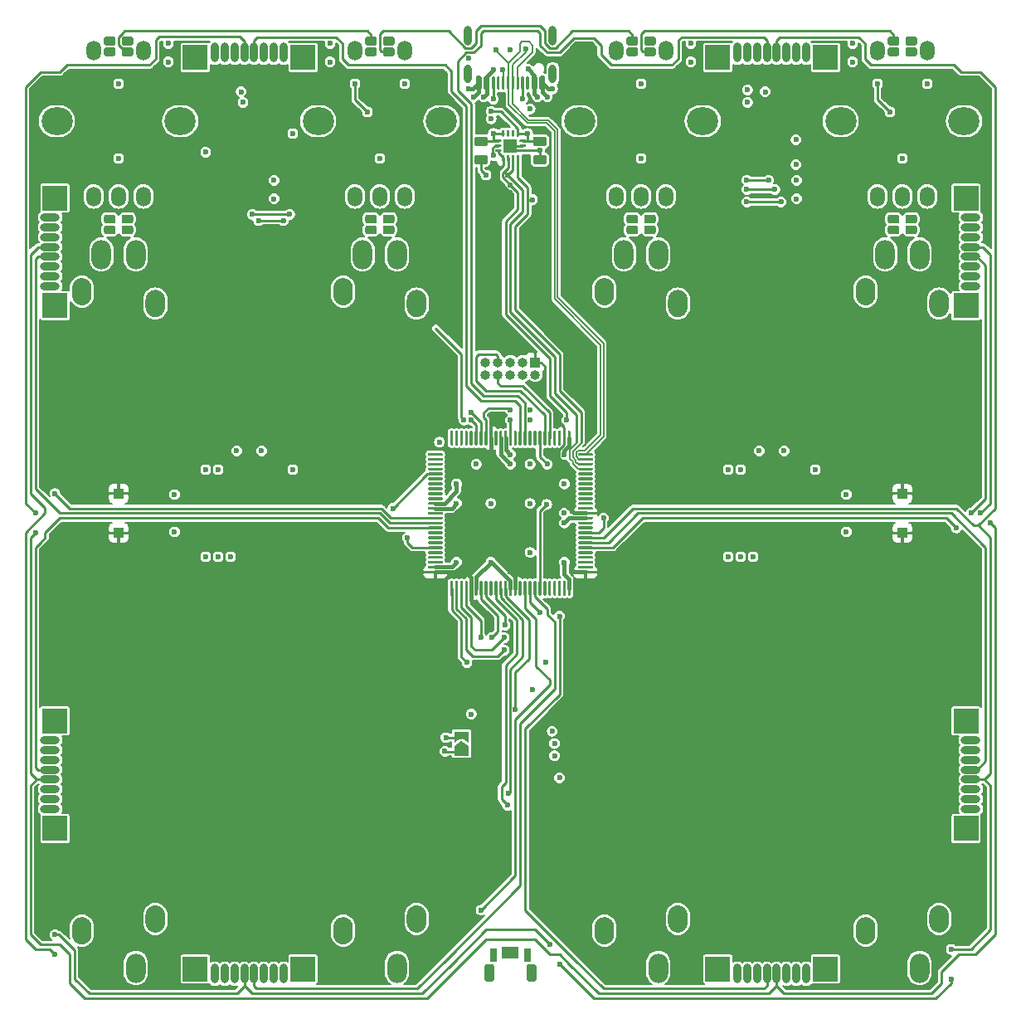
<source format=gtl>
G04 #@! TF.GenerationSoftware,KiCad,Pcbnew,5.1.9+dfsg1-1*
G04 #@! TF.CreationDate,2021-10-27T13:30:07+02:00*
G04 #@! TF.ProjectId,EF44,45463434-2e6b-4696-9361-645f70636258,rev?*
G04 #@! TF.SameCoordinates,Original*
G04 #@! TF.FileFunction,Copper,L1,Top*
G04 #@! TF.FilePolarity,Positive*
%FSLAX46Y46*%
G04 Gerber Fmt 4.6, Leading zero omitted, Abs format (unit mm)*
G04 Created by KiCad (PCBNEW 5.1.9+dfsg1-1) date 2021-10-27 13:30:07*
%MOMM*%
%LPD*%
G01*
G04 APERTURE LIST*
G04 #@! TA.AperFunction,ComponentPad*
%ADD10O,2.000000X3.000000*%
G04 #@! TD*
G04 #@! TA.AperFunction,ComponentPad*
%ADD11O,1.000000X1.000000*%
G04 #@! TD*
G04 #@! TA.AperFunction,ComponentPad*
%ADD12R,1.000000X1.000000*%
G04 #@! TD*
G04 #@! TA.AperFunction,SMDPad,CuDef*
%ADD13C,0.100000*%
G04 #@! TD*
G04 #@! TA.AperFunction,SMDPad,CuDef*
%ADD14R,1.450000X1.450000*%
G04 #@! TD*
G04 #@! TA.AperFunction,ComponentPad*
%ADD15O,0.800000X2.000000*%
G04 #@! TD*
G04 #@! TA.AperFunction,ComponentPad*
%ADD16O,0.800000X1.900000*%
G04 #@! TD*
G04 #@! TA.AperFunction,ComponentPad*
%ADD17R,2.500000X2.500000*%
G04 #@! TD*
G04 #@! TA.AperFunction,SMDPad,CuDef*
%ADD18R,1.700000X1.200000*%
G04 #@! TD*
G04 #@! TA.AperFunction,SMDPad,CuDef*
%ADD19R,0.700000X1.400000*%
G04 #@! TD*
G04 #@! TA.AperFunction,ComponentPad*
%ADD20O,2.000000X0.800000*%
G04 #@! TD*
G04 #@! TA.AperFunction,ComponentPad*
%ADD21O,1.500000X2.000000*%
G04 #@! TD*
G04 #@! TA.AperFunction,ComponentPad*
%ADD22O,3.200000X2.800000*%
G04 #@! TD*
G04 #@! TA.AperFunction,ViaPad*
%ADD23C,0.600000*%
G04 #@! TD*
G04 #@! TA.AperFunction,Conductor*
%ADD24C,0.254000*%
G04 #@! TD*
G04 #@! TA.AperFunction,Conductor*
%ADD25C,0.381000*%
G04 #@! TD*
G04 #@! TA.AperFunction,Conductor*
%ADD26C,0.250000*%
G04 #@! TD*
G04 #@! TA.AperFunction,Conductor*
%ADD27C,0.152400*%
G04 #@! TD*
G04 #@! TA.AperFunction,Conductor*
%ADD28C,0.100000*%
G04 #@! TD*
G04 APERTURE END LIST*
G04 #@! TA.AperFunction,ComponentPad*
G36*
G01*
X108585000Y-143000000D02*
X108585000Y-142200000D01*
G75*
G02*
X109585000Y-141200000I1000000J0D01*
G01*
X109585000Y-141200000D01*
G75*
G02*
X110585000Y-142200000I0J-1000000D01*
G01*
X110585000Y-143000000D01*
G75*
G02*
X109585000Y-144000000I-1000000J0D01*
G01*
X109585000Y-144000000D01*
G75*
G02*
X108585000Y-143000000I0J1000000D01*
G01*
G37*
G04 #@! TD.AperFunction*
G04 #@! TA.AperFunction,ComponentPad*
G36*
G01*
X116085000Y-141800000D02*
X116085000Y-141000000D01*
G75*
G02*
X117085000Y-140000000I1000000J0D01*
G01*
X117085000Y-140000000D01*
G75*
G02*
X118085000Y-141000000I0J-1000000D01*
G01*
X118085000Y-141800000D01*
G75*
G02*
X117085000Y-142800000I-1000000J0D01*
G01*
X117085000Y-142800000D01*
G75*
G02*
X116085000Y-141800000I0J1000000D01*
G01*
G37*
G04 #@! TD.AperFunction*
G04 #@! TA.AperFunction,ComponentPad*
G36*
G01*
X108585000Y-77800000D02*
X108585000Y-77000000D01*
G75*
G02*
X109585000Y-76000000I1000000J0D01*
G01*
X109585000Y-76000000D01*
G75*
G02*
X110585000Y-77000000I0J-1000000D01*
G01*
X110585000Y-77800000D01*
G75*
G02*
X109585000Y-78800000I-1000000J0D01*
G01*
X109585000Y-78800000D01*
G75*
G02*
X108585000Y-77800000I0J1000000D01*
G01*
G37*
G04 #@! TD.AperFunction*
G04 #@! TA.AperFunction,ComponentPad*
G36*
G01*
X116085000Y-79000000D02*
X116085000Y-78200000D01*
G75*
G02*
X117085000Y-77200000I1000000J0D01*
G01*
X117085000Y-77200000D01*
G75*
G02*
X118085000Y-78200000I0J-1000000D01*
G01*
X118085000Y-79000000D01*
G75*
G02*
X117085000Y-80000000I-1000000J0D01*
G01*
X117085000Y-80000000D01*
G75*
G02*
X116085000Y-79000000I0J1000000D01*
G01*
G37*
G04 #@! TD.AperFunction*
D10*
X115085000Y-146400000D03*
X111585000Y-73600000D03*
X115085000Y-73600000D03*
G04 #@! TA.AperFunction,ComponentPad*
G36*
G01*
X135255000Y-143000000D02*
X135255000Y-142200000D01*
G75*
G02*
X136255000Y-141200000I1000000J0D01*
G01*
X136255000Y-141200000D01*
G75*
G02*
X137255000Y-142200000I0J-1000000D01*
G01*
X137255000Y-143000000D01*
G75*
G02*
X136255000Y-144000000I-1000000J0D01*
G01*
X136255000Y-144000000D01*
G75*
G02*
X135255000Y-143000000I0J1000000D01*
G01*
G37*
G04 #@! TD.AperFunction*
G04 #@! TA.AperFunction,ComponentPad*
G36*
G01*
X142755000Y-141800000D02*
X142755000Y-141000000D01*
G75*
G02*
X143755000Y-140000000I1000000J0D01*
G01*
X143755000Y-140000000D01*
G75*
G02*
X144755000Y-141000000I0J-1000000D01*
G01*
X144755000Y-141800000D01*
G75*
G02*
X143755000Y-142800000I-1000000J0D01*
G01*
X143755000Y-142800000D01*
G75*
G02*
X142755000Y-141800000I0J1000000D01*
G01*
G37*
G04 #@! TD.AperFunction*
G04 #@! TA.AperFunction,ComponentPad*
G36*
G01*
X135255000Y-77800000D02*
X135255000Y-77000000D01*
G75*
G02*
X136255000Y-76000000I1000000J0D01*
G01*
X136255000Y-76000000D01*
G75*
G02*
X137255000Y-77000000I0J-1000000D01*
G01*
X137255000Y-77800000D01*
G75*
G02*
X136255000Y-78800000I-1000000J0D01*
G01*
X136255000Y-78800000D01*
G75*
G02*
X135255000Y-77800000I0J1000000D01*
G01*
G37*
G04 #@! TD.AperFunction*
G04 #@! TA.AperFunction,ComponentPad*
G36*
G01*
X142755000Y-79000000D02*
X142755000Y-78200000D01*
G75*
G02*
X143755000Y-77200000I1000000J0D01*
G01*
X143755000Y-77200000D01*
G75*
G02*
X144755000Y-78200000I0J-1000000D01*
G01*
X144755000Y-79000000D01*
G75*
G02*
X143755000Y-80000000I-1000000J0D01*
G01*
X143755000Y-80000000D01*
G75*
G02*
X142755000Y-79000000I0J1000000D01*
G01*
G37*
G04 #@! TD.AperFunction*
X141755000Y-146400000D03*
X138255000Y-73600000D03*
X141755000Y-73600000D03*
G04 #@! TA.AperFunction,ComponentPad*
G36*
G01*
X81915000Y-143000000D02*
X81915000Y-142200000D01*
G75*
G02*
X82915000Y-141200000I1000000J0D01*
G01*
X82915000Y-141200000D01*
G75*
G02*
X83915000Y-142200000I0J-1000000D01*
G01*
X83915000Y-143000000D01*
G75*
G02*
X82915000Y-144000000I-1000000J0D01*
G01*
X82915000Y-144000000D01*
G75*
G02*
X81915000Y-143000000I0J1000000D01*
G01*
G37*
G04 #@! TD.AperFunction*
G04 #@! TA.AperFunction,ComponentPad*
G36*
G01*
X89415000Y-141800000D02*
X89415000Y-141000000D01*
G75*
G02*
X90415000Y-140000000I1000000J0D01*
G01*
X90415000Y-140000000D01*
G75*
G02*
X91415000Y-141000000I0J-1000000D01*
G01*
X91415000Y-141800000D01*
G75*
G02*
X90415000Y-142800000I-1000000J0D01*
G01*
X90415000Y-142800000D01*
G75*
G02*
X89415000Y-141800000I0J1000000D01*
G01*
G37*
G04 #@! TD.AperFunction*
G04 #@! TA.AperFunction,ComponentPad*
G36*
G01*
X81915000Y-77800000D02*
X81915000Y-77000000D01*
G75*
G02*
X82915000Y-76000000I1000000J0D01*
G01*
X82915000Y-76000000D01*
G75*
G02*
X83915000Y-77000000I0J-1000000D01*
G01*
X83915000Y-77800000D01*
G75*
G02*
X82915000Y-78800000I-1000000J0D01*
G01*
X82915000Y-78800000D01*
G75*
G02*
X81915000Y-77800000I0J1000000D01*
G01*
G37*
G04 #@! TD.AperFunction*
G04 #@! TA.AperFunction,ComponentPad*
G36*
G01*
X89415000Y-79000000D02*
X89415000Y-78200000D01*
G75*
G02*
X90415000Y-77200000I1000000J0D01*
G01*
X90415000Y-77200000D01*
G75*
G02*
X91415000Y-78200000I0J-1000000D01*
G01*
X91415000Y-79000000D01*
G75*
G02*
X90415000Y-80000000I-1000000J0D01*
G01*
X90415000Y-80000000D01*
G75*
G02*
X89415000Y-79000000I0J1000000D01*
G01*
G37*
G04 #@! TD.AperFunction*
X88415000Y-146400000D03*
X84915000Y-73600000D03*
X88415000Y-73600000D03*
G04 #@! TA.AperFunction,ComponentPad*
G36*
G01*
X55245000Y-143000000D02*
X55245000Y-142200000D01*
G75*
G02*
X56245000Y-141200000I1000000J0D01*
G01*
X56245000Y-141200000D01*
G75*
G02*
X57245000Y-142200000I0J-1000000D01*
G01*
X57245000Y-143000000D01*
G75*
G02*
X56245000Y-144000000I-1000000J0D01*
G01*
X56245000Y-144000000D01*
G75*
G02*
X55245000Y-143000000I0J1000000D01*
G01*
G37*
G04 #@! TD.AperFunction*
G04 #@! TA.AperFunction,ComponentPad*
G36*
G01*
X62745000Y-141800000D02*
X62745000Y-141000000D01*
G75*
G02*
X63745000Y-140000000I1000000J0D01*
G01*
X63745000Y-140000000D01*
G75*
G02*
X64745000Y-141000000I0J-1000000D01*
G01*
X64745000Y-141800000D01*
G75*
G02*
X63745000Y-142800000I-1000000J0D01*
G01*
X63745000Y-142800000D01*
G75*
G02*
X62745000Y-141800000I0J1000000D01*
G01*
G37*
G04 #@! TD.AperFunction*
G04 #@! TA.AperFunction,ComponentPad*
G36*
G01*
X55245000Y-77800000D02*
X55245000Y-77000000D01*
G75*
G02*
X56245000Y-76000000I1000000J0D01*
G01*
X56245000Y-76000000D01*
G75*
G02*
X57245000Y-77000000I0J-1000000D01*
G01*
X57245000Y-77800000D01*
G75*
G02*
X56245000Y-78800000I-1000000J0D01*
G01*
X56245000Y-78800000D01*
G75*
G02*
X55245000Y-77800000I0J1000000D01*
G01*
G37*
G04 #@! TD.AperFunction*
G04 #@! TA.AperFunction,ComponentPad*
G36*
G01*
X62745000Y-79000000D02*
X62745000Y-78200000D01*
G75*
G02*
X63745000Y-77200000I1000000J0D01*
G01*
X63745000Y-77200000D01*
G75*
G02*
X64745000Y-78200000I0J-1000000D01*
G01*
X64745000Y-79000000D01*
G75*
G02*
X63745000Y-80000000I-1000000J0D01*
G01*
X63745000Y-80000000D01*
G75*
G02*
X62745000Y-79000000I0J1000000D01*
G01*
G37*
G04 #@! TD.AperFunction*
X61745000Y-146400000D03*
X58245000Y-73600000D03*
X61745000Y-73600000D03*
D11*
X97460000Y-85870000D03*
X97460000Y-84600000D03*
X98730000Y-85870000D03*
X98730000Y-84600000D03*
X100000000Y-85870000D03*
X100000000Y-84600000D03*
X101270000Y-85870000D03*
X101270000Y-84600000D03*
X102540000Y-85870000D03*
D12*
X102540000Y-84600000D03*
G04 #@! TA.AperFunction,SMDPad,CuDef*
D13*
G36*
X95000000Y-123225000D02*
G01*
X95750000Y-123725000D01*
X95750000Y-124725000D01*
X94250000Y-124725000D01*
X94250000Y-123725000D01*
X95000000Y-123225000D01*
G37*
G04 #@! TD.AperFunction*
G04 #@! TA.AperFunction,SMDPad,CuDef*
G36*
X95750000Y-122275000D02*
G01*
X95750000Y-123425000D01*
X95000000Y-122925000D01*
X94250000Y-123425000D01*
X94250000Y-122275000D01*
X95750000Y-122275000D01*
G37*
G04 #@! TD.AperFunction*
D14*
X100000000Y-62500000D03*
G04 #@! TA.AperFunction,SMDPad,CuDef*
G36*
G01*
X99125000Y-61512500D02*
X99125000Y-60962500D01*
G75*
G02*
X99187500Y-60900000I62500J0D01*
G01*
X99312500Y-60900000D01*
G75*
G02*
X99375000Y-60962500I0J-62500D01*
G01*
X99375000Y-61512500D01*
G75*
G02*
X99312500Y-61575000I-62500J0D01*
G01*
X99187500Y-61575000D01*
G75*
G02*
X99125000Y-61512500I0J62500D01*
G01*
G37*
G04 #@! TD.AperFunction*
G04 #@! TA.AperFunction,SMDPad,CuDef*
G36*
G01*
X99625000Y-61512500D02*
X99625000Y-60962500D01*
G75*
G02*
X99687500Y-60900000I62500J0D01*
G01*
X99812500Y-60900000D01*
G75*
G02*
X99875000Y-60962500I0J-62500D01*
G01*
X99875000Y-61512500D01*
G75*
G02*
X99812500Y-61575000I-62500J0D01*
G01*
X99687500Y-61575000D01*
G75*
G02*
X99625000Y-61512500I0J62500D01*
G01*
G37*
G04 #@! TD.AperFunction*
G04 #@! TA.AperFunction,SMDPad,CuDef*
G36*
G01*
X100125000Y-61512500D02*
X100125000Y-60962500D01*
G75*
G02*
X100187500Y-60900000I62500J0D01*
G01*
X100312500Y-60900000D01*
G75*
G02*
X100375000Y-60962500I0J-62500D01*
G01*
X100375000Y-61512500D01*
G75*
G02*
X100312500Y-61575000I-62500J0D01*
G01*
X100187500Y-61575000D01*
G75*
G02*
X100125000Y-61512500I0J62500D01*
G01*
G37*
G04 #@! TD.AperFunction*
G04 #@! TA.AperFunction,SMDPad,CuDef*
G36*
G01*
X100625000Y-61512500D02*
X100625000Y-60962500D01*
G75*
G02*
X100687500Y-60900000I62500J0D01*
G01*
X100812500Y-60900000D01*
G75*
G02*
X100875000Y-60962500I0J-62500D01*
G01*
X100875000Y-61512500D01*
G75*
G02*
X100812500Y-61575000I-62500J0D01*
G01*
X100687500Y-61575000D01*
G75*
G02*
X100625000Y-61512500I0J62500D01*
G01*
G37*
G04 #@! TD.AperFunction*
G04 #@! TA.AperFunction,SMDPad,CuDef*
G36*
G01*
X100925000Y-62062500D02*
X100925000Y-61937500D01*
G75*
G02*
X100987500Y-61875000I62500J0D01*
G01*
X101537500Y-61875000D01*
G75*
G02*
X101600000Y-61937500I0J-62500D01*
G01*
X101600000Y-62062500D01*
G75*
G02*
X101537500Y-62125000I-62500J0D01*
G01*
X100987500Y-62125000D01*
G75*
G02*
X100925000Y-62062500I0J62500D01*
G01*
G37*
G04 #@! TD.AperFunction*
G04 #@! TA.AperFunction,SMDPad,CuDef*
G36*
G01*
X100925000Y-62562500D02*
X100925000Y-62437500D01*
G75*
G02*
X100987500Y-62375000I62500J0D01*
G01*
X101537500Y-62375000D01*
G75*
G02*
X101600000Y-62437500I0J-62500D01*
G01*
X101600000Y-62562500D01*
G75*
G02*
X101537500Y-62625000I-62500J0D01*
G01*
X100987500Y-62625000D01*
G75*
G02*
X100925000Y-62562500I0J62500D01*
G01*
G37*
G04 #@! TD.AperFunction*
G04 #@! TA.AperFunction,SMDPad,CuDef*
G36*
G01*
X100925000Y-63062500D02*
X100925000Y-62937500D01*
G75*
G02*
X100987500Y-62875000I62500J0D01*
G01*
X101537500Y-62875000D01*
G75*
G02*
X101600000Y-62937500I0J-62500D01*
G01*
X101600000Y-63062500D01*
G75*
G02*
X101537500Y-63125000I-62500J0D01*
G01*
X100987500Y-63125000D01*
G75*
G02*
X100925000Y-63062500I0J62500D01*
G01*
G37*
G04 #@! TD.AperFunction*
G04 #@! TA.AperFunction,SMDPad,CuDef*
G36*
G01*
X100625000Y-64037500D02*
X100625000Y-63487500D01*
G75*
G02*
X100687500Y-63425000I62500J0D01*
G01*
X100812500Y-63425000D01*
G75*
G02*
X100875000Y-63487500I0J-62500D01*
G01*
X100875000Y-64037500D01*
G75*
G02*
X100812500Y-64100000I-62500J0D01*
G01*
X100687500Y-64100000D01*
G75*
G02*
X100625000Y-64037500I0J62500D01*
G01*
G37*
G04 #@! TD.AperFunction*
G04 #@! TA.AperFunction,SMDPad,CuDef*
G36*
G01*
X100125000Y-64037500D02*
X100125000Y-63487500D01*
G75*
G02*
X100187500Y-63425000I62500J0D01*
G01*
X100312500Y-63425000D01*
G75*
G02*
X100375000Y-63487500I0J-62500D01*
G01*
X100375000Y-64037500D01*
G75*
G02*
X100312500Y-64100000I-62500J0D01*
G01*
X100187500Y-64100000D01*
G75*
G02*
X100125000Y-64037500I0J62500D01*
G01*
G37*
G04 #@! TD.AperFunction*
G04 #@! TA.AperFunction,SMDPad,CuDef*
G36*
G01*
X99625000Y-64037500D02*
X99625000Y-63487500D01*
G75*
G02*
X99687500Y-63425000I62500J0D01*
G01*
X99812500Y-63425000D01*
G75*
G02*
X99875000Y-63487500I0J-62500D01*
G01*
X99875000Y-64037500D01*
G75*
G02*
X99812500Y-64100000I-62500J0D01*
G01*
X99687500Y-64100000D01*
G75*
G02*
X99625000Y-64037500I0J62500D01*
G01*
G37*
G04 #@! TD.AperFunction*
G04 #@! TA.AperFunction,SMDPad,CuDef*
G36*
G01*
X99125000Y-64037500D02*
X99125000Y-63487500D01*
G75*
G02*
X99187500Y-63425000I62500J0D01*
G01*
X99312500Y-63425000D01*
G75*
G02*
X99375000Y-63487500I0J-62500D01*
G01*
X99375000Y-64037500D01*
G75*
G02*
X99312500Y-64100000I-62500J0D01*
G01*
X99187500Y-64100000D01*
G75*
G02*
X99125000Y-64037500I0J62500D01*
G01*
G37*
G04 #@! TD.AperFunction*
G04 #@! TA.AperFunction,SMDPad,CuDef*
G36*
G01*
X98400000Y-63062500D02*
X98400000Y-62937500D01*
G75*
G02*
X98462500Y-62875000I62500J0D01*
G01*
X99012500Y-62875000D01*
G75*
G02*
X99075000Y-62937500I0J-62500D01*
G01*
X99075000Y-63062500D01*
G75*
G02*
X99012500Y-63125000I-62500J0D01*
G01*
X98462500Y-63125000D01*
G75*
G02*
X98400000Y-63062500I0J62500D01*
G01*
G37*
G04 #@! TD.AperFunction*
G04 #@! TA.AperFunction,SMDPad,CuDef*
G36*
G01*
X98400000Y-62562500D02*
X98400000Y-62437500D01*
G75*
G02*
X98462500Y-62375000I62500J0D01*
G01*
X99012500Y-62375000D01*
G75*
G02*
X99075000Y-62437500I0J-62500D01*
G01*
X99075000Y-62562500D01*
G75*
G02*
X99012500Y-62625000I-62500J0D01*
G01*
X98462500Y-62625000D01*
G75*
G02*
X98400000Y-62562500I0J62500D01*
G01*
G37*
G04 #@! TD.AperFunction*
G04 #@! TA.AperFunction,SMDPad,CuDef*
G36*
G01*
X98400000Y-62062500D02*
X98400000Y-61937500D01*
G75*
G02*
X98462500Y-61875000I62500J0D01*
G01*
X99012500Y-61875000D01*
G75*
G02*
X99075000Y-61937500I0J-62500D01*
G01*
X99075000Y-62062500D01*
G75*
G02*
X99012500Y-62125000I-62500J0D01*
G01*
X98462500Y-62125000D01*
G75*
G02*
X98400000Y-62062500I0J62500D01*
G01*
G37*
G04 #@! TD.AperFunction*
G04 #@! TA.AperFunction,SMDPad,CuDef*
G36*
G01*
X96543750Y-63450000D02*
X97456250Y-63450000D01*
G75*
G02*
X97700000Y-63693750I0J-243750D01*
G01*
X97700000Y-64181250D01*
G75*
G02*
X97456250Y-64425000I-243750J0D01*
G01*
X96543750Y-64425000D01*
G75*
G02*
X96300000Y-64181250I0J243750D01*
G01*
X96300000Y-63693750D01*
G75*
G02*
X96543750Y-63450000I243750J0D01*
G01*
G37*
G04 #@! TD.AperFunction*
G04 #@! TA.AperFunction,SMDPad,CuDef*
G36*
G01*
X96543750Y-61575000D02*
X97456250Y-61575000D01*
G75*
G02*
X97700000Y-61818750I0J-243750D01*
G01*
X97700000Y-62306250D01*
G75*
G02*
X97456250Y-62550000I-243750J0D01*
G01*
X96543750Y-62550000D01*
G75*
G02*
X96300000Y-62306250I0J243750D01*
G01*
X96300000Y-61818750D01*
G75*
G02*
X96543750Y-61575000I243750J0D01*
G01*
G37*
G04 #@! TD.AperFunction*
G04 #@! TA.AperFunction,SMDPad,CuDef*
G36*
G01*
X102543750Y-63450000D02*
X103456250Y-63450000D01*
G75*
G02*
X103700000Y-63693750I0J-243750D01*
G01*
X103700000Y-64181250D01*
G75*
G02*
X103456250Y-64425000I-243750J0D01*
G01*
X102543750Y-64425000D01*
G75*
G02*
X102300000Y-64181250I0J243750D01*
G01*
X102300000Y-63693750D01*
G75*
G02*
X102543750Y-63450000I243750J0D01*
G01*
G37*
G04 #@! TD.AperFunction*
G04 #@! TA.AperFunction,SMDPad,CuDef*
G36*
G01*
X102543750Y-61575000D02*
X103456250Y-61575000D01*
G75*
G02*
X103700000Y-61818750I0J-243750D01*
G01*
X103700000Y-62306250D01*
G75*
G02*
X103456250Y-62550000I-243750J0D01*
G01*
X102543750Y-62550000D01*
G75*
G02*
X102300000Y-62306250I0J243750D01*
G01*
X102300000Y-61818750D01*
G75*
G02*
X102543750Y-61575000I243750J0D01*
G01*
G37*
G04 #@! TD.AperFunction*
D15*
X104320000Y-51250000D03*
X95680000Y-51250000D03*
D16*
X95680000Y-55180000D03*
G04 #@! TA.AperFunction,SMDPad,CuDef*
G36*
G01*
X97850000Y-55520000D02*
X97850000Y-56670000D01*
G75*
G02*
X97700000Y-56820000I-150000J0D01*
G01*
X97400000Y-56820000D01*
G75*
G02*
X97250000Y-56670000I0J150000D01*
G01*
X97250000Y-55520000D01*
G75*
G02*
X97400000Y-55370000I150000J0D01*
G01*
X97700000Y-55370000D01*
G75*
G02*
X97850000Y-55520000I0J-150000D01*
G01*
G37*
G04 #@! TD.AperFunction*
G04 #@! TA.AperFunction,SMDPad,CuDef*
G36*
G01*
X99400000Y-55520000D02*
X99400000Y-56670000D01*
G75*
G02*
X99250000Y-56820000I-150000J0D01*
G01*
X99250000Y-56820000D01*
G75*
G02*
X99100000Y-56670000I0J150000D01*
G01*
X99100000Y-55520000D01*
G75*
G02*
X99250000Y-55370000I150000J0D01*
G01*
X99250000Y-55370000D01*
G75*
G02*
X99400000Y-55520000I0J-150000D01*
G01*
G37*
G04 #@! TD.AperFunction*
G04 #@! TA.AperFunction,SMDPad,CuDef*
G36*
G01*
X98900000Y-55520000D02*
X98900000Y-56670000D01*
G75*
G02*
X98750000Y-56820000I-150000J0D01*
G01*
X98750000Y-56820000D01*
G75*
G02*
X98600000Y-56670000I0J150000D01*
G01*
X98600000Y-55520000D01*
G75*
G02*
X98750000Y-55370000I150000J0D01*
G01*
X98750000Y-55370000D01*
G75*
G02*
X98900000Y-55520000I0J-150000D01*
G01*
G37*
G04 #@! TD.AperFunction*
G04 #@! TA.AperFunction,SMDPad,CuDef*
G36*
G01*
X98400000Y-55520000D02*
X98400000Y-56670000D01*
G75*
G02*
X98250000Y-56820000I-150000J0D01*
G01*
X98250000Y-56820000D01*
G75*
G02*
X98100000Y-56670000I0J150000D01*
G01*
X98100000Y-55520000D01*
G75*
G02*
X98250000Y-55370000I150000J0D01*
G01*
X98250000Y-55370000D01*
G75*
G02*
X98400000Y-55520000I0J-150000D01*
G01*
G37*
G04 #@! TD.AperFunction*
G04 #@! TA.AperFunction,SMDPad,CuDef*
G36*
G01*
X97050000Y-55520000D02*
X97050000Y-56670000D01*
G75*
G02*
X96900000Y-56820000I-150000J0D01*
G01*
X96600000Y-56820000D01*
G75*
G02*
X96450000Y-56670000I0J150000D01*
G01*
X96450000Y-55520000D01*
G75*
G02*
X96600000Y-55370000I150000J0D01*
G01*
X96900000Y-55370000D01*
G75*
G02*
X97050000Y-55520000I0J-150000D01*
G01*
G37*
G04 #@! TD.AperFunction*
G04 #@! TA.AperFunction,SMDPad,CuDef*
G36*
G01*
X99900000Y-55520000D02*
X99900000Y-56670000D01*
G75*
G02*
X99750000Y-56820000I-150000J0D01*
G01*
X99750000Y-56820000D01*
G75*
G02*
X99600000Y-56670000I0J150000D01*
G01*
X99600000Y-55520000D01*
G75*
G02*
X99750000Y-55370000I150000J0D01*
G01*
X99750000Y-55370000D01*
G75*
G02*
X99900000Y-55520000I0J-150000D01*
G01*
G37*
G04 #@! TD.AperFunction*
G04 #@! TA.AperFunction,SMDPad,CuDef*
G36*
G01*
X100400000Y-55520000D02*
X100400000Y-56670000D01*
G75*
G02*
X100250000Y-56820000I-150000J0D01*
G01*
X100250000Y-56820000D01*
G75*
G02*
X100100000Y-56670000I0J150000D01*
G01*
X100100000Y-55520000D01*
G75*
G02*
X100250000Y-55370000I150000J0D01*
G01*
X100250000Y-55370000D01*
G75*
G02*
X100400000Y-55520000I0J-150000D01*
G01*
G37*
G04 #@! TD.AperFunction*
G04 #@! TA.AperFunction,SMDPad,CuDef*
G36*
G01*
X100900000Y-55520000D02*
X100900000Y-56670000D01*
G75*
G02*
X100750000Y-56820000I-150000J0D01*
G01*
X100750000Y-56820000D01*
G75*
G02*
X100600000Y-56670000I0J150000D01*
G01*
X100600000Y-55520000D01*
G75*
G02*
X100750000Y-55370000I150000J0D01*
G01*
X100750000Y-55370000D01*
G75*
G02*
X100900000Y-55520000I0J-150000D01*
G01*
G37*
G04 #@! TD.AperFunction*
G04 #@! TA.AperFunction,SMDPad,CuDef*
G36*
G01*
X101400000Y-55520000D02*
X101400000Y-56670000D01*
G75*
G02*
X101250000Y-56820000I-150000J0D01*
G01*
X101250000Y-56820000D01*
G75*
G02*
X101100000Y-56670000I0J150000D01*
G01*
X101100000Y-55520000D01*
G75*
G02*
X101250000Y-55370000I150000J0D01*
G01*
X101250000Y-55370000D01*
G75*
G02*
X101400000Y-55520000I0J-150000D01*
G01*
G37*
G04 #@! TD.AperFunction*
G04 #@! TA.AperFunction,SMDPad,CuDef*
G36*
G01*
X101900000Y-55520000D02*
X101900000Y-56670000D01*
G75*
G02*
X101750000Y-56820000I-150000J0D01*
G01*
X101750000Y-56820000D01*
G75*
G02*
X101600000Y-56670000I0J150000D01*
G01*
X101600000Y-55520000D01*
G75*
G02*
X101750000Y-55370000I150000J0D01*
G01*
X101750000Y-55370000D01*
G75*
G02*
X101900000Y-55520000I0J-150000D01*
G01*
G37*
G04 #@! TD.AperFunction*
G04 #@! TA.AperFunction,SMDPad,CuDef*
G36*
G01*
X102750000Y-55520000D02*
X102750000Y-56670000D01*
G75*
G02*
X102600000Y-56820000I-150000J0D01*
G01*
X102300000Y-56820000D01*
G75*
G02*
X102150000Y-56670000I0J150000D01*
G01*
X102150000Y-55520000D01*
G75*
G02*
X102300000Y-55370000I150000J0D01*
G01*
X102600000Y-55370000D01*
G75*
G02*
X102750000Y-55520000I0J-150000D01*
G01*
G37*
G04 #@! TD.AperFunction*
G04 #@! TA.AperFunction,SMDPad,CuDef*
G36*
G01*
X103550000Y-55520000D02*
X103550000Y-56670000D01*
G75*
G02*
X103400000Y-56820000I-150000J0D01*
G01*
X103100000Y-56820000D01*
G75*
G02*
X102950000Y-56670000I0J150000D01*
G01*
X102950000Y-55520000D01*
G75*
G02*
X103100000Y-55370000I150000J0D01*
G01*
X103400000Y-55370000D01*
G75*
G02*
X103550000Y-55520000I0J-150000D01*
G01*
G37*
G04 #@! TD.AperFunction*
X104320000Y-55180000D03*
G04 #@! TA.AperFunction,SMDPad,CuDef*
G36*
G01*
X138505000Y-53150000D02*
X138505000Y-52700000D01*
G75*
G02*
X138730000Y-52475000I225000J0D01*
G01*
X139480000Y-52475000D01*
G75*
G02*
X139705000Y-52700000I0J-225000D01*
G01*
X139705000Y-53150000D01*
G75*
G02*
X139480000Y-53375000I-225000J0D01*
G01*
X138730000Y-53375000D01*
G75*
G02*
X138505000Y-53150000I0J225000D01*
G01*
G37*
G04 #@! TD.AperFunction*
G04 #@! TA.AperFunction,SMDPad,CuDef*
G36*
G01*
X140305000Y-53150000D02*
X140305000Y-52700000D01*
G75*
G02*
X140530000Y-52475000I225000J0D01*
G01*
X141280000Y-52475000D01*
G75*
G02*
X141505000Y-52700000I0J-225000D01*
G01*
X141505000Y-53150000D01*
G75*
G02*
X141280000Y-53375000I-225000J0D01*
G01*
X140530000Y-53375000D01*
G75*
G02*
X140305000Y-53150000I0J225000D01*
G01*
G37*
G04 #@! TD.AperFunction*
G04 #@! TA.AperFunction,SMDPad,CuDef*
G36*
G01*
X140305000Y-52050000D02*
X140305000Y-51600000D01*
G75*
G02*
X140530000Y-51375000I225000J0D01*
G01*
X141280000Y-51375000D01*
G75*
G02*
X141505000Y-51600000I0J-225000D01*
G01*
X141505000Y-52050000D01*
G75*
G02*
X141280000Y-52275000I-225000J0D01*
G01*
X140530000Y-52275000D01*
G75*
G02*
X140305000Y-52050000I0J225000D01*
G01*
G37*
G04 #@! TD.AperFunction*
G04 #@! TA.AperFunction,SMDPad,CuDef*
G36*
G01*
X138505000Y-52050000D02*
X138505000Y-51600000D01*
G75*
G02*
X138730000Y-51375000I225000J0D01*
G01*
X139480000Y-51375000D01*
G75*
G02*
X139705000Y-51600000I0J-225000D01*
G01*
X139705000Y-52050000D01*
G75*
G02*
X139480000Y-52275000I-225000J0D01*
G01*
X138730000Y-52275000D01*
G75*
G02*
X138505000Y-52050000I0J225000D01*
G01*
G37*
G04 #@! TD.AperFunction*
D17*
X67830000Y-53510000D03*
X78830000Y-53510000D03*
D15*
X76830000Y-53010000D03*
X75830000Y-53010000D03*
X74830000Y-53010000D03*
X73830000Y-53010000D03*
X72830000Y-53010000D03*
X71830000Y-53010000D03*
X70830000Y-53010000D03*
X69830000Y-53010000D03*
G04 #@! TA.AperFunction,SMDPad,CuDef*
G36*
G01*
X85165000Y-71320000D02*
X85165000Y-70870000D01*
G75*
G02*
X85390000Y-70645000I225000J0D01*
G01*
X86140000Y-70645000D01*
G75*
G02*
X86365000Y-70870000I0J-225000D01*
G01*
X86365000Y-71320000D01*
G75*
G02*
X86140000Y-71545000I-225000J0D01*
G01*
X85390000Y-71545000D01*
G75*
G02*
X85165000Y-71320000I0J225000D01*
G01*
G37*
G04 #@! TD.AperFunction*
G04 #@! TA.AperFunction,SMDPad,CuDef*
G36*
G01*
X86965000Y-71320000D02*
X86965000Y-70870000D01*
G75*
G02*
X87190000Y-70645000I225000J0D01*
G01*
X87940000Y-70645000D01*
G75*
G02*
X88165000Y-70870000I0J-225000D01*
G01*
X88165000Y-71320000D01*
G75*
G02*
X87940000Y-71545000I-225000J0D01*
G01*
X87190000Y-71545000D01*
G75*
G02*
X86965000Y-71320000I0J225000D01*
G01*
G37*
G04 #@! TD.AperFunction*
G04 #@! TA.AperFunction,SMDPad,CuDef*
G36*
G01*
X86965000Y-70220000D02*
X86965000Y-69770000D01*
G75*
G02*
X87190000Y-69545000I225000J0D01*
G01*
X87940000Y-69545000D01*
G75*
G02*
X88165000Y-69770000I0J-225000D01*
G01*
X88165000Y-70220000D01*
G75*
G02*
X87940000Y-70445000I-225000J0D01*
G01*
X87190000Y-70445000D01*
G75*
G02*
X86965000Y-70220000I0J225000D01*
G01*
G37*
G04 #@! TD.AperFunction*
G04 #@! TA.AperFunction,SMDPad,CuDef*
G36*
G01*
X85165000Y-70220000D02*
X85165000Y-69770000D01*
G75*
G02*
X85390000Y-69545000I225000J0D01*
G01*
X86140000Y-69545000D01*
G75*
G02*
X86365000Y-69770000I0J-225000D01*
G01*
X86365000Y-70220000D01*
G75*
G02*
X86140000Y-70445000I-225000J0D01*
G01*
X85390000Y-70445000D01*
G75*
G02*
X85165000Y-70220000I0J225000D01*
G01*
G37*
G04 #@! TD.AperFunction*
G04 #@! TA.AperFunction,ComponentPad*
G36*
G01*
X98100000Y-147800000D02*
X97600000Y-147800000D01*
G75*
G02*
X97350000Y-147550000I0J250000D01*
G01*
X97350000Y-146250000D01*
G75*
G02*
X97600000Y-146000000I250000J0D01*
G01*
X98100000Y-146000000D01*
G75*
G02*
X98350000Y-146250000I0J-250000D01*
G01*
X98350000Y-147550000D01*
G75*
G02*
X98100000Y-147800000I-250000J0D01*
G01*
G37*
G04 #@! TD.AperFunction*
G04 #@! TA.AperFunction,ComponentPad*
G36*
G01*
X102400000Y-147800000D02*
X101900000Y-147800000D01*
G75*
G02*
X101650000Y-147550000I0J250000D01*
G01*
X101650000Y-146250000D01*
G75*
G02*
X101900000Y-146000000I250000J0D01*
G01*
X102400000Y-146000000D01*
G75*
G02*
X102650000Y-146250000I0J-250000D01*
G01*
X102650000Y-147550000D01*
G75*
G02*
X102400000Y-147800000I-250000J0D01*
G01*
G37*
G04 #@! TD.AperFunction*
D18*
X100000000Y-144800000D03*
D19*
X98300000Y-145100000D03*
X101700000Y-145100000D03*
G04 #@! TA.AperFunction,SMDPad,CuDef*
G36*
G01*
X93850000Y-93000000D02*
X93850000Y-91675000D01*
G75*
G02*
X93925000Y-91600000I75000J0D01*
G01*
X94075000Y-91600000D01*
G75*
G02*
X94150000Y-91675000I0J-75000D01*
G01*
X94150000Y-93000000D01*
G75*
G02*
X94075000Y-93075000I-75000J0D01*
G01*
X93925000Y-93075000D01*
G75*
G02*
X93850000Y-93000000I0J75000D01*
G01*
G37*
G04 #@! TD.AperFunction*
G04 #@! TA.AperFunction,SMDPad,CuDef*
G36*
G01*
X94350000Y-93000000D02*
X94350000Y-91675000D01*
G75*
G02*
X94425000Y-91600000I75000J0D01*
G01*
X94575000Y-91600000D01*
G75*
G02*
X94650000Y-91675000I0J-75000D01*
G01*
X94650000Y-93000000D01*
G75*
G02*
X94575000Y-93075000I-75000J0D01*
G01*
X94425000Y-93075000D01*
G75*
G02*
X94350000Y-93000000I0J75000D01*
G01*
G37*
G04 #@! TD.AperFunction*
G04 #@! TA.AperFunction,SMDPad,CuDef*
G36*
G01*
X94850000Y-93000000D02*
X94850000Y-91675000D01*
G75*
G02*
X94925000Y-91600000I75000J0D01*
G01*
X95075000Y-91600000D01*
G75*
G02*
X95150000Y-91675000I0J-75000D01*
G01*
X95150000Y-93000000D01*
G75*
G02*
X95075000Y-93075000I-75000J0D01*
G01*
X94925000Y-93075000D01*
G75*
G02*
X94850000Y-93000000I0J75000D01*
G01*
G37*
G04 #@! TD.AperFunction*
G04 #@! TA.AperFunction,SMDPad,CuDef*
G36*
G01*
X95350000Y-93000000D02*
X95350000Y-91675000D01*
G75*
G02*
X95425000Y-91600000I75000J0D01*
G01*
X95575000Y-91600000D01*
G75*
G02*
X95650000Y-91675000I0J-75000D01*
G01*
X95650000Y-93000000D01*
G75*
G02*
X95575000Y-93075000I-75000J0D01*
G01*
X95425000Y-93075000D01*
G75*
G02*
X95350000Y-93000000I0J75000D01*
G01*
G37*
G04 #@! TD.AperFunction*
G04 #@! TA.AperFunction,SMDPad,CuDef*
G36*
G01*
X95850000Y-93000000D02*
X95850000Y-91675000D01*
G75*
G02*
X95925000Y-91600000I75000J0D01*
G01*
X96075000Y-91600000D01*
G75*
G02*
X96150000Y-91675000I0J-75000D01*
G01*
X96150000Y-93000000D01*
G75*
G02*
X96075000Y-93075000I-75000J0D01*
G01*
X95925000Y-93075000D01*
G75*
G02*
X95850000Y-93000000I0J75000D01*
G01*
G37*
G04 #@! TD.AperFunction*
G04 #@! TA.AperFunction,SMDPad,CuDef*
G36*
G01*
X96350000Y-93000000D02*
X96350000Y-91675000D01*
G75*
G02*
X96425000Y-91600000I75000J0D01*
G01*
X96575000Y-91600000D01*
G75*
G02*
X96650000Y-91675000I0J-75000D01*
G01*
X96650000Y-93000000D01*
G75*
G02*
X96575000Y-93075000I-75000J0D01*
G01*
X96425000Y-93075000D01*
G75*
G02*
X96350000Y-93000000I0J75000D01*
G01*
G37*
G04 #@! TD.AperFunction*
G04 #@! TA.AperFunction,SMDPad,CuDef*
G36*
G01*
X96850000Y-93000000D02*
X96850000Y-91675000D01*
G75*
G02*
X96925000Y-91600000I75000J0D01*
G01*
X97075000Y-91600000D01*
G75*
G02*
X97150000Y-91675000I0J-75000D01*
G01*
X97150000Y-93000000D01*
G75*
G02*
X97075000Y-93075000I-75000J0D01*
G01*
X96925000Y-93075000D01*
G75*
G02*
X96850000Y-93000000I0J75000D01*
G01*
G37*
G04 #@! TD.AperFunction*
G04 #@! TA.AperFunction,SMDPad,CuDef*
G36*
G01*
X97350000Y-93000000D02*
X97350000Y-91675000D01*
G75*
G02*
X97425000Y-91600000I75000J0D01*
G01*
X97575000Y-91600000D01*
G75*
G02*
X97650000Y-91675000I0J-75000D01*
G01*
X97650000Y-93000000D01*
G75*
G02*
X97575000Y-93075000I-75000J0D01*
G01*
X97425000Y-93075000D01*
G75*
G02*
X97350000Y-93000000I0J75000D01*
G01*
G37*
G04 #@! TD.AperFunction*
G04 #@! TA.AperFunction,SMDPad,CuDef*
G36*
G01*
X97850000Y-93000000D02*
X97850000Y-91675000D01*
G75*
G02*
X97925000Y-91600000I75000J0D01*
G01*
X98075000Y-91600000D01*
G75*
G02*
X98150000Y-91675000I0J-75000D01*
G01*
X98150000Y-93000000D01*
G75*
G02*
X98075000Y-93075000I-75000J0D01*
G01*
X97925000Y-93075000D01*
G75*
G02*
X97850000Y-93000000I0J75000D01*
G01*
G37*
G04 #@! TD.AperFunction*
G04 #@! TA.AperFunction,SMDPad,CuDef*
G36*
G01*
X98350000Y-93000000D02*
X98350000Y-91675000D01*
G75*
G02*
X98425000Y-91600000I75000J0D01*
G01*
X98575000Y-91600000D01*
G75*
G02*
X98650000Y-91675000I0J-75000D01*
G01*
X98650000Y-93000000D01*
G75*
G02*
X98575000Y-93075000I-75000J0D01*
G01*
X98425000Y-93075000D01*
G75*
G02*
X98350000Y-93000000I0J75000D01*
G01*
G37*
G04 #@! TD.AperFunction*
G04 #@! TA.AperFunction,SMDPad,CuDef*
G36*
G01*
X98850000Y-93000000D02*
X98850000Y-91675000D01*
G75*
G02*
X98925000Y-91600000I75000J0D01*
G01*
X99075000Y-91600000D01*
G75*
G02*
X99150000Y-91675000I0J-75000D01*
G01*
X99150000Y-93000000D01*
G75*
G02*
X99075000Y-93075000I-75000J0D01*
G01*
X98925000Y-93075000D01*
G75*
G02*
X98850000Y-93000000I0J75000D01*
G01*
G37*
G04 #@! TD.AperFunction*
G04 #@! TA.AperFunction,SMDPad,CuDef*
G36*
G01*
X99350000Y-93000000D02*
X99350000Y-91675000D01*
G75*
G02*
X99425000Y-91600000I75000J0D01*
G01*
X99575000Y-91600000D01*
G75*
G02*
X99650000Y-91675000I0J-75000D01*
G01*
X99650000Y-93000000D01*
G75*
G02*
X99575000Y-93075000I-75000J0D01*
G01*
X99425000Y-93075000D01*
G75*
G02*
X99350000Y-93000000I0J75000D01*
G01*
G37*
G04 #@! TD.AperFunction*
G04 #@! TA.AperFunction,SMDPad,CuDef*
G36*
G01*
X99850000Y-93000000D02*
X99850000Y-91675000D01*
G75*
G02*
X99925000Y-91600000I75000J0D01*
G01*
X100075000Y-91600000D01*
G75*
G02*
X100150000Y-91675000I0J-75000D01*
G01*
X100150000Y-93000000D01*
G75*
G02*
X100075000Y-93075000I-75000J0D01*
G01*
X99925000Y-93075000D01*
G75*
G02*
X99850000Y-93000000I0J75000D01*
G01*
G37*
G04 #@! TD.AperFunction*
G04 #@! TA.AperFunction,SMDPad,CuDef*
G36*
G01*
X100350000Y-93000000D02*
X100350000Y-91675000D01*
G75*
G02*
X100425000Y-91600000I75000J0D01*
G01*
X100575000Y-91600000D01*
G75*
G02*
X100650000Y-91675000I0J-75000D01*
G01*
X100650000Y-93000000D01*
G75*
G02*
X100575000Y-93075000I-75000J0D01*
G01*
X100425000Y-93075000D01*
G75*
G02*
X100350000Y-93000000I0J75000D01*
G01*
G37*
G04 #@! TD.AperFunction*
G04 #@! TA.AperFunction,SMDPad,CuDef*
G36*
G01*
X100850000Y-93000000D02*
X100850000Y-91675000D01*
G75*
G02*
X100925000Y-91600000I75000J0D01*
G01*
X101075000Y-91600000D01*
G75*
G02*
X101150000Y-91675000I0J-75000D01*
G01*
X101150000Y-93000000D01*
G75*
G02*
X101075000Y-93075000I-75000J0D01*
G01*
X100925000Y-93075000D01*
G75*
G02*
X100850000Y-93000000I0J75000D01*
G01*
G37*
G04 #@! TD.AperFunction*
G04 #@! TA.AperFunction,SMDPad,CuDef*
G36*
G01*
X101350000Y-93000000D02*
X101350000Y-91675000D01*
G75*
G02*
X101425000Y-91600000I75000J0D01*
G01*
X101575000Y-91600000D01*
G75*
G02*
X101650000Y-91675000I0J-75000D01*
G01*
X101650000Y-93000000D01*
G75*
G02*
X101575000Y-93075000I-75000J0D01*
G01*
X101425000Y-93075000D01*
G75*
G02*
X101350000Y-93000000I0J75000D01*
G01*
G37*
G04 #@! TD.AperFunction*
G04 #@! TA.AperFunction,SMDPad,CuDef*
G36*
G01*
X101850000Y-93000000D02*
X101850000Y-91675000D01*
G75*
G02*
X101925000Y-91600000I75000J0D01*
G01*
X102075000Y-91600000D01*
G75*
G02*
X102150000Y-91675000I0J-75000D01*
G01*
X102150000Y-93000000D01*
G75*
G02*
X102075000Y-93075000I-75000J0D01*
G01*
X101925000Y-93075000D01*
G75*
G02*
X101850000Y-93000000I0J75000D01*
G01*
G37*
G04 #@! TD.AperFunction*
G04 #@! TA.AperFunction,SMDPad,CuDef*
G36*
G01*
X102350000Y-93000000D02*
X102350000Y-91675000D01*
G75*
G02*
X102425000Y-91600000I75000J0D01*
G01*
X102575000Y-91600000D01*
G75*
G02*
X102650000Y-91675000I0J-75000D01*
G01*
X102650000Y-93000000D01*
G75*
G02*
X102575000Y-93075000I-75000J0D01*
G01*
X102425000Y-93075000D01*
G75*
G02*
X102350000Y-93000000I0J75000D01*
G01*
G37*
G04 #@! TD.AperFunction*
G04 #@! TA.AperFunction,SMDPad,CuDef*
G36*
G01*
X102850000Y-93000000D02*
X102850000Y-91675000D01*
G75*
G02*
X102925000Y-91600000I75000J0D01*
G01*
X103075000Y-91600000D01*
G75*
G02*
X103150000Y-91675000I0J-75000D01*
G01*
X103150000Y-93000000D01*
G75*
G02*
X103075000Y-93075000I-75000J0D01*
G01*
X102925000Y-93075000D01*
G75*
G02*
X102850000Y-93000000I0J75000D01*
G01*
G37*
G04 #@! TD.AperFunction*
G04 #@! TA.AperFunction,SMDPad,CuDef*
G36*
G01*
X103350000Y-93000000D02*
X103350000Y-91675000D01*
G75*
G02*
X103425000Y-91600000I75000J0D01*
G01*
X103575000Y-91600000D01*
G75*
G02*
X103650000Y-91675000I0J-75000D01*
G01*
X103650000Y-93000000D01*
G75*
G02*
X103575000Y-93075000I-75000J0D01*
G01*
X103425000Y-93075000D01*
G75*
G02*
X103350000Y-93000000I0J75000D01*
G01*
G37*
G04 #@! TD.AperFunction*
G04 #@! TA.AperFunction,SMDPad,CuDef*
G36*
G01*
X103850000Y-93000000D02*
X103850000Y-91675000D01*
G75*
G02*
X103925000Y-91600000I75000J0D01*
G01*
X104075000Y-91600000D01*
G75*
G02*
X104150000Y-91675000I0J-75000D01*
G01*
X104150000Y-93000000D01*
G75*
G02*
X104075000Y-93075000I-75000J0D01*
G01*
X103925000Y-93075000D01*
G75*
G02*
X103850000Y-93000000I0J75000D01*
G01*
G37*
G04 #@! TD.AperFunction*
G04 #@! TA.AperFunction,SMDPad,CuDef*
G36*
G01*
X104350000Y-93000000D02*
X104350000Y-91675000D01*
G75*
G02*
X104425000Y-91600000I75000J0D01*
G01*
X104575000Y-91600000D01*
G75*
G02*
X104650000Y-91675000I0J-75000D01*
G01*
X104650000Y-93000000D01*
G75*
G02*
X104575000Y-93075000I-75000J0D01*
G01*
X104425000Y-93075000D01*
G75*
G02*
X104350000Y-93000000I0J75000D01*
G01*
G37*
G04 #@! TD.AperFunction*
G04 #@! TA.AperFunction,SMDPad,CuDef*
G36*
G01*
X104850000Y-93000000D02*
X104850000Y-91675000D01*
G75*
G02*
X104925000Y-91600000I75000J0D01*
G01*
X105075000Y-91600000D01*
G75*
G02*
X105150000Y-91675000I0J-75000D01*
G01*
X105150000Y-93000000D01*
G75*
G02*
X105075000Y-93075000I-75000J0D01*
G01*
X104925000Y-93075000D01*
G75*
G02*
X104850000Y-93000000I0J75000D01*
G01*
G37*
G04 #@! TD.AperFunction*
G04 #@! TA.AperFunction,SMDPad,CuDef*
G36*
G01*
X105350000Y-93000000D02*
X105350000Y-91675000D01*
G75*
G02*
X105425000Y-91600000I75000J0D01*
G01*
X105575000Y-91600000D01*
G75*
G02*
X105650000Y-91675000I0J-75000D01*
G01*
X105650000Y-93000000D01*
G75*
G02*
X105575000Y-93075000I-75000J0D01*
G01*
X105425000Y-93075000D01*
G75*
G02*
X105350000Y-93000000I0J75000D01*
G01*
G37*
G04 #@! TD.AperFunction*
G04 #@! TA.AperFunction,SMDPad,CuDef*
G36*
G01*
X105850000Y-93000000D02*
X105850000Y-91675000D01*
G75*
G02*
X105925000Y-91600000I75000J0D01*
G01*
X106075000Y-91600000D01*
G75*
G02*
X106150000Y-91675000I0J-75000D01*
G01*
X106150000Y-93000000D01*
G75*
G02*
X106075000Y-93075000I-75000J0D01*
G01*
X105925000Y-93075000D01*
G75*
G02*
X105850000Y-93000000I0J75000D01*
G01*
G37*
G04 #@! TD.AperFunction*
G04 #@! TA.AperFunction,SMDPad,CuDef*
G36*
G01*
X106925000Y-94075000D02*
X106925000Y-93925000D01*
G75*
G02*
X107000000Y-93850000I75000J0D01*
G01*
X108325000Y-93850000D01*
G75*
G02*
X108400000Y-93925000I0J-75000D01*
G01*
X108400000Y-94075000D01*
G75*
G02*
X108325000Y-94150000I-75000J0D01*
G01*
X107000000Y-94150000D01*
G75*
G02*
X106925000Y-94075000I0J75000D01*
G01*
G37*
G04 #@! TD.AperFunction*
G04 #@! TA.AperFunction,SMDPad,CuDef*
G36*
G01*
X106925000Y-94575000D02*
X106925000Y-94425000D01*
G75*
G02*
X107000000Y-94350000I75000J0D01*
G01*
X108325000Y-94350000D01*
G75*
G02*
X108400000Y-94425000I0J-75000D01*
G01*
X108400000Y-94575000D01*
G75*
G02*
X108325000Y-94650000I-75000J0D01*
G01*
X107000000Y-94650000D01*
G75*
G02*
X106925000Y-94575000I0J75000D01*
G01*
G37*
G04 #@! TD.AperFunction*
G04 #@! TA.AperFunction,SMDPad,CuDef*
G36*
G01*
X106925000Y-95075000D02*
X106925000Y-94925000D01*
G75*
G02*
X107000000Y-94850000I75000J0D01*
G01*
X108325000Y-94850000D01*
G75*
G02*
X108400000Y-94925000I0J-75000D01*
G01*
X108400000Y-95075000D01*
G75*
G02*
X108325000Y-95150000I-75000J0D01*
G01*
X107000000Y-95150000D01*
G75*
G02*
X106925000Y-95075000I0J75000D01*
G01*
G37*
G04 #@! TD.AperFunction*
G04 #@! TA.AperFunction,SMDPad,CuDef*
G36*
G01*
X106925000Y-95575000D02*
X106925000Y-95425000D01*
G75*
G02*
X107000000Y-95350000I75000J0D01*
G01*
X108325000Y-95350000D01*
G75*
G02*
X108400000Y-95425000I0J-75000D01*
G01*
X108400000Y-95575000D01*
G75*
G02*
X108325000Y-95650000I-75000J0D01*
G01*
X107000000Y-95650000D01*
G75*
G02*
X106925000Y-95575000I0J75000D01*
G01*
G37*
G04 #@! TD.AperFunction*
G04 #@! TA.AperFunction,SMDPad,CuDef*
G36*
G01*
X106925000Y-96075000D02*
X106925000Y-95925000D01*
G75*
G02*
X107000000Y-95850000I75000J0D01*
G01*
X108325000Y-95850000D01*
G75*
G02*
X108400000Y-95925000I0J-75000D01*
G01*
X108400000Y-96075000D01*
G75*
G02*
X108325000Y-96150000I-75000J0D01*
G01*
X107000000Y-96150000D01*
G75*
G02*
X106925000Y-96075000I0J75000D01*
G01*
G37*
G04 #@! TD.AperFunction*
G04 #@! TA.AperFunction,SMDPad,CuDef*
G36*
G01*
X106925000Y-96575000D02*
X106925000Y-96425000D01*
G75*
G02*
X107000000Y-96350000I75000J0D01*
G01*
X108325000Y-96350000D01*
G75*
G02*
X108400000Y-96425000I0J-75000D01*
G01*
X108400000Y-96575000D01*
G75*
G02*
X108325000Y-96650000I-75000J0D01*
G01*
X107000000Y-96650000D01*
G75*
G02*
X106925000Y-96575000I0J75000D01*
G01*
G37*
G04 #@! TD.AperFunction*
G04 #@! TA.AperFunction,SMDPad,CuDef*
G36*
G01*
X106925000Y-97075000D02*
X106925000Y-96925000D01*
G75*
G02*
X107000000Y-96850000I75000J0D01*
G01*
X108325000Y-96850000D01*
G75*
G02*
X108400000Y-96925000I0J-75000D01*
G01*
X108400000Y-97075000D01*
G75*
G02*
X108325000Y-97150000I-75000J0D01*
G01*
X107000000Y-97150000D01*
G75*
G02*
X106925000Y-97075000I0J75000D01*
G01*
G37*
G04 #@! TD.AperFunction*
G04 #@! TA.AperFunction,SMDPad,CuDef*
G36*
G01*
X106925000Y-97575000D02*
X106925000Y-97425000D01*
G75*
G02*
X107000000Y-97350000I75000J0D01*
G01*
X108325000Y-97350000D01*
G75*
G02*
X108400000Y-97425000I0J-75000D01*
G01*
X108400000Y-97575000D01*
G75*
G02*
X108325000Y-97650000I-75000J0D01*
G01*
X107000000Y-97650000D01*
G75*
G02*
X106925000Y-97575000I0J75000D01*
G01*
G37*
G04 #@! TD.AperFunction*
G04 #@! TA.AperFunction,SMDPad,CuDef*
G36*
G01*
X106925000Y-98075000D02*
X106925000Y-97925000D01*
G75*
G02*
X107000000Y-97850000I75000J0D01*
G01*
X108325000Y-97850000D01*
G75*
G02*
X108400000Y-97925000I0J-75000D01*
G01*
X108400000Y-98075000D01*
G75*
G02*
X108325000Y-98150000I-75000J0D01*
G01*
X107000000Y-98150000D01*
G75*
G02*
X106925000Y-98075000I0J75000D01*
G01*
G37*
G04 #@! TD.AperFunction*
G04 #@! TA.AperFunction,SMDPad,CuDef*
G36*
G01*
X106925000Y-98575000D02*
X106925000Y-98425000D01*
G75*
G02*
X107000000Y-98350000I75000J0D01*
G01*
X108325000Y-98350000D01*
G75*
G02*
X108400000Y-98425000I0J-75000D01*
G01*
X108400000Y-98575000D01*
G75*
G02*
X108325000Y-98650000I-75000J0D01*
G01*
X107000000Y-98650000D01*
G75*
G02*
X106925000Y-98575000I0J75000D01*
G01*
G37*
G04 #@! TD.AperFunction*
G04 #@! TA.AperFunction,SMDPad,CuDef*
G36*
G01*
X106925000Y-99075000D02*
X106925000Y-98925000D01*
G75*
G02*
X107000000Y-98850000I75000J0D01*
G01*
X108325000Y-98850000D01*
G75*
G02*
X108400000Y-98925000I0J-75000D01*
G01*
X108400000Y-99075000D01*
G75*
G02*
X108325000Y-99150000I-75000J0D01*
G01*
X107000000Y-99150000D01*
G75*
G02*
X106925000Y-99075000I0J75000D01*
G01*
G37*
G04 #@! TD.AperFunction*
G04 #@! TA.AperFunction,SMDPad,CuDef*
G36*
G01*
X106925000Y-99575000D02*
X106925000Y-99425000D01*
G75*
G02*
X107000000Y-99350000I75000J0D01*
G01*
X108325000Y-99350000D01*
G75*
G02*
X108400000Y-99425000I0J-75000D01*
G01*
X108400000Y-99575000D01*
G75*
G02*
X108325000Y-99650000I-75000J0D01*
G01*
X107000000Y-99650000D01*
G75*
G02*
X106925000Y-99575000I0J75000D01*
G01*
G37*
G04 #@! TD.AperFunction*
G04 #@! TA.AperFunction,SMDPad,CuDef*
G36*
G01*
X106925000Y-100075000D02*
X106925000Y-99925000D01*
G75*
G02*
X107000000Y-99850000I75000J0D01*
G01*
X108325000Y-99850000D01*
G75*
G02*
X108400000Y-99925000I0J-75000D01*
G01*
X108400000Y-100075000D01*
G75*
G02*
X108325000Y-100150000I-75000J0D01*
G01*
X107000000Y-100150000D01*
G75*
G02*
X106925000Y-100075000I0J75000D01*
G01*
G37*
G04 #@! TD.AperFunction*
G04 #@! TA.AperFunction,SMDPad,CuDef*
G36*
G01*
X106925000Y-100575000D02*
X106925000Y-100425000D01*
G75*
G02*
X107000000Y-100350000I75000J0D01*
G01*
X108325000Y-100350000D01*
G75*
G02*
X108400000Y-100425000I0J-75000D01*
G01*
X108400000Y-100575000D01*
G75*
G02*
X108325000Y-100650000I-75000J0D01*
G01*
X107000000Y-100650000D01*
G75*
G02*
X106925000Y-100575000I0J75000D01*
G01*
G37*
G04 #@! TD.AperFunction*
G04 #@! TA.AperFunction,SMDPad,CuDef*
G36*
G01*
X106925000Y-101075000D02*
X106925000Y-100925000D01*
G75*
G02*
X107000000Y-100850000I75000J0D01*
G01*
X108325000Y-100850000D01*
G75*
G02*
X108400000Y-100925000I0J-75000D01*
G01*
X108400000Y-101075000D01*
G75*
G02*
X108325000Y-101150000I-75000J0D01*
G01*
X107000000Y-101150000D01*
G75*
G02*
X106925000Y-101075000I0J75000D01*
G01*
G37*
G04 #@! TD.AperFunction*
G04 #@! TA.AperFunction,SMDPad,CuDef*
G36*
G01*
X106925000Y-101575000D02*
X106925000Y-101425000D01*
G75*
G02*
X107000000Y-101350000I75000J0D01*
G01*
X108325000Y-101350000D01*
G75*
G02*
X108400000Y-101425000I0J-75000D01*
G01*
X108400000Y-101575000D01*
G75*
G02*
X108325000Y-101650000I-75000J0D01*
G01*
X107000000Y-101650000D01*
G75*
G02*
X106925000Y-101575000I0J75000D01*
G01*
G37*
G04 #@! TD.AperFunction*
G04 #@! TA.AperFunction,SMDPad,CuDef*
G36*
G01*
X106925000Y-102075000D02*
X106925000Y-101925000D01*
G75*
G02*
X107000000Y-101850000I75000J0D01*
G01*
X108325000Y-101850000D01*
G75*
G02*
X108400000Y-101925000I0J-75000D01*
G01*
X108400000Y-102075000D01*
G75*
G02*
X108325000Y-102150000I-75000J0D01*
G01*
X107000000Y-102150000D01*
G75*
G02*
X106925000Y-102075000I0J75000D01*
G01*
G37*
G04 #@! TD.AperFunction*
G04 #@! TA.AperFunction,SMDPad,CuDef*
G36*
G01*
X106925000Y-102575000D02*
X106925000Y-102425000D01*
G75*
G02*
X107000000Y-102350000I75000J0D01*
G01*
X108325000Y-102350000D01*
G75*
G02*
X108400000Y-102425000I0J-75000D01*
G01*
X108400000Y-102575000D01*
G75*
G02*
X108325000Y-102650000I-75000J0D01*
G01*
X107000000Y-102650000D01*
G75*
G02*
X106925000Y-102575000I0J75000D01*
G01*
G37*
G04 #@! TD.AperFunction*
G04 #@! TA.AperFunction,SMDPad,CuDef*
G36*
G01*
X106925000Y-103075000D02*
X106925000Y-102925000D01*
G75*
G02*
X107000000Y-102850000I75000J0D01*
G01*
X108325000Y-102850000D01*
G75*
G02*
X108400000Y-102925000I0J-75000D01*
G01*
X108400000Y-103075000D01*
G75*
G02*
X108325000Y-103150000I-75000J0D01*
G01*
X107000000Y-103150000D01*
G75*
G02*
X106925000Y-103075000I0J75000D01*
G01*
G37*
G04 #@! TD.AperFunction*
G04 #@! TA.AperFunction,SMDPad,CuDef*
G36*
G01*
X106925000Y-103575000D02*
X106925000Y-103425000D01*
G75*
G02*
X107000000Y-103350000I75000J0D01*
G01*
X108325000Y-103350000D01*
G75*
G02*
X108400000Y-103425000I0J-75000D01*
G01*
X108400000Y-103575000D01*
G75*
G02*
X108325000Y-103650000I-75000J0D01*
G01*
X107000000Y-103650000D01*
G75*
G02*
X106925000Y-103575000I0J75000D01*
G01*
G37*
G04 #@! TD.AperFunction*
G04 #@! TA.AperFunction,SMDPad,CuDef*
G36*
G01*
X106925000Y-104075000D02*
X106925000Y-103925000D01*
G75*
G02*
X107000000Y-103850000I75000J0D01*
G01*
X108325000Y-103850000D01*
G75*
G02*
X108400000Y-103925000I0J-75000D01*
G01*
X108400000Y-104075000D01*
G75*
G02*
X108325000Y-104150000I-75000J0D01*
G01*
X107000000Y-104150000D01*
G75*
G02*
X106925000Y-104075000I0J75000D01*
G01*
G37*
G04 #@! TD.AperFunction*
G04 #@! TA.AperFunction,SMDPad,CuDef*
G36*
G01*
X106925000Y-104575000D02*
X106925000Y-104425000D01*
G75*
G02*
X107000000Y-104350000I75000J0D01*
G01*
X108325000Y-104350000D01*
G75*
G02*
X108400000Y-104425000I0J-75000D01*
G01*
X108400000Y-104575000D01*
G75*
G02*
X108325000Y-104650000I-75000J0D01*
G01*
X107000000Y-104650000D01*
G75*
G02*
X106925000Y-104575000I0J75000D01*
G01*
G37*
G04 #@! TD.AperFunction*
G04 #@! TA.AperFunction,SMDPad,CuDef*
G36*
G01*
X106925000Y-105075000D02*
X106925000Y-104925000D01*
G75*
G02*
X107000000Y-104850000I75000J0D01*
G01*
X108325000Y-104850000D01*
G75*
G02*
X108400000Y-104925000I0J-75000D01*
G01*
X108400000Y-105075000D01*
G75*
G02*
X108325000Y-105150000I-75000J0D01*
G01*
X107000000Y-105150000D01*
G75*
G02*
X106925000Y-105075000I0J75000D01*
G01*
G37*
G04 #@! TD.AperFunction*
G04 #@! TA.AperFunction,SMDPad,CuDef*
G36*
G01*
X106925000Y-105575000D02*
X106925000Y-105425000D01*
G75*
G02*
X107000000Y-105350000I75000J0D01*
G01*
X108325000Y-105350000D01*
G75*
G02*
X108400000Y-105425000I0J-75000D01*
G01*
X108400000Y-105575000D01*
G75*
G02*
X108325000Y-105650000I-75000J0D01*
G01*
X107000000Y-105650000D01*
G75*
G02*
X106925000Y-105575000I0J75000D01*
G01*
G37*
G04 #@! TD.AperFunction*
G04 #@! TA.AperFunction,SMDPad,CuDef*
G36*
G01*
X106925000Y-106075000D02*
X106925000Y-105925000D01*
G75*
G02*
X107000000Y-105850000I75000J0D01*
G01*
X108325000Y-105850000D01*
G75*
G02*
X108400000Y-105925000I0J-75000D01*
G01*
X108400000Y-106075000D01*
G75*
G02*
X108325000Y-106150000I-75000J0D01*
G01*
X107000000Y-106150000D01*
G75*
G02*
X106925000Y-106075000I0J75000D01*
G01*
G37*
G04 #@! TD.AperFunction*
G04 #@! TA.AperFunction,SMDPad,CuDef*
G36*
G01*
X105850000Y-108325000D02*
X105850000Y-107000000D01*
G75*
G02*
X105925000Y-106925000I75000J0D01*
G01*
X106075000Y-106925000D01*
G75*
G02*
X106150000Y-107000000I0J-75000D01*
G01*
X106150000Y-108325000D01*
G75*
G02*
X106075000Y-108400000I-75000J0D01*
G01*
X105925000Y-108400000D01*
G75*
G02*
X105850000Y-108325000I0J75000D01*
G01*
G37*
G04 #@! TD.AperFunction*
G04 #@! TA.AperFunction,SMDPad,CuDef*
G36*
G01*
X105350000Y-108325000D02*
X105350000Y-107000000D01*
G75*
G02*
X105425000Y-106925000I75000J0D01*
G01*
X105575000Y-106925000D01*
G75*
G02*
X105650000Y-107000000I0J-75000D01*
G01*
X105650000Y-108325000D01*
G75*
G02*
X105575000Y-108400000I-75000J0D01*
G01*
X105425000Y-108400000D01*
G75*
G02*
X105350000Y-108325000I0J75000D01*
G01*
G37*
G04 #@! TD.AperFunction*
G04 #@! TA.AperFunction,SMDPad,CuDef*
G36*
G01*
X104850000Y-108325000D02*
X104850000Y-107000000D01*
G75*
G02*
X104925000Y-106925000I75000J0D01*
G01*
X105075000Y-106925000D01*
G75*
G02*
X105150000Y-107000000I0J-75000D01*
G01*
X105150000Y-108325000D01*
G75*
G02*
X105075000Y-108400000I-75000J0D01*
G01*
X104925000Y-108400000D01*
G75*
G02*
X104850000Y-108325000I0J75000D01*
G01*
G37*
G04 #@! TD.AperFunction*
G04 #@! TA.AperFunction,SMDPad,CuDef*
G36*
G01*
X104350000Y-108325000D02*
X104350000Y-107000000D01*
G75*
G02*
X104425000Y-106925000I75000J0D01*
G01*
X104575000Y-106925000D01*
G75*
G02*
X104650000Y-107000000I0J-75000D01*
G01*
X104650000Y-108325000D01*
G75*
G02*
X104575000Y-108400000I-75000J0D01*
G01*
X104425000Y-108400000D01*
G75*
G02*
X104350000Y-108325000I0J75000D01*
G01*
G37*
G04 #@! TD.AperFunction*
G04 #@! TA.AperFunction,SMDPad,CuDef*
G36*
G01*
X103850000Y-108325000D02*
X103850000Y-107000000D01*
G75*
G02*
X103925000Y-106925000I75000J0D01*
G01*
X104075000Y-106925000D01*
G75*
G02*
X104150000Y-107000000I0J-75000D01*
G01*
X104150000Y-108325000D01*
G75*
G02*
X104075000Y-108400000I-75000J0D01*
G01*
X103925000Y-108400000D01*
G75*
G02*
X103850000Y-108325000I0J75000D01*
G01*
G37*
G04 #@! TD.AperFunction*
G04 #@! TA.AperFunction,SMDPad,CuDef*
G36*
G01*
X103350000Y-108325000D02*
X103350000Y-107000000D01*
G75*
G02*
X103425000Y-106925000I75000J0D01*
G01*
X103575000Y-106925000D01*
G75*
G02*
X103650000Y-107000000I0J-75000D01*
G01*
X103650000Y-108325000D01*
G75*
G02*
X103575000Y-108400000I-75000J0D01*
G01*
X103425000Y-108400000D01*
G75*
G02*
X103350000Y-108325000I0J75000D01*
G01*
G37*
G04 #@! TD.AperFunction*
G04 #@! TA.AperFunction,SMDPad,CuDef*
G36*
G01*
X102850000Y-108325000D02*
X102850000Y-107000000D01*
G75*
G02*
X102925000Y-106925000I75000J0D01*
G01*
X103075000Y-106925000D01*
G75*
G02*
X103150000Y-107000000I0J-75000D01*
G01*
X103150000Y-108325000D01*
G75*
G02*
X103075000Y-108400000I-75000J0D01*
G01*
X102925000Y-108400000D01*
G75*
G02*
X102850000Y-108325000I0J75000D01*
G01*
G37*
G04 #@! TD.AperFunction*
G04 #@! TA.AperFunction,SMDPad,CuDef*
G36*
G01*
X102350000Y-108325000D02*
X102350000Y-107000000D01*
G75*
G02*
X102425000Y-106925000I75000J0D01*
G01*
X102575000Y-106925000D01*
G75*
G02*
X102650000Y-107000000I0J-75000D01*
G01*
X102650000Y-108325000D01*
G75*
G02*
X102575000Y-108400000I-75000J0D01*
G01*
X102425000Y-108400000D01*
G75*
G02*
X102350000Y-108325000I0J75000D01*
G01*
G37*
G04 #@! TD.AperFunction*
G04 #@! TA.AperFunction,SMDPad,CuDef*
G36*
G01*
X101850000Y-108325000D02*
X101850000Y-107000000D01*
G75*
G02*
X101925000Y-106925000I75000J0D01*
G01*
X102075000Y-106925000D01*
G75*
G02*
X102150000Y-107000000I0J-75000D01*
G01*
X102150000Y-108325000D01*
G75*
G02*
X102075000Y-108400000I-75000J0D01*
G01*
X101925000Y-108400000D01*
G75*
G02*
X101850000Y-108325000I0J75000D01*
G01*
G37*
G04 #@! TD.AperFunction*
G04 #@! TA.AperFunction,SMDPad,CuDef*
G36*
G01*
X101350000Y-108325000D02*
X101350000Y-107000000D01*
G75*
G02*
X101425000Y-106925000I75000J0D01*
G01*
X101575000Y-106925000D01*
G75*
G02*
X101650000Y-107000000I0J-75000D01*
G01*
X101650000Y-108325000D01*
G75*
G02*
X101575000Y-108400000I-75000J0D01*
G01*
X101425000Y-108400000D01*
G75*
G02*
X101350000Y-108325000I0J75000D01*
G01*
G37*
G04 #@! TD.AperFunction*
G04 #@! TA.AperFunction,SMDPad,CuDef*
G36*
G01*
X100850000Y-108325000D02*
X100850000Y-107000000D01*
G75*
G02*
X100925000Y-106925000I75000J0D01*
G01*
X101075000Y-106925000D01*
G75*
G02*
X101150000Y-107000000I0J-75000D01*
G01*
X101150000Y-108325000D01*
G75*
G02*
X101075000Y-108400000I-75000J0D01*
G01*
X100925000Y-108400000D01*
G75*
G02*
X100850000Y-108325000I0J75000D01*
G01*
G37*
G04 #@! TD.AperFunction*
G04 #@! TA.AperFunction,SMDPad,CuDef*
G36*
G01*
X100350000Y-108325000D02*
X100350000Y-107000000D01*
G75*
G02*
X100425000Y-106925000I75000J0D01*
G01*
X100575000Y-106925000D01*
G75*
G02*
X100650000Y-107000000I0J-75000D01*
G01*
X100650000Y-108325000D01*
G75*
G02*
X100575000Y-108400000I-75000J0D01*
G01*
X100425000Y-108400000D01*
G75*
G02*
X100350000Y-108325000I0J75000D01*
G01*
G37*
G04 #@! TD.AperFunction*
G04 #@! TA.AperFunction,SMDPad,CuDef*
G36*
G01*
X99850000Y-108325000D02*
X99850000Y-107000000D01*
G75*
G02*
X99925000Y-106925000I75000J0D01*
G01*
X100075000Y-106925000D01*
G75*
G02*
X100150000Y-107000000I0J-75000D01*
G01*
X100150000Y-108325000D01*
G75*
G02*
X100075000Y-108400000I-75000J0D01*
G01*
X99925000Y-108400000D01*
G75*
G02*
X99850000Y-108325000I0J75000D01*
G01*
G37*
G04 #@! TD.AperFunction*
G04 #@! TA.AperFunction,SMDPad,CuDef*
G36*
G01*
X99350000Y-108325000D02*
X99350000Y-107000000D01*
G75*
G02*
X99425000Y-106925000I75000J0D01*
G01*
X99575000Y-106925000D01*
G75*
G02*
X99650000Y-107000000I0J-75000D01*
G01*
X99650000Y-108325000D01*
G75*
G02*
X99575000Y-108400000I-75000J0D01*
G01*
X99425000Y-108400000D01*
G75*
G02*
X99350000Y-108325000I0J75000D01*
G01*
G37*
G04 #@! TD.AperFunction*
G04 #@! TA.AperFunction,SMDPad,CuDef*
G36*
G01*
X98850000Y-108325000D02*
X98850000Y-107000000D01*
G75*
G02*
X98925000Y-106925000I75000J0D01*
G01*
X99075000Y-106925000D01*
G75*
G02*
X99150000Y-107000000I0J-75000D01*
G01*
X99150000Y-108325000D01*
G75*
G02*
X99075000Y-108400000I-75000J0D01*
G01*
X98925000Y-108400000D01*
G75*
G02*
X98850000Y-108325000I0J75000D01*
G01*
G37*
G04 #@! TD.AperFunction*
G04 #@! TA.AperFunction,SMDPad,CuDef*
G36*
G01*
X98350000Y-108325000D02*
X98350000Y-107000000D01*
G75*
G02*
X98425000Y-106925000I75000J0D01*
G01*
X98575000Y-106925000D01*
G75*
G02*
X98650000Y-107000000I0J-75000D01*
G01*
X98650000Y-108325000D01*
G75*
G02*
X98575000Y-108400000I-75000J0D01*
G01*
X98425000Y-108400000D01*
G75*
G02*
X98350000Y-108325000I0J75000D01*
G01*
G37*
G04 #@! TD.AperFunction*
G04 #@! TA.AperFunction,SMDPad,CuDef*
G36*
G01*
X97850000Y-108325000D02*
X97850000Y-107000000D01*
G75*
G02*
X97925000Y-106925000I75000J0D01*
G01*
X98075000Y-106925000D01*
G75*
G02*
X98150000Y-107000000I0J-75000D01*
G01*
X98150000Y-108325000D01*
G75*
G02*
X98075000Y-108400000I-75000J0D01*
G01*
X97925000Y-108400000D01*
G75*
G02*
X97850000Y-108325000I0J75000D01*
G01*
G37*
G04 #@! TD.AperFunction*
G04 #@! TA.AperFunction,SMDPad,CuDef*
G36*
G01*
X97350000Y-108325000D02*
X97350000Y-107000000D01*
G75*
G02*
X97425000Y-106925000I75000J0D01*
G01*
X97575000Y-106925000D01*
G75*
G02*
X97650000Y-107000000I0J-75000D01*
G01*
X97650000Y-108325000D01*
G75*
G02*
X97575000Y-108400000I-75000J0D01*
G01*
X97425000Y-108400000D01*
G75*
G02*
X97350000Y-108325000I0J75000D01*
G01*
G37*
G04 #@! TD.AperFunction*
G04 #@! TA.AperFunction,SMDPad,CuDef*
G36*
G01*
X96850000Y-108325000D02*
X96850000Y-107000000D01*
G75*
G02*
X96925000Y-106925000I75000J0D01*
G01*
X97075000Y-106925000D01*
G75*
G02*
X97150000Y-107000000I0J-75000D01*
G01*
X97150000Y-108325000D01*
G75*
G02*
X97075000Y-108400000I-75000J0D01*
G01*
X96925000Y-108400000D01*
G75*
G02*
X96850000Y-108325000I0J75000D01*
G01*
G37*
G04 #@! TD.AperFunction*
G04 #@! TA.AperFunction,SMDPad,CuDef*
G36*
G01*
X96350000Y-108325000D02*
X96350000Y-107000000D01*
G75*
G02*
X96425000Y-106925000I75000J0D01*
G01*
X96575000Y-106925000D01*
G75*
G02*
X96650000Y-107000000I0J-75000D01*
G01*
X96650000Y-108325000D01*
G75*
G02*
X96575000Y-108400000I-75000J0D01*
G01*
X96425000Y-108400000D01*
G75*
G02*
X96350000Y-108325000I0J75000D01*
G01*
G37*
G04 #@! TD.AperFunction*
G04 #@! TA.AperFunction,SMDPad,CuDef*
G36*
G01*
X95850000Y-108325000D02*
X95850000Y-107000000D01*
G75*
G02*
X95925000Y-106925000I75000J0D01*
G01*
X96075000Y-106925000D01*
G75*
G02*
X96150000Y-107000000I0J-75000D01*
G01*
X96150000Y-108325000D01*
G75*
G02*
X96075000Y-108400000I-75000J0D01*
G01*
X95925000Y-108400000D01*
G75*
G02*
X95850000Y-108325000I0J75000D01*
G01*
G37*
G04 #@! TD.AperFunction*
G04 #@! TA.AperFunction,SMDPad,CuDef*
G36*
G01*
X95350000Y-108325000D02*
X95350000Y-107000000D01*
G75*
G02*
X95425000Y-106925000I75000J0D01*
G01*
X95575000Y-106925000D01*
G75*
G02*
X95650000Y-107000000I0J-75000D01*
G01*
X95650000Y-108325000D01*
G75*
G02*
X95575000Y-108400000I-75000J0D01*
G01*
X95425000Y-108400000D01*
G75*
G02*
X95350000Y-108325000I0J75000D01*
G01*
G37*
G04 #@! TD.AperFunction*
G04 #@! TA.AperFunction,SMDPad,CuDef*
G36*
G01*
X94850000Y-108325000D02*
X94850000Y-107000000D01*
G75*
G02*
X94925000Y-106925000I75000J0D01*
G01*
X95075000Y-106925000D01*
G75*
G02*
X95150000Y-107000000I0J-75000D01*
G01*
X95150000Y-108325000D01*
G75*
G02*
X95075000Y-108400000I-75000J0D01*
G01*
X94925000Y-108400000D01*
G75*
G02*
X94850000Y-108325000I0J75000D01*
G01*
G37*
G04 #@! TD.AperFunction*
G04 #@! TA.AperFunction,SMDPad,CuDef*
G36*
G01*
X94350000Y-108325000D02*
X94350000Y-107000000D01*
G75*
G02*
X94425000Y-106925000I75000J0D01*
G01*
X94575000Y-106925000D01*
G75*
G02*
X94650000Y-107000000I0J-75000D01*
G01*
X94650000Y-108325000D01*
G75*
G02*
X94575000Y-108400000I-75000J0D01*
G01*
X94425000Y-108400000D01*
G75*
G02*
X94350000Y-108325000I0J75000D01*
G01*
G37*
G04 #@! TD.AperFunction*
G04 #@! TA.AperFunction,SMDPad,CuDef*
G36*
G01*
X93850000Y-108325000D02*
X93850000Y-107000000D01*
G75*
G02*
X93925000Y-106925000I75000J0D01*
G01*
X94075000Y-106925000D01*
G75*
G02*
X94150000Y-107000000I0J-75000D01*
G01*
X94150000Y-108325000D01*
G75*
G02*
X94075000Y-108400000I-75000J0D01*
G01*
X93925000Y-108400000D01*
G75*
G02*
X93850000Y-108325000I0J75000D01*
G01*
G37*
G04 #@! TD.AperFunction*
G04 #@! TA.AperFunction,SMDPad,CuDef*
G36*
G01*
X91600000Y-106075000D02*
X91600000Y-105925000D01*
G75*
G02*
X91675000Y-105850000I75000J0D01*
G01*
X93000000Y-105850000D01*
G75*
G02*
X93075000Y-105925000I0J-75000D01*
G01*
X93075000Y-106075000D01*
G75*
G02*
X93000000Y-106150000I-75000J0D01*
G01*
X91675000Y-106150000D01*
G75*
G02*
X91600000Y-106075000I0J75000D01*
G01*
G37*
G04 #@! TD.AperFunction*
G04 #@! TA.AperFunction,SMDPad,CuDef*
G36*
G01*
X91600000Y-105575000D02*
X91600000Y-105425000D01*
G75*
G02*
X91675000Y-105350000I75000J0D01*
G01*
X93000000Y-105350000D01*
G75*
G02*
X93075000Y-105425000I0J-75000D01*
G01*
X93075000Y-105575000D01*
G75*
G02*
X93000000Y-105650000I-75000J0D01*
G01*
X91675000Y-105650000D01*
G75*
G02*
X91600000Y-105575000I0J75000D01*
G01*
G37*
G04 #@! TD.AperFunction*
G04 #@! TA.AperFunction,SMDPad,CuDef*
G36*
G01*
X91600000Y-105075000D02*
X91600000Y-104925000D01*
G75*
G02*
X91675000Y-104850000I75000J0D01*
G01*
X93000000Y-104850000D01*
G75*
G02*
X93075000Y-104925000I0J-75000D01*
G01*
X93075000Y-105075000D01*
G75*
G02*
X93000000Y-105150000I-75000J0D01*
G01*
X91675000Y-105150000D01*
G75*
G02*
X91600000Y-105075000I0J75000D01*
G01*
G37*
G04 #@! TD.AperFunction*
G04 #@! TA.AperFunction,SMDPad,CuDef*
G36*
G01*
X91600000Y-104575000D02*
X91600000Y-104425000D01*
G75*
G02*
X91675000Y-104350000I75000J0D01*
G01*
X93000000Y-104350000D01*
G75*
G02*
X93075000Y-104425000I0J-75000D01*
G01*
X93075000Y-104575000D01*
G75*
G02*
X93000000Y-104650000I-75000J0D01*
G01*
X91675000Y-104650000D01*
G75*
G02*
X91600000Y-104575000I0J75000D01*
G01*
G37*
G04 #@! TD.AperFunction*
G04 #@! TA.AperFunction,SMDPad,CuDef*
G36*
G01*
X91600000Y-104075000D02*
X91600000Y-103925000D01*
G75*
G02*
X91675000Y-103850000I75000J0D01*
G01*
X93000000Y-103850000D01*
G75*
G02*
X93075000Y-103925000I0J-75000D01*
G01*
X93075000Y-104075000D01*
G75*
G02*
X93000000Y-104150000I-75000J0D01*
G01*
X91675000Y-104150000D01*
G75*
G02*
X91600000Y-104075000I0J75000D01*
G01*
G37*
G04 #@! TD.AperFunction*
G04 #@! TA.AperFunction,SMDPad,CuDef*
G36*
G01*
X91600000Y-103575000D02*
X91600000Y-103425000D01*
G75*
G02*
X91675000Y-103350000I75000J0D01*
G01*
X93000000Y-103350000D01*
G75*
G02*
X93075000Y-103425000I0J-75000D01*
G01*
X93075000Y-103575000D01*
G75*
G02*
X93000000Y-103650000I-75000J0D01*
G01*
X91675000Y-103650000D01*
G75*
G02*
X91600000Y-103575000I0J75000D01*
G01*
G37*
G04 #@! TD.AperFunction*
G04 #@! TA.AperFunction,SMDPad,CuDef*
G36*
G01*
X91600000Y-103075000D02*
X91600000Y-102925000D01*
G75*
G02*
X91675000Y-102850000I75000J0D01*
G01*
X93000000Y-102850000D01*
G75*
G02*
X93075000Y-102925000I0J-75000D01*
G01*
X93075000Y-103075000D01*
G75*
G02*
X93000000Y-103150000I-75000J0D01*
G01*
X91675000Y-103150000D01*
G75*
G02*
X91600000Y-103075000I0J75000D01*
G01*
G37*
G04 #@! TD.AperFunction*
G04 #@! TA.AperFunction,SMDPad,CuDef*
G36*
G01*
X91600000Y-102575000D02*
X91600000Y-102425000D01*
G75*
G02*
X91675000Y-102350000I75000J0D01*
G01*
X93000000Y-102350000D01*
G75*
G02*
X93075000Y-102425000I0J-75000D01*
G01*
X93075000Y-102575000D01*
G75*
G02*
X93000000Y-102650000I-75000J0D01*
G01*
X91675000Y-102650000D01*
G75*
G02*
X91600000Y-102575000I0J75000D01*
G01*
G37*
G04 #@! TD.AperFunction*
G04 #@! TA.AperFunction,SMDPad,CuDef*
G36*
G01*
X91600000Y-102075000D02*
X91600000Y-101925000D01*
G75*
G02*
X91675000Y-101850000I75000J0D01*
G01*
X93000000Y-101850000D01*
G75*
G02*
X93075000Y-101925000I0J-75000D01*
G01*
X93075000Y-102075000D01*
G75*
G02*
X93000000Y-102150000I-75000J0D01*
G01*
X91675000Y-102150000D01*
G75*
G02*
X91600000Y-102075000I0J75000D01*
G01*
G37*
G04 #@! TD.AperFunction*
G04 #@! TA.AperFunction,SMDPad,CuDef*
G36*
G01*
X91600000Y-101575000D02*
X91600000Y-101425000D01*
G75*
G02*
X91675000Y-101350000I75000J0D01*
G01*
X93000000Y-101350000D01*
G75*
G02*
X93075000Y-101425000I0J-75000D01*
G01*
X93075000Y-101575000D01*
G75*
G02*
X93000000Y-101650000I-75000J0D01*
G01*
X91675000Y-101650000D01*
G75*
G02*
X91600000Y-101575000I0J75000D01*
G01*
G37*
G04 #@! TD.AperFunction*
G04 #@! TA.AperFunction,SMDPad,CuDef*
G36*
G01*
X91600000Y-101075000D02*
X91600000Y-100925000D01*
G75*
G02*
X91675000Y-100850000I75000J0D01*
G01*
X93000000Y-100850000D01*
G75*
G02*
X93075000Y-100925000I0J-75000D01*
G01*
X93075000Y-101075000D01*
G75*
G02*
X93000000Y-101150000I-75000J0D01*
G01*
X91675000Y-101150000D01*
G75*
G02*
X91600000Y-101075000I0J75000D01*
G01*
G37*
G04 #@! TD.AperFunction*
G04 #@! TA.AperFunction,SMDPad,CuDef*
G36*
G01*
X91600000Y-100575000D02*
X91600000Y-100425000D01*
G75*
G02*
X91675000Y-100350000I75000J0D01*
G01*
X93000000Y-100350000D01*
G75*
G02*
X93075000Y-100425000I0J-75000D01*
G01*
X93075000Y-100575000D01*
G75*
G02*
X93000000Y-100650000I-75000J0D01*
G01*
X91675000Y-100650000D01*
G75*
G02*
X91600000Y-100575000I0J75000D01*
G01*
G37*
G04 #@! TD.AperFunction*
G04 #@! TA.AperFunction,SMDPad,CuDef*
G36*
G01*
X91600000Y-100075000D02*
X91600000Y-99925000D01*
G75*
G02*
X91675000Y-99850000I75000J0D01*
G01*
X93000000Y-99850000D01*
G75*
G02*
X93075000Y-99925000I0J-75000D01*
G01*
X93075000Y-100075000D01*
G75*
G02*
X93000000Y-100150000I-75000J0D01*
G01*
X91675000Y-100150000D01*
G75*
G02*
X91600000Y-100075000I0J75000D01*
G01*
G37*
G04 #@! TD.AperFunction*
G04 #@! TA.AperFunction,SMDPad,CuDef*
G36*
G01*
X91600000Y-99575000D02*
X91600000Y-99425000D01*
G75*
G02*
X91675000Y-99350000I75000J0D01*
G01*
X93000000Y-99350000D01*
G75*
G02*
X93075000Y-99425000I0J-75000D01*
G01*
X93075000Y-99575000D01*
G75*
G02*
X93000000Y-99650000I-75000J0D01*
G01*
X91675000Y-99650000D01*
G75*
G02*
X91600000Y-99575000I0J75000D01*
G01*
G37*
G04 #@! TD.AperFunction*
G04 #@! TA.AperFunction,SMDPad,CuDef*
G36*
G01*
X91600000Y-99075000D02*
X91600000Y-98925000D01*
G75*
G02*
X91675000Y-98850000I75000J0D01*
G01*
X93000000Y-98850000D01*
G75*
G02*
X93075000Y-98925000I0J-75000D01*
G01*
X93075000Y-99075000D01*
G75*
G02*
X93000000Y-99150000I-75000J0D01*
G01*
X91675000Y-99150000D01*
G75*
G02*
X91600000Y-99075000I0J75000D01*
G01*
G37*
G04 #@! TD.AperFunction*
G04 #@! TA.AperFunction,SMDPad,CuDef*
G36*
G01*
X91600000Y-98575000D02*
X91600000Y-98425000D01*
G75*
G02*
X91675000Y-98350000I75000J0D01*
G01*
X93000000Y-98350000D01*
G75*
G02*
X93075000Y-98425000I0J-75000D01*
G01*
X93075000Y-98575000D01*
G75*
G02*
X93000000Y-98650000I-75000J0D01*
G01*
X91675000Y-98650000D01*
G75*
G02*
X91600000Y-98575000I0J75000D01*
G01*
G37*
G04 #@! TD.AperFunction*
G04 #@! TA.AperFunction,SMDPad,CuDef*
G36*
G01*
X91600000Y-98075000D02*
X91600000Y-97925000D01*
G75*
G02*
X91675000Y-97850000I75000J0D01*
G01*
X93000000Y-97850000D01*
G75*
G02*
X93075000Y-97925000I0J-75000D01*
G01*
X93075000Y-98075000D01*
G75*
G02*
X93000000Y-98150000I-75000J0D01*
G01*
X91675000Y-98150000D01*
G75*
G02*
X91600000Y-98075000I0J75000D01*
G01*
G37*
G04 #@! TD.AperFunction*
G04 #@! TA.AperFunction,SMDPad,CuDef*
G36*
G01*
X91600000Y-97575000D02*
X91600000Y-97425000D01*
G75*
G02*
X91675000Y-97350000I75000J0D01*
G01*
X93000000Y-97350000D01*
G75*
G02*
X93075000Y-97425000I0J-75000D01*
G01*
X93075000Y-97575000D01*
G75*
G02*
X93000000Y-97650000I-75000J0D01*
G01*
X91675000Y-97650000D01*
G75*
G02*
X91600000Y-97575000I0J75000D01*
G01*
G37*
G04 #@! TD.AperFunction*
G04 #@! TA.AperFunction,SMDPad,CuDef*
G36*
G01*
X91600000Y-97075000D02*
X91600000Y-96925000D01*
G75*
G02*
X91675000Y-96850000I75000J0D01*
G01*
X93000000Y-96850000D01*
G75*
G02*
X93075000Y-96925000I0J-75000D01*
G01*
X93075000Y-97075000D01*
G75*
G02*
X93000000Y-97150000I-75000J0D01*
G01*
X91675000Y-97150000D01*
G75*
G02*
X91600000Y-97075000I0J75000D01*
G01*
G37*
G04 #@! TD.AperFunction*
G04 #@! TA.AperFunction,SMDPad,CuDef*
G36*
G01*
X91600000Y-96575000D02*
X91600000Y-96425000D01*
G75*
G02*
X91675000Y-96350000I75000J0D01*
G01*
X93000000Y-96350000D01*
G75*
G02*
X93075000Y-96425000I0J-75000D01*
G01*
X93075000Y-96575000D01*
G75*
G02*
X93000000Y-96650000I-75000J0D01*
G01*
X91675000Y-96650000D01*
G75*
G02*
X91600000Y-96575000I0J75000D01*
G01*
G37*
G04 #@! TD.AperFunction*
G04 #@! TA.AperFunction,SMDPad,CuDef*
G36*
G01*
X91600000Y-96075000D02*
X91600000Y-95925000D01*
G75*
G02*
X91675000Y-95850000I75000J0D01*
G01*
X93000000Y-95850000D01*
G75*
G02*
X93075000Y-95925000I0J-75000D01*
G01*
X93075000Y-96075000D01*
G75*
G02*
X93000000Y-96150000I-75000J0D01*
G01*
X91675000Y-96150000D01*
G75*
G02*
X91600000Y-96075000I0J75000D01*
G01*
G37*
G04 #@! TD.AperFunction*
G04 #@! TA.AperFunction,SMDPad,CuDef*
G36*
G01*
X91600000Y-95575000D02*
X91600000Y-95425000D01*
G75*
G02*
X91675000Y-95350000I75000J0D01*
G01*
X93000000Y-95350000D01*
G75*
G02*
X93075000Y-95425000I0J-75000D01*
G01*
X93075000Y-95575000D01*
G75*
G02*
X93000000Y-95650000I-75000J0D01*
G01*
X91675000Y-95650000D01*
G75*
G02*
X91600000Y-95575000I0J75000D01*
G01*
G37*
G04 #@! TD.AperFunction*
G04 #@! TA.AperFunction,SMDPad,CuDef*
G36*
G01*
X91600000Y-95075000D02*
X91600000Y-94925000D01*
G75*
G02*
X91675000Y-94850000I75000J0D01*
G01*
X93000000Y-94850000D01*
G75*
G02*
X93075000Y-94925000I0J-75000D01*
G01*
X93075000Y-95075000D01*
G75*
G02*
X93000000Y-95150000I-75000J0D01*
G01*
X91675000Y-95150000D01*
G75*
G02*
X91600000Y-95075000I0J75000D01*
G01*
G37*
G04 #@! TD.AperFunction*
G04 #@! TA.AperFunction,SMDPad,CuDef*
G36*
G01*
X91600000Y-94575000D02*
X91600000Y-94425000D01*
G75*
G02*
X91675000Y-94350000I75000J0D01*
G01*
X93000000Y-94350000D01*
G75*
G02*
X93075000Y-94425000I0J-75000D01*
G01*
X93075000Y-94575000D01*
G75*
G02*
X93000000Y-94650000I-75000J0D01*
G01*
X91675000Y-94650000D01*
G75*
G02*
X91600000Y-94575000I0J75000D01*
G01*
G37*
G04 #@! TD.AperFunction*
G04 #@! TA.AperFunction,SMDPad,CuDef*
G36*
G01*
X91600000Y-94075000D02*
X91600000Y-93925000D01*
G75*
G02*
X91675000Y-93850000I75000J0D01*
G01*
X93000000Y-93850000D01*
G75*
G02*
X93075000Y-93925000I0J-75000D01*
G01*
X93075000Y-94075000D01*
G75*
G02*
X93000000Y-94150000I-75000J0D01*
G01*
X91675000Y-94150000D01*
G75*
G02*
X91600000Y-94075000I0J75000D01*
G01*
G37*
G04 #@! TD.AperFunction*
D12*
X140000000Y-102000000D03*
X60000000Y-102000000D03*
X140000000Y-98000000D03*
X60000000Y-98000000D03*
D17*
X132170000Y-146490000D03*
X121170000Y-146490000D03*
D15*
X123170000Y-146990000D03*
X124170000Y-146990000D03*
X125170000Y-146990000D03*
X126170000Y-146990000D03*
X127170000Y-146990000D03*
X128170000Y-146990000D03*
X129170000Y-146990000D03*
X130170000Y-146990000D03*
D17*
X78830000Y-146490000D03*
X67830000Y-146490000D03*
D15*
X69830000Y-146990000D03*
X70830000Y-146990000D03*
X71830000Y-146990000D03*
X72830000Y-146990000D03*
X73830000Y-146990000D03*
X74830000Y-146990000D03*
X75830000Y-146990000D03*
X76830000Y-146990000D03*
D17*
X146490000Y-121170000D03*
X146490000Y-132170000D03*
D20*
X146990000Y-130170000D03*
X146990000Y-129170000D03*
X146990000Y-128170000D03*
X146990000Y-127170000D03*
X146990000Y-126170000D03*
X146990000Y-125170000D03*
X146990000Y-124170000D03*
X146990000Y-123170000D03*
D17*
X146490000Y-67830000D03*
X146490000Y-78830000D03*
D20*
X146990000Y-76830000D03*
X146990000Y-75830000D03*
X146990000Y-74830000D03*
X146990000Y-73830000D03*
X146990000Y-72830000D03*
X146990000Y-71830000D03*
X146990000Y-70830000D03*
X146990000Y-69830000D03*
D17*
X121170000Y-53510000D03*
X132170000Y-53510000D03*
D15*
X130170000Y-53010000D03*
X129170000Y-53010000D03*
X128170000Y-53010000D03*
X127170000Y-53010000D03*
X126170000Y-53010000D03*
X125170000Y-53010000D03*
X124170000Y-53010000D03*
X123170000Y-53010000D03*
D17*
X53510000Y-132170000D03*
X53510000Y-121170000D03*
D20*
X53010000Y-123170000D03*
X53010000Y-124170000D03*
X53010000Y-125170000D03*
X53010000Y-126170000D03*
X53010000Y-127170000D03*
X53010000Y-128170000D03*
X53010000Y-129170000D03*
X53010000Y-130170000D03*
D17*
X53510000Y-78830000D03*
X53510000Y-67830000D03*
D20*
X53010000Y-69830000D03*
X53010000Y-70830000D03*
X53010000Y-71830000D03*
X53010000Y-72830000D03*
X53010000Y-73830000D03*
X53010000Y-74830000D03*
X53010000Y-75830000D03*
X53010000Y-76830000D03*
G04 #@! TA.AperFunction,SMDPad,CuDef*
G36*
G01*
X138505000Y-71320000D02*
X138505000Y-70870000D01*
G75*
G02*
X138730000Y-70645000I225000J0D01*
G01*
X139480000Y-70645000D01*
G75*
G02*
X139705000Y-70870000I0J-225000D01*
G01*
X139705000Y-71320000D01*
G75*
G02*
X139480000Y-71545000I-225000J0D01*
G01*
X138730000Y-71545000D01*
G75*
G02*
X138505000Y-71320000I0J225000D01*
G01*
G37*
G04 #@! TD.AperFunction*
G04 #@! TA.AperFunction,SMDPad,CuDef*
G36*
G01*
X140305000Y-71320000D02*
X140305000Y-70870000D01*
G75*
G02*
X140530000Y-70645000I225000J0D01*
G01*
X141280000Y-70645000D01*
G75*
G02*
X141505000Y-70870000I0J-225000D01*
G01*
X141505000Y-71320000D01*
G75*
G02*
X141280000Y-71545000I-225000J0D01*
G01*
X140530000Y-71545000D01*
G75*
G02*
X140305000Y-71320000I0J225000D01*
G01*
G37*
G04 #@! TD.AperFunction*
G04 #@! TA.AperFunction,SMDPad,CuDef*
G36*
G01*
X140305000Y-70220000D02*
X140305000Y-69770000D01*
G75*
G02*
X140530000Y-69545000I225000J0D01*
G01*
X141280000Y-69545000D01*
G75*
G02*
X141505000Y-69770000I0J-225000D01*
G01*
X141505000Y-70220000D01*
G75*
G02*
X141280000Y-70445000I-225000J0D01*
G01*
X140530000Y-70445000D01*
G75*
G02*
X140305000Y-70220000I0J225000D01*
G01*
G37*
G04 #@! TD.AperFunction*
G04 #@! TA.AperFunction,SMDPad,CuDef*
G36*
G01*
X138505000Y-70220000D02*
X138505000Y-69770000D01*
G75*
G02*
X138730000Y-69545000I225000J0D01*
G01*
X139480000Y-69545000D01*
G75*
G02*
X139705000Y-69770000I0J-225000D01*
G01*
X139705000Y-70220000D01*
G75*
G02*
X139480000Y-70445000I-225000J0D01*
G01*
X138730000Y-70445000D01*
G75*
G02*
X138505000Y-70220000I0J225000D01*
G01*
G37*
G04 #@! TD.AperFunction*
G04 #@! TA.AperFunction,SMDPad,CuDef*
G36*
G01*
X111835000Y-71320000D02*
X111835000Y-70870000D01*
G75*
G02*
X112060000Y-70645000I225000J0D01*
G01*
X112810000Y-70645000D01*
G75*
G02*
X113035000Y-70870000I0J-225000D01*
G01*
X113035000Y-71320000D01*
G75*
G02*
X112810000Y-71545000I-225000J0D01*
G01*
X112060000Y-71545000D01*
G75*
G02*
X111835000Y-71320000I0J225000D01*
G01*
G37*
G04 #@! TD.AperFunction*
G04 #@! TA.AperFunction,SMDPad,CuDef*
G36*
G01*
X113635000Y-71320000D02*
X113635000Y-70870000D01*
G75*
G02*
X113860000Y-70645000I225000J0D01*
G01*
X114610000Y-70645000D01*
G75*
G02*
X114835000Y-70870000I0J-225000D01*
G01*
X114835000Y-71320000D01*
G75*
G02*
X114610000Y-71545000I-225000J0D01*
G01*
X113860000Y-71545000D01*
G75*
G02*
X113635000Y-71320000I0J225000D01*
G01*
G37*
G04 #@! TD.AperFunction*
G04 #@! TA.AperFunction,SMDPad,CuDef*
G36*
G01*
X113635000Y-70220000D02*
X113635000Y-69770000D01*
G75*
G02*
X113860000Y-69545000I225000J0D01*
G01*
X114610000Y-69545000D01*
G75*
G02*
X114835000Y-69770000I0J-225000D01*
G01*
X114835000Y-70220000D01*
G75*
G02*
X114610000Y-70445000I-225000J0D01*
G01*
X113860000Y-70445000D01*
G75*
G02*
X113635000Y-70220000I0J225000D01*
G01*
G37*
G04 #@! TD.AperFunction*
G04 #@! TA.AperFunction,SMDPad,CuDef*
G36*
G01*
X111835000Y-70220000D02*
X111835000Y-69770000D01*
G75*
G02*
X112060000Y-69545000I225000J0D01*
G01*
X112810000Y-69545000D01*
G75*
G02*
X113035000Y-69770000I0J-225000D01*
G01*
X113035000Y-70220000D01*
G75*
G02*
X112810000Y-70445000I-225000J0D01*
G01*
X112060000Y-70445000D01*
G75*
G02*
X111835000Y-70220000I0J225000D01*
G01*
G37*
G04 #@! TD.AperFunction*
G04 #@! TA.AperFunction,SMDPad,CuDef*
G36*
G01*
X111835000Y-53150000D02*
X111835000Y-52700000D01*
G75*
G02*
X112060000Y-52475000I225000J0D01*
G01*
X112810000Y-52475000D01*
G75*
G02*
X113035000Y-52700000I0J-225000D01*
G01*
X113035000Y-53150000D01*
G75*
G02*
X112810000Y-53375000I-225000J0D01*
G01*
X112060000Y-53375000D01*
G75*
G02*
X111835000Y-53150000I0J225000D01*
G01*
G37*
G04 #@! TD.AperFunction*
G04 #@! TA.AperFunction,SMDPad,CuDef*
G36*
G01*
X113635000Y-53150000D02*
X113635000Y-52700000D01*
G75*
G02*
X113860000Y-52475000I225000J0D01*
G01*
X114610000Y-52475000D01*
G75*
G02*
X114835000Y-52700000I0J-225000D01*
G01*
X114835000Y-53150000D01*
G75*
G02*
X114610000Y-53375000I-225000J0D01*
G01*
X113860000Y-53375000D01*
G75*
G02*
X113635000Y-53150000I0J225000D01*
G01*
G37*
G04 #@! TD.AperFunction*
G04 #@! TA.AperFunction,SMDPad,CuDef*
G36*
G01*
X113635000Y-52050000D02*
X113635000Y-51600000D01*
G75*
G02*
X113860000Y-51375000I225000J0D01*
G01*
X114610000Y-51375000D01*
G75*
G02*
X114835000Y-51600000I0J-225000D01*
G01*
X114835000Y-52050000D01*
G75*
G02*
X114610000Y-52275000I-225000J0D01*
G01*
X113860000Y-52275000D01*
G75*
G02*
X113635000Y-52050000I0J225000D01*
G01*
G37*
G04 #@! TD.AperFunction*
G04 #@! TA.AperFunction,SMDPad,CuDef*
G36*
G01*
X111835000Y-52050000D02*
X111835000Y-51600000D01*
G75*
G02*
X112060000Y-51375000I225000J0D01*
G01*
X112810000Y-51375000D01*
G75*
G02*
X113035000Y-51600000I0J-225000D01*
G01*
X113035000Y-52050000D01*
G75*
G02*
X112810000Y-52275000I-225000J0D01*
G01*
X112060000Y-52275000D01*
G75*
G02*
X111835000Y-52050000I0J225000D01*
G01*
G37*
G04 #@! TD.AperFunction*
G04 #@! TA.AperFunction,SMDPad,CuDef*
G36*
G01*
X85165000Y-53150000D02*
X85165000Y-52700000D01*
G75*
G02*
X85390000Y-52475000I225000J0D01*
G01*
X86140000Y-52475000D01*
G75*
G02*
X86365000Y-52700000I0J-225000D01*
G01*
X86365000Y-53150000D01*
G75*
G02*
X86140000Y-53375000I-225000J0D01*
G01*
X85390000Y-53375000D01*
G75*
G02*
X85165000Y-53150000I0J225000D01*
G01*
G37*
G04 #@! TD.AperFunction*
G04 #@! TA.AperFunction,SMDPad,CuDef*
G36*
G01*
X86965000Y-53150000D02*
X86965000Y-52700000D01*
G75*
G02*
X87190000Y-52475000I225000J0D01*
G01*
X87940000Y-52475000D01*
G75*
G02*
X88165000Y-52700000I0J-225000D01*
G01*
X88165000Y-53150000D01*
G75*
G02*
X87940000Y-53375000I-225000J0D01*
G01*
X87190000Y-53375000D01*
G75*
G02*
X86965000Y-53150000I0J225000D01*
G01*
G37*
G04 #@! TD.AperFunction*
G04 #@! TA.AperFunction,SMDPad,CuDef*
G36*
G01*
X86965000Y-52050000D02*
X86965000Y-51600000D01*
G75*
G02*
X87190000Y-51375000I225000J0D01*
G01*
X87940000Y-51375000D01*
G75*
G02*
X88165000Y-51600000I0J-225000D01*
G01*
X88165000Y-52050000D01*
G75*
G02*
X87940000Y-52275000I-225000J0D01*
G01*
X87190000Y-52275000D01*
G75*
G02*
X86965000Y-52050000I0J225000D01*
G01*
G37*
G04 #@! TD.AperFunction*
G04 #@! TA.AperFunction,SMDPad,CuDef*
G36*
G01*
X85165000Y-52050000D02*
X85165000Y-51600000D01*
G75*
G02*
X85390000Y-51375000I225000J0D01*
G01*
X86140000Y-51375000D01*
G75*
G02*
X86365000Y-51600000I0J-225000D01*
G01*
X86365000Y-52050000D01*
G75*
G02*
X86140000Y-52275000I-225000J0D01*
G01*
X85390000Y-52275000D01*
G75*
G02*
X85165000Y-52050000I0J225000D01*
G01*
G37*
G04 #@! TD.AperFunction*
G04 #@! TA.AperFunction,SMDPad,CuDef*
G36*
G01*
X58495000Y-71320000D02*
X58495000Y-70870000D01*
G75*
G02*
X58720000Y-70645000I225000J0D01*
G01*
X59470000Y-70645000D01*
G75*
G02*
X59695000Y-70870000I0J-225000D01*
G01*
X59695000Y-71320000D01*
G75*
G02*
X59470000Y-71545000I-225000J0D01*
G01*
X58720000Y-71545000D01*
G75*
G02*
X58495000Y-71320000I0J225000D01*
G01*
G37*
G04 #@! TD.AperFunction*
G04 #@! TA.AperFunction,SMDPad,CuDef*
G36*
G01*
X60295000Y-71320000D02*
X60295000Y-70870000D01*
G75*
G02*
X60520000Y-70645000I225000J0D01*
G01*
X61270000Y-70645000D01*
G75*
G02*
X61495000Y-70870000I0J-225000D01*
G01*
X61495000Y-71320000D01*
G75*
G02*
X61270000Y-71545000I-225000J0D01*
G01*
X60520000Y-71545000D01*
G75*
G02*
X60295000Y-71320000I0J225000D01*
G01*
G37*
G04 #@! TD.AperFunction*
G04 #@! TA.AperFunction,SMDPad,CuDef*
G36*
G01*
X60295000Y-70220000D02*
X60295000Y-69770000D01*
G75*
G02*
X60520000Y-69545000I225000J0D01*
G01*
X61270000Y-69545000D01*
G75*
G02*
X61495000Y-69770000I0J-225000D01*
G01*
X61495000Y-70220000D01*
G75*
G02*
X61270000Y-70445000I-225000J0D01*
G01*
X60520000Y-70445000D01*
G75*
G02*
X60295000Y-70220000I0J225000D01*
G01*
G37*
G04 #@! TD.AperFunction*
G04 #@! TA.AperFunction,SMDPad,CuDef*
G36*
G01*
X58495000Y-70220000D02*
X58495000Y-69770000D01*
G75*
G02*
X58720000Y-69545000I225000J0D01*
G01*
X59470000Y-69545000D01*
G75*
G02*
X59695000Y-69770000I0J-225000D01*
G01*
X59695000Y-70220000D01*
G75*
G02*
X59470000Y-70445000I-225000J0D01*
G01*
X58720000Y-70445000D01*
G75*
G02*
X58495000Y-70220000I0J225000D01*
G01*
G37*
G04 #@! TD.AperFunction*
G04 #@! TA.AperFunction,SMDPad,CuDef*
G36*
G01*
X58495000Y-53150000D02*
X58495000Y-52700000D01*
G75*
G02*
X58720000Y-52475000I225000J0D01*
G01*
X59470000Y-52475000D01*
G75*
G02*
X59695000Y-52700000I0J-225000D01*
G01*
X59695000Y-53150000D01*
G75*
G02*
X59470000Y-53375000I-225000J0D01*
G01*
X58720000Y-53375000D01*
G75*
G02*
X58495000Y-53150000I0J225000D01*
G01*
G37*
G04 #@! TD.AperFunction*
G04 #@! TA.AperFunction,SMDPad,CuDef*
G36*
G01*
X60295000Y-53150000D02*
X60295000Y-52700000D01*
G75*
G02*
X60520000Y-52475000I225000J0D01*
G01*
X61270000Y-52475000D01*
G75*
G02*
X61495000Y-52700000I0J-225000D01*
G01*
X61495000Y-53150000D01*
G75*
G02*
X61270000Y-53375000I-225000J0D01*
G01*
X60520000Y-53375000D01*
G75*
G02*
X60295000Y-53150000I0J225000D01*
G01*
G37*
G04 #@! TD.AperFunction*
G04 #@! TA.AperFunction,SMDPad,CuDef*
G36*
G01*
X60295000Y-52050000D02*
X60295000Y-51600000D01*
G75*
G02*
X60520000Y-51375000I225000J0D01*
G01*
X61270000Y-51375000D01*
G75*
G02*
X61495000Y-51600000I0J-225000D01*
G01*
X61495000Y-52050000D01*
G75*
G02*
X61270000Y-52275000I-225000J0D01*
G01*
X60520000Y-52275000D01*
G75*
G02*
X60295000Y-52050000I0J225000D01*
G01*
G37*
G04 #@! TD.AperFunction*
G04 #@! TA.AperFunction,SMDPad,CuDef*
G36*
G01*
X58495000Y-52050000D02*
X58495000Y-51600000D01*
G75*
G02*
X58720000Y-51375000I225000J0D01*
G01*
X59470000Y-51375000D01*
G75*
G02*
X59695000Y-51600000I0J-225000D01*
G01*
X59695000Y-52050000D01*
G75*
G02*
X59470000Y-52275000I-225000J0D01*
G01*
X58720000Y-52275000D01*
G75*
G02*
X58495000Y-52050000I0J225000D01*
G01*
G37*
G04 #@! TD.AperFunction*
D21*
X142545000Y-52795000D03*
X137465000Y-52795000D03*
D22*
X146305000Y-59995000D03*
X133705000Y-59995000D03*
D21*
X142545000Y-67695000D03*
X140005000Y-67695000D03*
X137465000Y-67695000D03*
X115875000Y-52795000D03*
X110795000Y-52795000D03*
D22*
X119635000Y-59995000D03*
X107035000Y-59995000D03*
D21*
X115875000Y-67695000D03*
X113335000Y-67695000D03*
X110795000Y-67695000D03*
X89205000Y-52795000D03*
X84125000Y-52795000D03*
D22*
X92965000Y-59995000D03*
X80365000Y-59995000D03*
D21*
X89205000Y-67695000D03*
X86665000Y-67695000D03*
X84125000Y-67695000D03*
X62535000Y-52795000D03*
X57455000Y-52795000D03*
D22*
X66295000Y-59995000D03*
X53695000Y-59995000D03*
D21*
X62535000Y-67695000D03*
X59995000Y-67695000D03*
X57455000Y-67695000D03*
D23*
X129145000Y-61900000D03*
X103600000Y-115240000D03*
X98300000Y-145200000D03*
X129210000Y-66042500D03*
X129145000Y-64440000D03*
X65075000Y-53947500D03*
X81585000Y-53947500D03*
X118415000Y-53947500D03*
X134925000Y-53947500D03*
X75870000Y-66042500D03*
X60895000Y-51825000D03*
X87565028Y-51825000D03*
X114234999Y-51824999D03*
X140905000Y-51825000D03*
X95700000Y-56700000D03*
X104300000Y-56700000D03*
X93400000Y-122900000D03*
X96250000Y-57500000D03*
X103750000Y-57500000D03*
X124195000Y-58090000D03*
X124195000Y-56820000D03*
X98000000Y-99000000D03*
X102000000Y-99000000D03*
X102000000Y-95000000D03*
X100000000Y-95000000D03*
X105500000Y-97000000D03*
X105500000Y-105000000D03*
X105500000Y-101000000D03*
X98000000Y-105000000D03*
X94500000Y-105000000D03*
X94500000Y-97000000D03*
X105500000Y-94000000D03*
X102250000Y-118000000D03*
X96000000Y-120500000D03*
X104250000Y-122250000D03*
X103000000Y-63000000D03*
X98027010Y-59750000D03*
X97500000Y-65500000D03*
X95750000Y-53527000D03*
X99947716Y-52697716D03*
X72060000Y-93650000D03*
X74600000Y-93650000D03*
X125400000Y-93650000D03*
X127940000Y-93650000D03*
X70155000Y-95555000D03*
X68885000Y-95555000D03*
X65710000Y-101905000D03*
X68885000Y-104445000D03*
X70155000Y-104445000D03*
X71425000Y-104445000D03*
X122225000Y-95555000D03*
X123495000Y-95555000D03*
X122225000Y-104445000D03*
X123495000Y-104445000D03*
X124765000Y-104445000D03*
X134290000Y-101905000D03*
X59995000Y-56185000D03*
X113335000Y-56185000D03*
X142545000Y-56185000D03*
X89205000Y-56185000D03*
X72695000Y-58090000D03*
X68885000Y-63170000D03*
X77775000Y-61265000D03*
X104500000Y-124750000D03*
X104495000Y-123495000D03*
X105000000Y-127000000D03*
X97000000Y-140500000D03*
X75870000Y-67917500D03*
X129210000Y-67917500D03*
X126000000Y-57000000D03*
X72500000Y-57000000D03*
X102000000Y-104000008D03*
X65710000Y-98095000D03*
X77775000Y-95555000D03*
X131115000Y-95555000D03*
X134290000Y-98095000D03*
X59995000Y-63805000D03*
X113335000Y-63805000D03*
X140005000Y-63805000D03*
X86665000Y-63805000D03*
X98005000Y-111430000D03*
X94285000Y-111430000D03*
X95000000Y-120200000D03*
X105500000Y-95000000D03*
X105500000Y-103000000D03*
X105500000Y-99000000D03*
X100000000Y-106000000D03*
X96250000Y-101000000D03*
X96250000Y-105000000D03*
X100000000Y-96000000D03*
X104972999Y-89972995D03*
X98000000Y-90000000D03*
X97750000Y-118000000D03*
X105000000Y-131250000D03*
X100000000Y-67250000D03*
X106000000Y-84000000D03*
X100000000Y-94000000D03*
X140905000Y-52925034D03*
X98500002Y-52750000D03*
X99221400Y-54750000D03*
X101542430Y-52637521D03*
X100000000Y-90500010D03*
X101999998Y-90500000D03*
X102027010Y-89500000D03*
X100000000Y-89500006D03*
X96000000Y-89750000D03*
X145000000Y-147500000D03*
X145000024Y-144500000D03*
X105000000Y-146000000D03*
X104000000Y-144000000D03*
X53500000Y-145000000D03*
X53500012Y-143000000D03*
X98250000Y-54750000D03*
X101800000Y-54700000D03*
X97250000Y-57500000D03*
X102750000Y-57500000D03*
X96500000Y-95000000D03*
X105500000Y-100000000D03*
X92750000Y-92750000D03*
X102000000Y-58750000D03*
X98250000Y-63500000D03*
X51500018Y-102000018D03*
X51500000Y-100000000D03*
X53500000Y-98000000D03*
X149000000Y-101000000D03*
X148000000Y-100000018D03*
X103049989Y-110160000D03*
X105000000Y-110500000D03*
X147000000Y-100000000D03*
X145500000Y-101500000D03*
X103700000Y-99100000D03*
X99455010Y-111430000D03*
X98095000Y-112700000D03*
X97000000Y-112700000D03*
X99365000Y-112700000D03*
X99365000Y-113970000D03*
X95555016Y-115240000D03*
X94500000Y-99000000D03*
X101700000Y-145200000D03*
X96000000Y-90499990D03*
X99700000Y-129800000D03*
X99800000Y-128600000D03*
X100500000Y-120000000D03*
X59095000Y-51824980D03*
X95250000Y-90500000D03*
X84125000Y-56185000D03*
X85395000Y-59057510D03*
X137465000Y-56185000D03*
X138735000Y-59057484D03*
X126352500Y-66027508D03*
X124130000Y-66027500D03*
X124130000Y-66980004D03*
X73647500Y-69520000D03*
X77457500Y-69520000D03*
X126987500Y-66980006D03*
X124130000Y-68250000D03*
X127622486Y-68249986D03*
X76822500Y-70154996D03*
X74282500Y-70155000D03*
X98250000Y-61250000D03*
X98250000Y-57750000D03*
X101750000Y-61250000D03*
X98027010Y-59000000D03*
X101250000Y-57750000D03*
X102250000Y-68000000D03*
X99745305Y-65500000D03*
X65075000Y-52072500D03*
X81585000Y-52072500D03*
X118415000Y-52072500D03*
X134925000Y-52072500D03*
X59095000Y-52925000D03*
X85765002Y-52925000D03*
X112435002Y-52925000D03*
X139105002Y-52925000D03*
X103750000Y-95000000D03*
X105750000Y-90500000D03*
X100000000Y-66500000D03*
X93300000Y-124300000D03*
X109500000Y-100500000D03*
X89500000Y-102500000D03*
X88000000Y-99500000D03*
D24*
X60745000Y-51825000D02*
X60685600Y-51825000D01*
X87415000Y-51825000D02*
X87565028Y-51825000D01*
D25*
X96145000Y-56700000D02*
X95700000Y-56700000D01*
X96750000Y-56095000D02*
X96145000Y-56700000D01*
X103855000Y-56700000D02*
X104300000Y-56700000D01*
X103250000Y-56095000D02*
X103855000Y-56700000D01*
D24*
X93425000Y-122875000D02*
X93400000Y-122900000D01*
X95000000Y-122875000D02*
X93425000Y-122875000D01*
D25*
X96750000Y-57000000D02*
X96250000Y-57500000D01*
X96750000Y-56095000D02*
X96750000Y-57000000D01*
X103250000Y-57000000D02*
X103750000Y-57500000D01*
X103250000Y-56095000D02*
X103250000Y-57000000D01*
X106000000Y-100500000D02*
X105500000Y-101000000D01*
X107662500Y-100500000D02*
X106000000Y-100500000D01*
X98091910Y-105000000D02*
X98000000Y-105000000D01*
X100000000Y-106908090D02*
X98091910Y-105000000D01*
X100000000Y-107662500D02*
X100000000Y-106908090D01*
X96500000Y-106500000D02*
X98000000Y-105000000D01*
X96500000Y-107662500D02*
X96500000Y-106500000D01*
X94000000Y-105500000D02*
X94500000Y-105000000D01*
X92337500Y-105500000D02*
X94000000Y-105500000D01*
X94500000Y-97750000D02*
X94500000Y-97000000D01*
X93250000Y-99000000D02*
X94500000Y-97750000D01*
X92337500Y-99000000D02*
X93250000Y-99000000D01*
X99000000Y-94000000D02*
X100000000Y-95000000D01*
X99000000Y-92337500D02*
X99000000Y-94000000D01*
X105500000Y-106250000D02*
X105500000Y-105000000D01*
X106000000Y-106750000D02*
X105500000Y-106250000D01*
X106000000Y-107662500D02*
X106000000Y-106750000D01*
X105500000Y-93614890D02*
X105500000Y-94000000D01*
X106000000Y-93114890D02*
X105500000Y-93614890D01*
X106000000Y-92337500D02*
X106000000Y-93114890D01*
D24*
X101262500Y-63000000D02*
X103000000Y-63000000D01*
X103000000Y-63000000D02*
X103000000Y-63937500D01*
X100500000Y-63000000D02*
X100000000Y-62500000D01*
X101262500Y-63000000D02*
X100500000Y-63000000D01*
X101262500Y-62500000D02*
X100000000Y-62500000D01*
X97000000Y-65000000D02*
X97500000Y-65500000D01*
X97000000Y-63937500D02*
X97000000Y-65000000D01*
D26*
X101500000Y-109683013D02*
X102620608Y-110803621D01*
X101500000Y-107662500D02*
X101500000Y-109683013D01*
X102620608Y-110803621D02*
X102620608Y-115620608D01*
X100500000Y-137000000D02*
X97000000Y-140500000D01*
X100500000Y-121000000D02*
X100500000Y-137000000D01*
X104000000Y-117500000D02*
X100500000Y-121000000D01*
X104000000Y-117000000D02*
X104000000Y-117500000D01*
X102620608Y-115620608D02*
X104000000Y-117000000D01*
D25*
X98005000Y-110864315D02*
X98005000Y-111430000D01*
X96000000Y-108859315D02*
X98005000Y-110864315D01*
X96000000Y-107662500D02*
X96000000Y-108859315D01*
X92337500Y-106000000D02*
X95437500Y-106000000D01*
X96000000Y-106562500D02*
X95437500Y-106000000D01*
X96000000Y-107662500D02*
X96000000Y-106562500D01*
X106500000Y-100000000D02*
X105500000Y-99000000D01*
X107662500Y-100000000D02*
X106500000Y-100000000D01*
X100500000Y-106500000D02*
X100000000Y-106000000D01*
X100500000Y-107662500D02*
X100500000Y-106500000D01*
X106250000Y-103750000D02*
X105500000Y-103000000D01*
X106250000Y-105750000D02*
X106250000Y-103750000D01*
X106500000Y-106000000D02*
X106250000Y-105750000D01*
X107662500Y-106000000D02*
X106500000Y-106000000D01*
D24*
X104972999Y-94472999D02*
X105500000Y-95000000D01*
X104972999Y-93551443D02*
X104972999Y-94472999D01*
X105500000Y-93024442D02*
X104972999Y-93551443D01*
X105500000Y-92337500D02*
X105500000Y-93024442D01*
D25*
X96250000Y-105187500D02*
X96250000Y-105000000D01*
X95437500Y-106000000D02*
X96250000Y-105187500D01*
X98000000Y-94000000D02*
X100000000Y-96000000D01*
X98000000Y-92337500D02*
X98000000Y-94000000D01*
D24*
X105500000Y-91250000D02*
X105500000Y-92337500D01*
X104972995Y-90722995D02*
X105500000Y-91250000D01*
X104972995Y-89722995D02*
X104972995Y-90722995D01*
X103500000Y-88250000D02*
X104972995Y-89722995D01*
X103500000Y-85000000D02*
X103500000Y-88250000D01*
X103100000Y-84600000D02*
X103500000Y-85000000D01*
X102540000Y-84600000D02*
X103100000Y-84600000D01*
X98000000Y-90000000D02*
X98000000Y-92337500D01*
X98737500Y-63250000D02*
X99250000Y-63762500D01*
X98737500Y-63000000D02*
X98737500Y-63250000D01*
X99250000Y-63762500D02*
X99250000Y-64500000D01*
X99250000Y-64500000D02*
X98750000Y-65000000D01*
X98750000Y-65000000D02*
X98750000Y-66000000D01*
X98750000Y-66000000D02*
X100000000Y-67250000D01*
D25*
X99500000Y-93500000D02*
X100000000Y-94000000D01*
X99500000Y-92337500D02*
X99500000Y-93500000D01*
D24*
X85395000Y-50787500D02*
X85765000Y-51157500D01*
X60630000Y-50787500D02*
X85395000Y-50787500D01*
X60895000Y-52925000D02*
X60681654Y-52925000D01*
X59995000Y-52238346D02*
X59995000Y-51411654D01*
X60681654Y-52925000D02*
X59995000Y-52238346D01*
X59995000Y-51411654D02*
X60311064Y-51095590D01*
X85765000Y-51157500D02*
X85765000Y-51825000D01*
X60311064Y-51095590D02*
X60321910Y-51095590D01*
X60321910Y-51095590D02*
X60630000Y-50787500D01*
X112435000Y-51157500D02*
X112435000Y-51825000D01*
X106343330Y-50787500D02*
X112065000Y-50787500D01*
X104601420Y-52529410D02*
X106343330Y-50787500D01*
X87565000Y-52925000D02*
X86865000Y-52925000D01*
X86865000Y-52925000D02*
X86665000Y-52725000D01*
X112065000Y-50787500D02*
X112435000Y-51157500D01*
X96500000Y-50750000D02*
X96997990Y-50252010D01*
X86665000Y-52725000D02*
X86665000Y-51105000D01*
X103500000Y-52000000D02*
X104029410Y-52529410D01*
X86665000Y-51105000D02*
X86982500Y-50787500D01*
X103002010Y-50252010D02*
X103500000Y-50750000D01*
X86982500Y-50787500D02*
X93656670Y-50787500D01*
X103500000Y-50750000D02*
X103500000Y-52000000D01*
X93656670Y-50787500D02*
X95398580Y-52529410D01*
X95398580Y-52529410D02*
X95970590Y-52529410D01*
X104029410Y-52529410D02*
X104601420Y-52529410D01*
X95970590Y-52529410D02*
X96500000Y-52000000D01*
X96500000Y-52000000D02*
X96500000Y-50750000D01*
X96997990Y-50252010D02*
X103002010Y-50252010D01*
X139105000Y-51157500D02*
X139105000Y-51825000D01*
X113335000Y-52725000D02*
X113335000Y-51105000D01*
X113335000Y-51105000D02*
X113652500Y-50787500D01*
X113535000Y-52925000D02*
X113335000Y-52725000D01*
X114235000Y-52925000D02*
X113535000Y-52925000D01*
X113652500Y-50787500D02*
X138735000Y-50787500D01*
X138735000Y-50787500D02*
X139105000Y-51157500D01*
X140904966Y-52925000D02*
X140905000Y-52925034D01*
X140755000Y-52925000D02*
X140904966Y-52925000D01*
D27*
X99750000Y-56095000D02*
X99750000Y-54067670D01*
X99750000Y-54067670D02*
X98500002Y-52817672D01*
X98500002Y-52817672D02*
X98500002Y-52750000D01*
X102250299Y-52999701D02*
X100750000Y-54500000D01*
X102250299Y-52250299D02*
X102250299Y-52999701D01*
X101174171Y-51897330D02*
X101897330Y-51897330D01*
X100946501Y-52125000D02*
X101174171Y-51897330D01*
X100946501Y-52871169D02*
X100946501Y-52125000D01*
X100750000Y-54500000D02*
X100750000Y-56095000D01*
X101897330Y-51897330D02*
X102250299Y-52250299D01*
X99750000Y-54067670D02*
X100946501Y-52871169D01*
X107662500Y-94500000D02*
X106995630Y-94500000D01*
X107610044Y-93621390D02*
X109195189Y-92036245D01*
X101700000Y-60200001D02*
X99825000Y-58325001D01*
X106696390Y-94200760D02*
X106696390Y-93799240D01*
X106696390Y-93799240D02*
X106874240Y-93621390D01*
X106874240Y-93621390D02*
X107610044Y-93621390D01*
X109195189Y-92036245D02*
X109195189Y-82820189D01*
X99825000Y-56170000D02*
X99750000Y-56095000D01*
X104495189Y-78120189D02*
X104495189Y-60995189D01*
X109195189Y-82820189D02*
X104495189Y-78120189D01*
X104495189Y-60995189D02*
X103700001Y-60200001D01*
X106995630Y-94500000D02*
X106696390Y-94200760D01*
X103700001Y-60200001D02*
X101700000Y-60200001D01*
X99825000Y-58325001D02*
X99825000Y-56170000D01*
X99250000Y-54778600D02*
X99221400Y-54750000D01*
X99250000Y-56095000D02*
X99250000Y-54778600D01*
X101542430Y-52957570D02*
X101542430Y-52637521D01*
X100250000Y-54250000D02*
X101542430Y-52957570D01*
X100250000Y-56095000D02*
X100250000Y-54250000D01*
X100175000Y-56170000D02*
X100250000Y-56095000D01*
X100175000Y-58243934D02*
X100175000Y-56170000D01*
X101826256Y-59895190D02*
X100175000Y-58243934D01*
X103826257Y-59895190D02*
X101826256Y-59895190D01*
X104800000Y-60868933D02*
X103826257Y-59895190D01*
X104800000Y-77975000D02*
X104800000Y-60868933D01*
X109500000Y-82675000D02*
X104800000Y-77975000D01*
X109500000Y-92162501D02*
X109500000Y-82675000D01*
X107662500Y-94000000D02*
X109500000Y-92162501D01*
D24*
X99000000Y-87000000D02*
X98730000Y-86730000D01*
X101250000Y-87000000D02*
X99000000Y-87000000D01*
X98730000Y-86730000D02*
X98730000Y-85870000D01*
X104000000Y-89750000D02*
X101250000Y-87000000D01*
X104000000Y-92337500D02*
X104000000Y-89750000D01*
X98500000Y-83750000D02*
X98730000Y-83980000D01*
X98730000Y-83980000D02*
X98730000Y-84600000D01*
X96750000Y-83750000D02*
X98500000Y-83750000D01*
X96500000Y-84000000D02*
X96750000Y-83750000D01*
X96500000Y-86500000D02*
X96500000Y-84000000D01*
X101000000Y-87500000D02*
X97500000Y-87500000D01*
X97500000Y-87500000D02*
X96500000Y-86500000D01*
X103500000Y-90000000D02*
X101000000Y-87500000D01*
X103500000Y-92337500D02*
X103500000Y-90000000D01*
X100000000Y-92337500D02*
X100000000Y-90500010D01*
X97750000Y-89250000D02*
X99749994Y-89250000D01*
X97250000Y-89750000D02*
X97750000Y-89250000D01*
X97250000Y-90250000D02*
X97250000Y-89750000D01*
X97500000Y-90500000D02*
X97250000Y-90250000D01*
X99749994Y-89250000D02*
X100000000Y-89500006D01*
X97500000Y-92337500D02*
X97500000Y-90500000D01*
X97000000Y-90750000D02*
X96000000Y-89750000D01*
X97000000Y-92337500D02*
X97000000Y-90750000D01*
D26*
X72830000Y-148240000D02*
X72830000Y-146990000D01*
X148395000Y-127170000D02*
X146990000Y-127170000D01*
X72830000Y-148240000D02*
X73590000Y-149000000D01*
X147000000Y-144500000D02*
X145000024Y-144500000D01*
X149000000Y-142500000D02*
X147000000Y-144500000D01*
X148395000Y-127170000D02*
X149000000Y-127775000D01*
X149000000Y-127775000D02*
X149000000Y-142500000D01*
D24*
X146500000Y-55000000D02*
X148000000Y-55000000D01*
X149500000Y-56500000D02*
X149500000Y-58000000D01*
X148000000Y-55000000D02*
X149500000Y-56500000D01*
D26*
X146000000Y-55000000D02*
X146500000Y-55000000D01*
X147730000Y-101270000D02*
X147625000Y-101270000D01*
X149500000Y-58000000D02*
X149500000Y-99500000D01*
X149500000Y-99500000D02*
X147730000Y-101270000D01*
X147770000Y-101270000D02*
X147625000Y-101270000D01*
X149000000Y-102500000D02*
X147770000Y-101270000D01*
X148395000Y-127170000D02*
X149000000Y-126565000D01*
X149000000Y-126565000D02*
X149000000Y-102500000D01*
X127170000Y-51760000D02*
X127507500Y-51422500D01*
X127170000Y-53010000D02*
X127170000Y-51760000D01*
X127507500Y-51422500D02*
X135560000Y-51422500D01*
D24*
X145280000Y-54280000D02*
X145341250Y-54341250D01*
D26*
X145341250Y-54341250D02*
X146000000Y-55000000D01*
D24*
X135560000Y-51422500D02*
X136195000Y-52057500D01*
X136195000Y-52057500D02*
X136195000Y-53645000D01*
X136195000Y-53645000D02*
X136830000Y-54280000D01*
X136830000Y-54280000D02*
X145280000Y-54280000D01*
D26*
X73590000Y-149000000D02*
X80845000Y-149000000D01*
X145000000Y-147924264D02*
X145000000Y-147500000D01*
X143424264Y-149500000D02*
X145000000Y-147924264D01*
X105000000Y-146000000D02*
X108500000Y-149500000D01*
X108500000Y-149500000D02*
X143424264Y-149500000D01*
D24*
X103425161Y-143425161D02*
X104000000Y-144000000D01*
D26*
X102500000Y-142500000D02*
X103399841Y-143399841D01*
X94000000Y-146000000D02*
X97500000Y-142500000D01*
X97500000Y-142500000D02*
X102500000Y-142500000D01*
X72830000Y-148240000D02*
X72070000Y-149000000D01*
X72070000Y-149000000D02*
X57000000Y-149000000D01*
X53010000Y-72830000D02*
X51760000Y-72830000D01*
X51760000Y-72830000D02*
X51000000Y-73590000D01*
X51000000Y-73590000D02*
X51000000Y-97990000D01*
X50500000Y-102000000D02*
X50500000Y-143500000D01*
X51000000Y-97990000D02*
X52500000Y-99490000D01*
X50500000Y-143500000D02*
X51500000Y-144500000D01*
X52500000Y-99490000D02*
X52500000Y-100000000D01*
X52500000Y-100000000D02*
X50500000Y-102000000D01*
D24*
X53000000Y-144500000D02*
X53500000Y-145000000D01*
X51500000Y-144500000D02*
X53000000Y-144500000D01*
X53924276Y-143000000D02*
X53500012Y-143000000D01*
X55500000Y-144575724D02*
X53924276Y-143000000D01*
X57000000Y-149000000D02*
X55500000Y-147500000D01*
X55500000Y-147500000D02*
X55500000Y-144575724D01*
X91000000Y-149000000D02*
X80845000Y-149000000D01*
X94000000Y-146000000D02*
X91000000Y-149000000D01*
D26*
X147270000Y-101270000D02*
X147625000Y-101270000D01*
X145500000Y-99500000D02*
X147270000Y-101270000D01*
X112528125Y-99500000D02*
X145500000Y-99500000D01*
X109528125Y-102500000D02*
X112528125Y-99500000D01*
X107662500Y-102500000D02*
X109528125Y-102500000D01*
X51500000Y-74090000D02*
X51760000Y-73830000D01*
X51500000Y-97500000D02*
X51500000Y-74090000D01*
X54000000Y-100000000D02*
X51500000Y-97500000D01*
X86665000Y-100000000D02*
X54000000Y-100000000D01*
X92337500Y-101000000D02*
X87665000Y-101000000D01*
X87665000Y-101000000D02*
X86665000Y-100000000D01*
X51760000Y-73830000D02*
X53010000Y-73830000D01*
D25*
X97550000Y-55450000D02*
X98250000Y-54750000D01*
X97550000Y-56095000D02*
X97550000Y-55450000D01*
X102450000Y-55350000D02*
X101800000Y-54700000D01*
X102450000Y-56095000D02*
X102450000Y-55350000D01*
X97550000Y-57200000D02*
X97250000Y-57500000D01*
X97550000Y-56095000D02*
X97550000Y-57200000D01*
X102450000Y-57200000D02*
X102750000Y-57500000D01*
X102450000Y-56095000D02*
X102450000Y-57200000D01*
D24*
X98172990Y-63422990D02*
X98250000Y-63500000D01*
X98172990Y-62727010D02*
X98172990Y-63422990D01*
X98400000Y-62500000D02*
X98172990Y-62727010D01*
X98737500Y-62500000D02*
X98400000Y-62500000D01*
D26*
X51760000Y-126170000D02*
X53010000Y-126170000D01*
X87528590Y-101500000D02*
X86528590Y-100500000D01*
X92337500Y-101500000D02*
X87528590Y-101500000D01*
X86528590Y-100500000D02*
X54500000Y-100500000D01*
X51500000Y-103500000D02*
X51500000Y-125910000D01*
X51500000Y-125910000D02*
X51760000Y-126170000D01*
D24*
X54500000Y-100500000D02*
X54000000Y-100500000D01*
X54000000Y-100500000D02*
X52500000Y-102000000D01*
X52500000Y-102000000D02*
X52500000Y-102500000D01*
X52500000Y-102500000D02*
X52000000Y-103000000D01*
D26*
X52000000Y-103000000D02*
X51500000Y-103500000D01*
X51605000Y-127170000D02*
X53010000Y-127170000D01*
X127170000Y-148240000D02*
X127170000Y-146990000D01*
X51000000Y-102500036D02*
X51500018Y-102000018D01*
X51000000Y-126565000D02*
X51000000Y-102500036D01*
X51605000Y-127170000D02*
X51000000Y-126565000D01*
X50500000Y-99000000D02*
X51500000Y-100000000D01*
X50500000Y-58500000D02*
X50500000Y-99000000D01*
D24*
X50500000Y-58500000D02*
X50500000Y-56500000D01*
X52000000Y-55000000D02*
X54000000Y-55000000D01*
X50500000Y-56500000D02*
X52000000Y-55000000D01*
D26*
X144000000Y-146805000D02*
X145805000Y-145000000D01*
X144000000Y-148000000D02*
X144000000Y-146805000D01*
X145805000Y-145000000D02*
X147500000Y-145000000D01*
X147500000Y-145000000D02*
X149500000Y-143000000D01*
X149500000Y-101500000D02*
X149000000Y-101000000D01*
X149500000Y-143000000D02*
X149500000Y-101500000D01*
X143000000Y-149000000D02*
X144000000Y-148000000D01*
X127170000Y-148240000D02*
X127930000Y-149000000D01*
X127930000Y-149000000D02*
X143000000Y-149000000D01*
X149000000Y-73590000D02*
X149000000Y-99000018D01*
X149000000Y-99000018D02*
X148000000Y-100000018D01*
X148240000Y-72830000D02*
X149000000Y-73590000D01*
X146990000Y-72830000D02*
X148240000Y-72830000D01*
X87801410Y-100500000D02*
X86801410Y-99500000D01*
X92337500Y-100500000D02*
X87801410Y-100500000D01*
X86801410Y-99500000D02*
X55000000Y-99500000D01*
X55000000Y-99500000D02*
X53500000Y-98000000D01*
X72830000Y-53010000D02*
X72830000Y-51830000D01*
X72830000Y-51830000D02*
X72400000Y-51400000D01*
D24*
X63170000Y-54280000D02*
X54720000Y-54280000D01*
D26*
X54500000Y-54500000D02*
X54000000Y-55000000D01*
D24*
X72400000Y-51400000D02*
X64145000Y-51400000D01*
X54720000Y-54280000D02*
X54500000Y-54500000D01*
X64145000Y-51400000D02*
X63805000Y-51740000D01*
X63805000Y-51740000D02*
X63805000Y-53645000D01*
X63805000Y-53645000D02*
X63170000Y-54280000D01*
D26*
X126410000Y-149000000D02*
X127170000Y-148240000D01*
X119262500Y-149000000D02*
X126410000Y-149000000D01*
X105000000Y-145000000D02*
X106000000Y-146000000D01*
X104000000Y-145000000D02*
X105000000Y-145000000D01*
X102500000Y-143500000D02*
X104000000Y-145000000D01*
X97500000Y-143500000D02*
X102500000Y-143500000D01*
X91500000Y-149500000D02*
X97500000Y-143500000D01*
X56500000Y-149500000D02*
X91500000Y-149500000D01*
X55000000Y-148000000D02*
X56500000Y-149500000D01*
X51000000Y-127775000D02*
X51000000Y-143000000D01*
X51605000Y-127170000D02*
X51000000Y-127775000D01*
X51000000Y-143000000D02*
X52000000Y-144000000D01*
X52000000Y-144000000D02*
X53982500Y-144000000D01*
X53982500Y-144000000D02*
X55000000Y-145017500D01*
X55000000Y-145017500D02*
X55000000Y-148000000D01*
D24*
X109000000Y-149000000D02*
X119262500Y-149000000D01*
X106000000Y-146000000D02*
X109000000Y-149000000D01*
D26*
X101000000Y-138000000D02*
X93500000Y-145500000D01*
X102500000Y-108500000D02*
X103774999Y-109774999D01*
X102500000Y-107662500D02*
X102500000Y-108500000D01*
X103774999Y-110348001D02*
X104500000Y-111073002D01*
X104500000Y-111073002D02*
X104500000Y-117931603D01*
X101000000Y-121431603D02*
X101000000Y-138000000D01*
X103774999Y-109774999D02*
X103774999Y-110348001D01*
X104500000Y-117931603D02*
X101000000Y-121431603D01*
D24*
X73830000Y-148244000D02*
X73830000Y-146990000D01*
X74086000Y-148500000D02*
X73830000Y-148244000D01*
X90488750Y-148500000D02*
X74086000Y-148500000D01*
X93488750Y-145500000D02*
X90488750Y-148500000D01*
X93500000Y-145500000D02*
X93488750Y-145500000D01*
D26*
X101000000Y-92337500D02*
X101000000Y-90994990D01*
D24*
X100998000Y-88998000D02*
X100998000Y-90994990D01*
X100500000Y-88500000D02*
X100998000Y-88998000D01*
X97000000Y-88500000D02*
X100500000Y-88500000D01*
D26*
X95500000Y-87000000D02*
X95500000Y-80750000D01*
X97000000Y-88500000D02*
X95500000Y-87000000D01*
D24*
X95500000Y-80750000D02*
X95500000Y-58500000D01*
X82855000Y-53645000D02*
X82855000Y-52057500D01*
X95500000Y-58500000D02*
X93967500Y-56967500D01*
X93967500Y-56967500D02*
X93967500Y-54915000D01*
X73830000Y-51756000D02*
X73830000Y-53010000D01*
X93967500Y-54915000D02*
X93332500Y-54280000D01*
X93332500Y-54280000D02*
X83490000Y-54280000D01*
X83490000Y-54280000D02*
X82855000Y-53645000D01*
X82855000Y-52057500D02*
X82220000Y-51422500D01*
X74163500Y-51422500D02*
X73830000Y-51756000D01*
X82220000Y-51422500D02*
X74163500Y-51422500D01*
D26*
X102000000Y-107662500D02*
X102000000Y-109110011D01*
X102000000Y-109110011D02*
X103049989Y-110160000D01*
X125910000Y-148500000D02*
X120080000Y-148500000D01*
X126170000Y-146990000D02*
X126170000Y-148240000D01*
X126170000Y-148240000D02*
X125910000Y-148500000D01*
D24*
X109500000Y-148500000D02*
X120080000Y-148500000D01*
X106500000Y-145500000D02*
X109500000Y-148500000D01*
D26*
X101500000Y-122000000D02*
X105000000Y-118500000D01*
X101500000Y-140500000D02*
X101500000Y-122000000D01*
X106500000Y-145500000D02*
X101500000Y-140500000D01*
D24*
X105000000Y-111000000D02*
X105000000Y-110500000D01*
D26*
X105000000Y-118500000D02*
X105000000Y-111000000D01*
X126170000Y-51760000D02*
X126170000Y-53010000D01*
X118732500Y-51422500D02*
X125832500Y-51422500D01*
X125832500Y-51422500D02*
X126170000Y-51760000D01*
D24*
X109250000Y-53250000D02*
X110280000Y-54280000D01*
X117145000Y-53645000D02*
X117145000Y-51740000D01*
X106500000Y-51500000D02*
X108500000Y-51500000D01*
X110280000Y-54280000D02*
X116510000Y-54280000D01*
X103750000Y-53000000D02*
X105000000Y-53000000D01*
X103000000Y-52250000D02*
X103750000Y-53000000D01*
X103000000Y-51000000D02*
X103000000Y-52250000D01*
X102750000Y-50750000D02*
X103000000Y-51000000D01*
X109250000Y-52250000D02*
X109250000Y-53250000D01*
X97250000Y-50750000D02*
X102750000Y-50750000D01*
X116510000Y-54280000D02*
X117145000Y-53645000D01*
X105000000Y-53000000D02*
X106500000Y-51500000D01*
X101500000Y-92337500D02*
X101472997Y-92310497D01*
X97000000Y-51000000D02*
X97250000Y-50750000D01*
X117145000Y-51740000D02*
X117462500Y-51422500D01*
X108500000Y-51500000D02*
X109250000Y-52250000D01*
X101472997Y-88722997D02*
X100750000Y-88000000D01*
X101472997Y-92310497D02*
X101472997Y-88722997D01*
X117462500Y-51422500D02*
X118732500Y-51422500D01*
X100750000Y-88000000D02*
X97250000Y-88000000D01*
X97250000Y-88000000D02*
X96000000Y-86750000D01*
X96000000Y-86750000D02*
X96000000Y-58256187D01*
X96000000Y-58256187D02*
X94602500Y-56858687D01*
X94602500Y-56858687D02*
X94602500Y-53897500D01*
X94602500Y-53897500D02*
X95500000Y-53000000D01*
X95500000Y-53000000D02*
X96250000Y-53000000D01*
X96250000Y-53000000D02*
X97000000Y-52250000D01*
X97000000Y-52250000D02*
X97000000Y-51000000D01*
D26*
X146990000Y-73830000D02*
X147590000Y-73830000D01*
X148500000Y-98500000D02*
X147000000Y-100000000D01*
X148500000Y-74740000D02*
X148500000Y-98500000D01*
X147590000Y-73830000D02*
X148500000Y-74740000D01*
X144500000Y-100500000D02*
X145500000Y-101500000D01*
X113500000Y-100500000D02*
X144500000Y-100500000D01*
X110500000Y-103500000D02*
X113500000Y-100500000D01*
X107662500Y-103500000D02*
X110500000Y-103500000D01*
X113000000Y-100000000D02*
X110000000Y-103000000D01*
X110000000Y-103000000D02*
X107662500Y-103000000D01*
X145000000Y-100000000D02*
X113000000Y-100000000D01*
X148500000Y-103500000D02*
X145000000Y-100000000D01*
X148500000Y-125285318D02*
X148500000Y-103500000D01*
X147615318Y-126170000D02*
X148500000Y-125285318D01*
X146990000Y-126170000D02*
X147615318Y-126170000D01*
X103000000Y-99800000D02*
X103700000Y-99100000D01*
X103000000Y-107662500D02*
X103000000Y-99800000D01*
X99455010Y-110419305D02*
X99455010Y-111430000D01*
X97500000Y-108464295D02*
X97524990Y-108489285D01*
X97500000Y-107662500D02*
X97500000Y-108464295D01*
X97524990Y-108489285D02*
X97524990Y-108490692D01*
X97524990Y-108490692D02*
X97759308Y-108725010D01*
X97759308Y-108725010D02*
X97760715Y-108725010D01*
X97760715Y-108725010D02*
X99455010Y-110419305D01*
X97000000Y-108750000D02*
X97000000Y-107662500D01*
X98730000Y-110480000D02*
X97000000Y-108750000D01*
X98095000Y-112700000D02*
X98730000Y-112065000D01*
X98730000Y-112065000D02*
X98730000Y-110480000D01*
X97000000Y-110970000D02*
X97000000Y-112700000D01*
X95500000Y-109470000D02*
X97000000Y-110970000D01*
X95500000Y-107662500D02*
X95500000Y-109470000D01*
X98095000Y-113970000D02*
X99365000Y-112700000D01*
X96386998Y-113970000D02*
X98095000Y-113970000D01*
X96000000Y-113583002D02*
X96386998Y-113970000D01*
X96000000Y-110606410D02*
X96000000Y-113583002D01*
X95000000Y-107662500D02*
X95000000Y-109606410D01*
X95000000Y-109606410D02*
X96000000Y-110606410D01*
X98730000Y-114605000D02*
X99365000Y-113970000D01*
X94500000Y-109742822D02*
X95500000Y-110742822D01*
X94500000Y-107662500D02*
X94500000Y-109742822D01*
X95500000Y-110742822D02*
X95500000Y-113915000D01*
X95500000Y-113915000D02*
X96190000Y-114605000D01*
X96190000Y-114605000D02*
X98730000Y-114605000D01*
X95000000Y-114684984D02*
X95555016Y-115240000D01*
X95000000Y-110879233D02*
X95000000Y-114684984D01*
X94000000Y-107662500D02*
X94000000Y-109879233D01*
X94000000Y-109879233D02*
X95000000Y-110879233D01*
D25*
X94000000Y-99500000D02*
X94500000Y-99000000D01*
X92337500Y-99500000D02*
X94000000Y-99500000D01*
D24*
X96000000Y-90500000D02*
X96000000Y-90499990D01*
X96500000Y-91000000D02*
X96000000Y-90500000D01*
X96500000Y-92337500D02*
X96500000Y-91000000D01*
D26*
X98500000Y-107662500D02*
X98500000Y-108750000D01*
X98500000Y-108750000D02*
X100635000Y-110885000D01*
X100635000Y-110885000D02*
X100635000Y-113970000D01*
X99075000Y-129175000D02*
X99700000Y-129800000D01*
D24*
X100635000Y-114365000D02*
X100635000Y-113970000D01*
X99500000Y-115500000D02*
X100635000Y-114365000D01*
X99500000Y-127500000D02*
X99500000Y-115500000D01*
X99075000Y-127925000D02*
X99500000Y-127500000D01*
X99075000Y-129175000D02*
X99075000Y-127925000D01*
D26*
X101270000Y-110883590D02*
X101270000Y-114605000D01*
X99000000Y-108613590D02*
X101270000Y-110883590D01*
X99000000Y-107662500D02*
X99000000Y-108613590D01*
X101270000Y-114605000D02*
X99937500Y-115937500D01*
D24*
X99937500Y-128462500D02*
X99937500Y-115937500D01*
X99800000Y-128600000D02*
X99937500Y-128462500D01*
X100500000Y-120000000D02*
X100500000Y-116250000D01*
D26*
X99500000Y-108477179D02*
X101905000Y-110882179D01*
X99500000Y-107662500D02*
X99500000Y-108477179D01*
D24*
X100500000Y-116250000D02*
X101905000Y-114845000D01*
D26*
X101905000Y-110882179D02*
X101905000Y-114845000D01*
D24*
X59095020Y-51825000D02*
X59095000Y-51824980D01*
X59245000Y-51825000D02*
X59095020Y-51825000D01*
X92380000Y-81130000D02*
X95000000Y-83750000D01*
X95000000Y-90250000D02*
X95250000Y-90500000D01*
X95000000Y-83750000D02*
X95000000Y-90250000D01*
X84125000Y-56185000D02*
X84125000Y-57787510D01*
X84125000Y-57787510D02*
X85395000Y-59057510D01*
X137465000Y-56185000D02*
X137465000Y-57787484D01*
X137465000Y-57787484D02*
X138735000Y-59057484D01*
X124130008Y-66027508D02*
X124130000Y-66027500D01*
X126352500Y-66027508D02*
X124130008Y-66027508D01*
X77457500Y-69520000D02*
X73647500Y-69520000D01*
X124130000Y-66980004D02*
X126987498Y-66980004D01*
X126987498Y-66980004D02*
X126987500Y-66980006D01*
X127622472Y-68250000D02*
X127622486Y-68249986D01*
X124130000Y-68250000D02*
X127622472Y-68250000D01*
X76822496Y-70155000D02*
X76822500Y-70154996D01*
X74282500Y-70155000D02*
X76822496Y-70155000D01*
X97062500Y-62000000D02*
X97000000Y-62062500D01*
X98250000Y-62000000D02*
X98250000Y-61250000D01*
X98737500Y-62000000D02*
X98250000Y-62000000D01*
X98250000Y-62000000D02*
X97062500Y-62000000D01*
X98262500Y-61237500D02*
X98250000Y-61250000D01*
X99250000Y-61237500D02*
X98262500Y-61237500D01*
X98250000Y-57750000D02*
X98250000Y-56095000D01*
X102937500Y-62000000D02*
X103000000Y-62062500D01*
X101750000Y-61250000D02*
X101750000Y-62000000D01*
X101750000Y-62000000D02*
X102937500Y-62000000D01*
X101262500Y-62000000D02*
X101750000Y-62000000D01*
X101737500Y-61237500D02*
X101750000Y-61250000D01*
X100750000Y-61237500D02*
X101737500Y-61237500D01*
X101250000Y-56095000D02*
X101250000Y-57750000D01*
X100750000Y-60750000D02*
X100750000Y-61237500D01*
X99000000Y-59000000D02*
X100750000Y-60750000D01*
X98027010Y-59000000D02*
X99000000Y-59000000D01*
D27*
X107250000Y-92814563D02*
X107250000Y-92750000D01*
X106391579Y-94327016D02*
X106391579Y-93672984D01*
X106658422Y-94593859D02*
X106391579Y-94327016D01*
X106658422Y-94764488D02*
X106658422Y-94593859D01*
X106391579Y-93672984D02*
X107250000Y-92814563D01*
X106893934Y-95000000D02*
X106658422Y-94764488D01*
X107662500Y-95000000D02*
X106893934Y-95000000D01*
D24*
X105000000Y-83750000D02*
X105000000Y-87500000D01*
X100500000Y-79250000D02*
X105000000Y-83750000D01*
X107250000Y-89750000D02*
X107250000Y-92750000D01*
X105000000Y-87500000D02*
X107250000Y-89750000D01*
X100750000Y-63762500D02*
X100750000Y-65750000D01*
X100750000Y-65750000D02*
X101750000Y-66750000D01*
X101750000Y-66750000D02*
X101750000Y-68000000D01*
X101750000Y-68000000D02*
X101750000Y-69500000D01*
X102250000Y-68000000D02*
X101750000Y-68000000D01*
X100500000Y-79250000D02*
X100500000Y-70750000D01*
X100500000Y-70750000D02*
X101750000Y-69500000D01*
D27*
X106750000Y-92883496D02*
X106750000Y-92750000D01*
X106086768Y-93546728D02*
X106750000Y-92883496D01*
X106086768Y-94453272D02*
X106086768Y-93546728D01*
X106353611Y-94720114D02*
X106086768Y-94453272D01*
X106353611Y-94928611D02*
X106353611Y-94720114D01*
X106925000Y-95500000D02*
X106353611Y-94928611D01*
X107662500Y-95500000D02*
X106925000Y-95500000D01*
D24*
X100250000Y-64995305D02*
X99745305Y-65500000D01*
X100250000Y-63762500D02*
X100250000Y-64995305D01*
X101250000Y-67004695D02*
X99745305Y-65500000D01*
X100000000Y-70500000D02*
X101250000Y-69250000D01*
X100000000Y-79500000D02*
X100000000Y-70500000D01*
X104500000Y-84000000D02*
X100000000Y-79500000D01*
X104500000Y-87750000D02*
X104500000Y-84000000D01*
X101250000Y-69250000D02*
X101250000Y-67004695D01*
X106750000Y-90000000D02*
X104500000Y-87750000D01*
X106750000Y-92750000D02*
X106750000Y-90000000D01*
X103000000Y-94250000D02*
X103750000Y-95000000D01*
X103000000Y-92337500D02*
X103000000Y-94250000D01*
X105750000Y-89750000D02*
X105750000Y-90500000D01*
X104000000Y-88000000D02*
X105750000Y-89750000D01*
X104000000Y-84250000D02*
X104000000Y-88000000D01*
X99500000Y-79750000D02*
X104000000Y-84250000D01*
X99168989Y-65668989D02*
X100000000Y-66500000D01*
X99168989Y-65331011D02*
X99168989Y-65668989D01*
X99750000Y-63762500D02*
X99750000Y-64750000D01*
X99750000Y-64750000D02*
X99168989Y-65331011D01*
X100000000Y-66500000D02*
X100750000Y-67250000D01*
X100750000Y-67250000D02*
X100750000Y-69000000D01*
X99500000Y-70250000D02*
X100750000Y-69000000D01*
X99500000Y-79750000D02*
X99500000Y-70250000D01*
X93325000Y-124325000D02*
X93300000Y-124300000D01*
X95000000Y-124325000D02*
X93325000Y-124325000D01*
X109000000Y-102000000D02*
X107662500Y-102000000D01*
X109500000Y-101500000D02*
X109000000Y-102000000D01*
X109500000Y-100500000D02*
X109500000Y-101500000D01*
X89500000Y-102500000D02*
X89500000Y-103000000D01*
X90000000Y-103500000D02*
X92337500Y-103500000D01*
X89500000Y-103000000D02*
X90000000Y-103500000D01*
X91500000Y-96000000D02*
X92337500Y-96000000D01*
X88000000Y-99500000D02*
X91500000Y-96000000D01*
D27*
X64469018Y-51888678D02*
X64444800Y-52010431D01*
X64444800Y-52134569D01*
X64469018Y-52256322D01*
X64516524Y-52371012D01*
X64585492Y-52474229D01*
X64673271Y-52562008D01*
X64776488Y-52630976D01*
X64891178Y-52678482D01*
X65012931Y-52702700D01*
X65137069Y-52702700D01*
X65258822Y-52678482D01*
X65373512Y-52630976D01*
X65476729Y-52562008D01*
X65564508Y-52474229D01*
X65633476Y-52371012D01*
X65680982Y-52256322D01*
X65705200Y-52134569D01*
X65705200Y-52010431D01*
X65680982Y-51888678D01*
X65667943Y-51857200D01*
X69352568Y-51857200D01*
X69311172Y-51891173D01*
X69243870Y-51973181D01*
X69206973Y-51953460D01*
X69144730Y-51934578D01*
X69080000Y-51928203D01*
X66580000Y-51928203D01*
X66515270Y-51934578D01*
X66453027Y-51953460D01*
X66395663Y-51984121D01*
X66345384Y-52025384D01*
X66304121Y-52075663D01*
X66273460Y-52133027D01*
X66254578Y-52195270D01*
X66248203Y-52260000D01*
X66248203Y-54760000D01*
X66254578Y-54824730D01*
X66273460Y-54886973D01*
X66304121Y-54944337D01*
X66345384Y-54994616D01*
X66395663Y-55035879D01*
X66453027Y-55066540D01*
X66515270Y-55085422D01*
X66580000Y-55091797D01*
X69080000Y-55091797D01*
X69144730Y-55085422D01*
X69206973Y-55066540D01*
X69264337Y-55035879D01*
X69314616Y-54994616D01*
X69355879Y-54944337D01*
X69386540Y-54886973D01*
X69405422Y-54824730D01*
X69411797Y-54760000D01*
X69411797Y-54211407D01*
X69422361Y-54220077D01*
X69549214Y-54287881D01*
X69686857Y-54329635D01*
X69830000Y-54343733D01*
X69973144Y-54329635D01*
X70110787Y-54287881D01*
X70237640Y-54220077D01*
X70330001Y-54144279D01*
X70422361Y-54220077D01*
X70549214Y-54287881D01*
X70686857Y-54329635D01*
X70830000Y-54343733D01*
X70973144Y-54329635D01*
X71110787Y-54287881D01*
X71237640Y-54220077D01*
X71330001Y-54144279D01*
X71422361Y-54220077D01*
X71549214Y-54287881D01*
X71686857Y-54329635D01*
X71830000Y-54343733D01*
X71973144Y-54329635D01*
X72110787Y-54287881D01*
X72237640Y-54220077D01*
X72330001Y-54144279D01*
X72422361Y-54220077D01*
X72549214Y-54287881D01*
X72686857Y-54329635D01*
X72830000Y-54343733D01*
X72973144Y-54329635D01*
X73110787Y-54287881D01*
X73237640Y-54220077D01*
X73330001Y-54144279D01*
X73422361Y-54220077D01*
X73549214Y-54287881D01*
X73686857Y-54329635D01*
X73830000Y-54343733D01*
X73973144Y-54329635D01*
X74110787Y-54287881D01*
X74237640Y-54220077D01*
X74330001Y-54144279D01*
X74422361Y-54220077D01*
X74549214Y-54287881D01*
X74686857Y-54329635D01*
X74830000Y-54343733D01*
X74973144Y-54329635D01*
X75110787Y-54287881D01*
X75237640Y-54220077D01*
X75330001Y-54144279D01*
X75422361Y-54220077D01*
X75549214Y-54287881D01*
X75686857Y-54329635D01*
X75830000Y-54343733D01*
X75973144Y-54329635D01*
X76110787Y-54287881D01*
X76237640Y-54220077D01*
X76330001Y-54144279D01*
X76422361Y-54220077D01*
X76549214Y-54287881D01*
X76686857Y-54329635D01*
X76830000Y-54343733D01*
X76973144Y-54329635D01*
X77110787Y-54287881D01*
X77237640Y-54220077D01*
X77248203Y-54211408D01*
X77248203Y-54760000D01*
X77254578Y-54824730D01*
X77273460Y-54886973D01*
X77304121Y-54944337D01*
X77345384Y-54994616D01*
X77395663Y-55035879D01*
X77453027Y-55066540D01*
X77515270Y-55085422D01*
X77580000Y-55091797D01*
X80080000Y-55091797D01*
X80144730Y-55085422D01*
X80206973Y-55066540D01*
X80264337Y-55035879D01*
X80314616Y-54994616D01*
X80355879Y-54944337D01*
X80386540Y-54886973D01*
X80405422Y-54824730D01*
X80411797Y-54760000D01*
X80411797Y-53885431D01*
X80954800Y-53885431D01*
X80954800Y-54009569D01*
X80979018Y-54131322D01*
X81026524Y-54246012D01*
X81095492Y-54349229D01*
X81183271Y-54437008D01*
X81286488Y-54505976D01*
X81401178Y-54553482D01*
X81522931Y-54577700D01*
X81647069Y-54577700D01*
X81768822Y-54553482D01*
X81883512Y-54505976D01*
X81986729Y-54437008D01*
X82074508Y-54349229D01*
X82143476Y-54246012D01*
X82190982Y-54131322D01*
X82215200Y-54009569D01*
X82215200Y-53885431D01*
X82190982Y-53763678D01*
X82143476Y-53648988D01*
X82074508Y-53545771D01*
X81986729Y-53457992D01*
X81883512Y-53389024D01*
X81768822Y-53341518D01*
X81647069Y-53317300D01*
X81522931Y-53317300D01*
X81401178Y-53341518D01*
X81286488Y-53389024D01*
X81183271Y-53457992D01*
X81095492Y-53545771D01*
X81026524Y-53648988D01*
X80979018Y-53763678D01*
X80954800Y-53885431D01*
X80411797Y-53885431D01*
X80411797Y-52260000D01*
X80405422Y-52195270D01*
X80386540Y-52133027D01*
X80355879Y-52075663D01*
X80314616Y-52025384D01*
X80264337Y-51984121D01*
X80206973Y-51953460D01*
X80144730Y-51934578D01*
X80080000Y-51928203D01*
X77580000Y-51928203D01*
X77515270Y-51934578D01*
X77453027Y-51953460D01*
X77416130Y-51973181D01*
X77348827Y-51891172D01*
X77334848Y-51879700D01*
X80982737Y-51879700D01*
X80979018Y-51888678D01*
X80954800Y-52010431D01*
X80954800Y-52134569D01*
X80979018Y-52256322D01*
X81026524Y-52371012D01*
X81095492Y-52474229D01*
X81183271Y-52562008D01*
X81286488Y-52630976D01*
X81401178Y-52678482D01*
X81522931Y-52702700D01*
X81647069Y-52702700D01*
X81768822Y-52678482D01*
X81883512Y-52630976D01*
X81986729Y-52562008D01*
X82074508Y-52474229D01*
X82143476Y-52371012D01*
X82190982Y-52256322D01*
X82215200Y-52134569D01*
X82215200Y-52064278D01*
X82397801Y-52246879D01*
X82397800Y-53622550D01*
X82395589Y-53645000D01*
X82397800Y-53667450D01*
X82397800Y-53667459D01*
X82404415Y-53734626D01*
X82430559Y-53820808D01*
X82473013Y-53900235D01*
X82530147Y-53969853D01*
X82547597Y-53984174D01*
X83150834Y-54587413D01*
X83165147Y-54604853D01*
X83182586Y-54619165D01*
X83182592Y-54619171D01*
X83234764Y-54661987D01*
X83314190Y-54704441D01*
X83334249Y-54710526D01*
X83400373Y-54730585D01*
X83467540Y-54737200D01*
X83467550Y-54737200D01*
X83490000Y-54739411D01*
X83512450Y-54737200D01*
X93143123Y-54737200D01*
X93510301Y-55104379D01*
X93510300Y-56945050D01*
X93508089Y-56967500D01*
X93510300Y-56989950D01*
X93510300Y-56989959D01*
X93516915Y-57057126D01*
X93543059Y-57143308D01*
X93585513Y-57222735D01*
X93642647Y-57292353D01*
X93660097Y-57306674D01*
X95042801Y-58689379D01*
X95042800Y-80772459D01*
X95044801Y-80792777D01*
X95044801Y-83148222D01*
X92687407Y-80790830D01*
X92635235Y-80748013D01*
X92555809Y-80705560D01*
X92469626Y-80679416D01*
X92380000Y-80670589D01*
X92290374Y-80679416D01*
X92204191Y-80705560D01*
X92124765Y-80748013D01*
X92055147Y-80805147D01*
X91998013Y-80874765D01*
X91955560Y-80954191D01*
X91929416Y-81040374D01*
X91920589Y-81130000D01*
X91929416Y-81219626D01*
X91955560Y-81305809D01*
X91998013Y-81385235D01*
X92040830Y-81437407D01*
X94542800Y-83939379D01*
X94542801Y-90227540D01*
X94540589Y-90250000D01*
X94542801Y-90272459D01*
X94542801Y-90272460D01*
X94549416Y-90339627D01*
X94558027Y-90368013D01*
X94575560Y-90425809D01*
X94618013Y-90505235D01*
X94619800Y-90507412D01*
X94619800Y-90562069D01*
X94644018Y-90683822D01*
X94691524Y-90798512D01*
X94760492Y-90901729D01*
X94848271Y-90989508D01*
X94951488Y-91058476D01*
X95066178Y-91105982D01*
X95187931Y-91130200D01*
X95312069Y-91130200D01*
X95433822Y-91105982D01*
X95548512Y-91058476D01*
X95625007Y-91007363D01*
X95701488Y-91058466D01*
X95816178Y-91105972D01*
X95937931Y-91130190D01*
X95983612Y-91130190D01*
X96042801Y-91189379D01*
X96042801Y-91268203D01*
X95925000Y-91268203D01*
X95845638Y-91276019D01*
X95769326Y-91299169D01*
X95750000Y-91309499D01*
X95730674Y-91299169D01*
X95654362Y-91276019D01*
X95575000Y-91268203D01*
X95425000Y-91268203D01*
X95345638Y-91276019D01*
X95269326Y-91299169D01*
X95250000Y-91309499D01*
X95230674Y-91299169D01*
X95154362Y-91276019D01*
X95075000Y-91268203D01*
X94925000Y-91268203D01*
X94845638Y-91276019D01*
X94769326Y-91299169D01*
X94750000Y-91309499D01*
X94730674Y-91299169D01*
X94654362Y-91276019D01*
X94575000Y-91268203D01*
X94425000Y-91268203D01*
X94345638Y-91276019D01*
X94269326Y-91299169D01*
X94250000Y-91309499D01*
X94230674Y-91299169D01*
X94154362Y-91276019D01*
X94075000Y-91268203D01*
X93925000Y-91268203D01*
X93845638Y-91276019D01*
X93769326Y-91299169D01*
X93698996Y-91336761D01*
X93637351Y-91387351D01*
X93586761Y-91448996D01*
X93549169Y-91519326D01*
X93526019Y-91595638D01*
X93518203Y-91675000D01*
X93518203Y-93000000D01*
X93526019Y-93079362D01*
X93549169Y-93155674D01*
X93586761Y-93226004D01*
X93637351Y-93287649D01*
X93698996Y-93338239D01*
X93769326Y-93375831D01*
X93845638Y-93398981D01*
X93925000Y-93406797D01*
X94075000Y-93406797D01*
X94154362Y-93398981D01*
X94230674Y-93375831D01*
X94250000Y-93365501D01*
X94269326Y-93375831D01*
X94345638Y-93398981D01*
X94425000Y-93406797D01*
X94575000Y-93406797D01*
X94654362Y-93398981D01*
X94730674Y-93375831D01*
X94750000Y-93365501D01*
X94769326Y-93375831D01*
X94845638Y-93398981D01*
X94925000Y-93406797D01*
X95075000Y-93406797D01*
X95154362Y-93398981D01*
X95230674Y-93375831D01*
X95250000Y-93365501D01*
X95269326Y-93375831D01*
X95345638Y-93398981D01*
X95425000Y-93406797D01*
X95575000Y-93406797D01*
X95654362Y-93398981D01*
X95730674Y-93375831D01*
X95750000Y-93365501D01*
X95769326Y-93375831D01*
X95845638Y-93398981D01*
X95925000Y-93406797D01*
X96075000Y-93406797D01*
X96154362Y-93398981D01*
X96230674Y-93375831D01*
X96250000Y-93365501D01*
X96269326Y-93375831D01*
X96345638Y-93398981D01*
X96425000Y-93406797D01*
X96575000Y-93406797D01*
X96654362Y-93398981D01*
X96730674Y-93375831D01*
X96750000Y-93365501D01*
X96769326Y-93375831D01*
X96845638Y-93398981D01*
X96925000Y-93406797D01*
X97075000Y-93406797D01*
X97154362Y-93398981D01*
X97230674Y-93375831D01*
X97250000Y-93365501D01*
X97269326Y-93375831D01*
X97345638Y-93398981D01*
X97363030Y-93400694D01*
X97425575Y-93480542D01*
X97512848Y-93555551D01*
X97613077Y-93612092D01*
X97722411Y-93647994D01*
X97803150Y-93659200D01*
X97949200Y-93513150D01*
X97949200Y-93158725D01*
X97950831Y-93155674D01*
X97973981Y-93079362D01*
X97981797Y-93000000D01*
X97981797Y-91675000D01*
X97973981Y-91595638D01*
X97957200Y-91540321D01*
X97957200Y-90522449D01*
X97959411Y-90499999D01*
X97957200Y-90477549D01*
X97957200Y-90477540D01*
X97950585Y-90410373D01*
X97924441Y-90324191D01*
X97881987Y-90244764D01*
X97824853Y-90175147D01*
X97807403Y-90160826D01*
X97707200Y-90060623D01*
X97707200Y-89939377D01*
X97939378Y-89707200D01*
X99403699Y-89707200D01*
X99441524Y-89798518D01*
X99510492Y-89901735D01*
X99598271Y-89989514D01*
X99613976Y-90000008D01*
X99598271Y-90010502D01*
X99510492Y-90098281D01*
X99441524Y-90201498D01*
X99394018Y-90316188D01*
X99369800Y-90437941D01*
X99369800Y-90562079D01*
X99394018Y-90683832D01*
X99441524Y-90798522D01*
X99510492Y-90901739D01*
X99542801Y-90934048D01*
X99542801Y-91268203D01*
X99425000Y-91268203D01*
X99345638Y-91276019D01*
X99269326Y-91299169D01*
X99250000Y-91309499D01*
X99230674Y-91299169D01*
X99154362Y-91276019D01*
X99075000Y-91268203D01*
X98925000Y-91268203D01*
X98845638Y-91276019D01*
X98769326Y-91299169D01*
X98750000Y-91309499D01*
X98730674Y-91299169D01*
X98654362Y-91276019D01*
X98636970Y-91274306D01*
X98574425Y-91194458D01*
X98487152Y-91119449D01*
X98386923Y-91062908D01*
X98277589Y-91027006D01*
X98196850Y-91015800D01*
X98050800Y-91161850D01*
X98050800Y-91516275D01*
X98049169Y-91519326D01*
X98026019Y-91595638D01*
X98018203Y-91675000D01*
X98018203Y-93000000D01*
X98026019Y-93079362D01*
X98049169Y-93155674D01*
X98050800Y-93158725D01*
X98050800Y-93513150D01*
X98196850Y-93659200D01*
X98277589Y-93647994D01*
X98386923Y-93612092D01*
X98479301Y-93559980D01*
X98479301Y-93974416D01*
X98476781Y-94000000D01*
X98486835Y-94102075D01*
X98514521Y-94193340D01*
X98516610Y-94200227D01*
X98564960Y-94290685D01*
X98630029Y-94369972D01*
X98649898Y-94386278D01*
X99380753Y-95117134D01*
X99394018Y-95183822D01*
X99441524Y-95298512D01*
X99510492Y-95401729D01*
X99598271Y-95489508D01*
X99701488Y-95558476D01*
X99816178Y-95605982D01*
X99937931Y-95630200D01*
X100062069Y-95630200D01*
X100183822Y-95605982D01*
X100298512Y-95558476D01*
X100401729Y-95489508D01*
X100489508Y-95401729D01*
X100558476Y-95298512D01*
X100605982Y-95183822D01*
X100630200Y-95062069D01*
X100630200Y-94937931D01*
X101369800Y-94937931D01*
X101369800Y-95062069D01*
X101394018Y-95183822D01*
X101441524Y-95298512D01*
X101510492Y-95401729D01*
X101598271Y-95489508D01*
X101701488Y-95558476D01*
X101816178Y-95605982D01*
X101937931Y-95630200D01*
X102062069Y-95630200D01*
X102183822Y-95605982D01*
X102298512Y-95558476D01*
X102401729Y-95489508D01*
X102489508Y-95401729D01*
X102558476Y-95298512D01*
X102605982Y-95183822D01*
X102630200Y-95062069D01*
X102630200Y-94937931D01*
X102605982Y-94816178D01*
X102558476Y-94701488D01*
X102489508Y-94598271D01*
X102401729Y-94510492D01*
X102298512Y-94441524D01*
X102183822Y-94394018D01*
X102062069Y-94369800D01*
X101937931Y-94369800D01*
X101816178Y-94394018D01*
X101701488Y-94441524D01*
X101598271Y-94510492D01*
X101510492Y-94598271D01*
X101441524Y-94701488D01*
X101394018Y-94816178D01*
X101369800Y-94937931D01*
X100630200Y-94937931D01*
X100605982Y-94816178D01*
X100558476Y-94701488D01*
X100489508Y-94598271D01*
X100401729Y-94510492D01*
X100386027Y-94500000D01*
X100401729Y-94489508D01*
X100489508Y-94401729D01*
X100558476Y-94298512D01*
X100605982Y-94183822D01*
X100630200Y-94062069D01*
X100630200Y-93937931D01*
X100605982Y-93816178D01*
X100558476Y-93701488D01*
X100489508Y-93598271D01*
X100401729Y-93510492D01*
X100298512Y-93441524D01*
X100183822Y-93394018D01*
X100175910Y-93392444D01*
X100230674Y-93375831D01*
X100250000Y-93365501D01*
X100269326Y-93375831D01*
X100345638Y-93398981D01*
X100425000Y-93406797D01*
X100575000Y-93406797D01*
X100654362Y-93398981D01*
X100730674Y-93375831D01*
X100750000Y-93365501D01*
X100769326Y-93375831D01*
X100845638Y-93398981D01*
X100925000Y-93406797D01*
X101075000Y-93406797D01*
X101154362Y-93398981D01*
X101230674Y-93375831D01*
X101250000Y-93365501D01*
X101269326Y-93375831D01*
X101345638Y-93398981D01*
X101425000Y-93406797D01*
X101575000Y-93406797D01*
X101654362Y-93398981D01*
X101730674Y-93375831D01*
X101750000Y-93365501D01*
X101769326Y-93375831D01*
X101845638Y-93398981D01*
X101925000Y-93406797D01*
X102075000Y-93406797D01*
X102154362Y-93398981D01*
X102230674Y-93375831D01*
X102250000Y-93365501D01*
X102269326Y-93375831D01*
X102345638Y-93398981D01*
X102425000Y-93406797D01*
X102542801Y-93406797D01*
X102542801Y-94227540D01*
X102540589Y-94250000D01*
X102542801Y-94272460D01*
X102549416Y-94339627D01*
X102563567Y-94386274D01*
X102575560Y-94425809D01*
X102618013Y-94505235D01*
X102657946Y-94553892D01*
X102675148Y-94574853D01*
X102692592Y-94589169D01*
X103119800Y-95016378D01*
X103119800Y-95062069D01*
X103144018Y-95183822D01*
X103191524Y-95298512D01*
X103260492Y-95401729D01*
X103348271Y-95489508D01*
X103451488Y-95558476D01*
X103566178Y-95605982D01*
X103687931Y-95630200D01*
X103812069Y-95630200D01*
X103933822Y-95605982D01*
X104048512Y-95558476D01*
X104151729Y-95489508D01*
X104239508Y-95401729D01*
X104308476Y-95298512D01*
X104355982Y-95183822D01*
X104380200Y-95062069D01*
X104380200Y-94937931D01*
X104355982Y-94816178D01*
X104308476Y-94701488D01*
X104239508Y-94598271D01*
X104151729Y-94510492D01*
X104048512Y-94441524D01*
X103933822Y-94394018D01*
X103812069Y-94369800D01*
X103766378Y-94369800D01*
X103457200Y-94060623D01*
X103457200Y-93406797D01*
X103575000Y-93406797D01*
X103654362Y-93398981D01*
X103730674Y-93375831D01*
X103750000Y-93365501D01*
X103769326Y-93375831D01*
X103845638Y-93398981D01*
X103925000Y-93406797D01*
X104075000Y-93406797D01*
X104154362Y-93398981D01*
X104230674Y-93375831D01*
X104250000Y-93365501D01*
X104269326Y-93375831D01*
X104345638Y-93398981D01*
X104425000Y-93406797D01*
X104575000Y-93406797D01*
X104654362Y-93398981D01*
X104730674Y-93375831D01*
X104750000Y-93365501D01*
X104769326Y-93375831D01*
X104845638Y-93398981D01*
X104863030Y-93400694D01*
X104925575Y-93480542D01*
X104984984Y-93531603D01*
X104976781Y-93614890D01*
X104979300Y-93640465D01*
X104979300Y-93644953D01*
X104941524Y-93701488D01*
X104894018Y-93816178D01*
X104869800Y-93937931D01*
X104869800Y-94062069D01*
X104894018Y-94183822D01*
X104941524Y-94298512D01*
X105010492Y-94401729D01*
X105098271Y-94489508D01*
X105201488Y-94558476D01*
X105316178Y-94605982D01*
X105437931Y-94630200D01*
X105562069Y-94630200D01*
X105683822Y-94605982D01*
X105705662Y-94596936D01*
X105709487Y-94609546D01*
X105747224Y-94680147D01*
X105798010Y-94742030D01*
X105813520Y-94754759D01*
X105947211Y-94888449D01*
X105947211Y-94908658D01*
X105945246Y-94928611D01*
X105947211Y-94948564D01*
X105947211Y-94948570D01*
X105947434Y-94950831D01*
X105953092Y-95008279D01*
X105968677Y-95059656D01*
X105976330Y-95084885D01*
X106014067Y-95155486D01*
X106064853Y-95217369D01*
X106080357Y-95230093D01*
X106623103Y-95772839D01*
X106601019Y-95845638D01*
X106593203Y-95925000D01*
X106593203Y-96075000D01*
X106601019Y-96154362D01*
X106624169Y-96230674D01*
X106634499Y-96250000D01*
X106624169Y-96269326D01*
X106601019Y-96345638D01*
X106593203Y-96425000D01*
X106593203Y-96575000D01*
X106601019Y-96654362D01*
X106624169Y-96730674D01*
X106634499Y-96750000D01*
X106624169Y-96769326D01*
X106601019Y-96845638D01*
X106593203Y-96925000D01*
X106593203Y-97075000D01*
X106601019Y-97154362D01*
X106624169Y-97230674D01*
X106634499Y-97250000D01*
X106624169Y-97269326D01*
X106601019Y-97345638D01*
X106593203Y-97425000D01*
X106593203Y-97575000D01*
X106601019Y-97654362D01*
X106624169Y-97730674D01*
X106634499Y-97750000D01*
X106624169Y-97769326D01*
X106601019Y-97845638D01*
X106593203Y-97925000D01*
X106593203Y-98075000D01*
X106601019Y-98154362D01*
X106624169Y-98230674D01*
X106634499Y-98250000D01*
X106624169Y-98269326D01*
X106601019Y-98345638D01*
X106593203Y-98425000D01*
X106593203Y-98575000D01*
X106601019Y-98654362D01*
X106624169Y-98730674D01*
X106634499Y-98750000D01*
X106624169Y-98769326D01*
X106601019Y-98845638D01*
X106593203Y-98925000D01*
X106593203Y-99075000D01*
X106601019Y-99154362D01*
X106624169Y-99230674D01*
X106634499Y-99250000D01*
X106624169Y-99269326D01*
X106601019Y-99345638D01*
X106599306Y-99363030D01*
X106519458Y-99425575D01*
X106444449Y-99512848D01*
X106387908Y-99613077D01*
X106352006Y-99722411D01*
X106340800Y-99803150D01*
X106486848Y-99949198D01*
X106340800Y-99949198D01*
X106340800Y-99979300D01*
X106130200Y-99979300D01*
X106130200Y-99937931D01*
X106105982Y-99816178D01*
X106058476Y-99701488D01*
X105989508Y-99598271D01*
X105901729Y-99510492D01*
X105798512Y-99441524D01*
X105683822Y-99394018D01*
X105562069Y-99369800D01*
X105437931Y-99369800D01*
X105316178Y-99394018D01*
X105201488Y-99441524D01*
X105098271Y-99510492D01*
X105010492Y-99598271D01*
X104941524Y-99701488D01*
X104894018Y-99816178D01*
X104869800Y-99937931D01*
X104869800Y-100062069D01*
X104894018Y-100183822D01*
X104941524Y-100298512D01*
X105010492Y-100401729D01*
X105098271Y-100489508D01*
X105113973Y-100500000D01*
X105098271Y-100510492D01*
X105010492Y-100598271D01*
X104941524Y-100701488D01*
X104894018Y-100816178D01*
X104869800Y-100937931D01*
X104869800Y-101062069D01*
X104894018Y-101183822D01*
X104941524Y-101298512D01*
X105010492Y-101401729D01*
X105098271Y-101489508D01*
X105201488Y-101558476D01*
X105316178Y-101605982D01*
X105437931Y-101630200D01*
X105562069Y-101630200D01*
X105683822Y-101605982D01*
X105798512Y-101558476D01*
X105901729Y-101489508D01*
X105989508Y-101401729D01*
X106058476Y-101298512D01*
X106105982Y-101183822D01*
X106119247Y-101117133D01*
X106215681Y-101020700D01*
X106593203Y-101020700D01*
X106593203Y-101075000D01*
X106601019Y-101154362D01*
X106624169Y-101230674D01*
X106634499Y-101250000D01*
X106624169Y-101269326D01*
X106601019Y-101345638D01*
X106593203Y-101425000D01*
X106593203Y-101575000D01*
X106601019Y-101654362D01*
X106624169Y-101730674D01*
X106634499Y-101750000D01*
X106624169Y-101769326D01*
X106601019Y-101845638D01*
X106593203Y-101925000D01*
X106593203Y-102075000D01*
X106601019Y-102154362D01*
X106624169Y-102230674D01*
X106634499Y-102250000D01*
X106624169Y-102269326D01*
X106601019Y-102345638D01*
X106593203Y-102425000D01*
X106593203Y-102575000D01*
X106601019Y-102654362D01*
X106624169Y-102730674D01*
X106634499Y-102750000D01*
X106624169Y-102769326D01*
X106601019Y-102845638D01*
X106593203Y-102925000D01*
X106593203Y-103075000D01*
X106601019Y-103154362D01*
X106624169Y-103230674D01*
X106634499Y-103250000D01*
X106624169Y-103269326D01*
X106601019Y-103345638D01*
X106593203Y-103425000D01*
X106593203Y-103575000D01*
X106601019Y-103654362D01*
X106624169Y-103730674D01*
X106634499Y-103750000D01*
X106624169Y-103769326D01*
X106601019Y-103845638D01*
X106593203Y-103925000D01*
X106593203Y-104075000D01*
X106601019Y-104154362D01*
X106624169Y-104230674D01*
X106634499Y-104250000D01*
X106624169Y-104269326D01*
X106601019Y-104345638D01*
X106593203Y-104425000D01*
X106593203Y-104575000D01*
X106601019Y-104654362D01*
X106624169Y-104730674D01*
X106634499Y-104750000D01*
X106624169Y-104769326D01*
X106601019Y-104845638D01*
X106593203Y-104925000D01*
X106593203Y-105075000D01*
X106601019Y-105154362D01*
X106624169Y-105230674D01*
X106634499Y-105250000D01*
X106624169Y-105269326D01*
X106601019Y-105345638D01*
X106599306Y-105363030D01*
X106519458Y-105425575D01*
X106444449Y-105512848D01*
X106387908Y-105613077D01*
X106352006Y-105722411D01*
X106340800Y-105803150D01*
X106486850Y-105949200D01*
X106841275Y-105949200D01*
X106844326Y-105950831D01*
X106920638Y-105973981D01*
X107000000Y-105981797D01*
X108325000Y-105981797D01*
X108404362Y-105973981D01*
X108480674Y-105950831D01*
X108483725Y-105949200D01*
X108838150Y-105949200D01*
X108984200Y-105803150D01*
X108972994Y-105722411D01*
X108937092Y-105613077D01*
X108880551Y-105512848D01*
X108805542Y-105425575D01*
X108725694Y-105363030D01*
X108723981Y-105345638D01*
X108700831Y-105269326D01*
X108690501Y-105250000D01*
X108700831Y-105230674D01*
X108723981Y-105154362D01*
X108731797Y-105075000D01*
X108731797Y-104925000D01*
X108723981Y-104845638D01*
X108700831Y-104769326D01*
X108690501Y-104750000D01*
X108700831Y-104730674D01*
X108723981Y-104654362D01*
X108731797Y-104575000D01*
X108731797Y-104425000D01*
X108727654Y-104382931D01*
X121594800Y-104382931D01*
X121594800Y-104507069D01*
X121619018Y-104628822D01*
X121666524Y-104743512D01*
X121735492Y-104846729D01*
X121823271Y-104934508D01*
X121926488Y-105003476D01*
X122041178Y-105050982D01*
X122162931Y-105075200D01*
X122287069Y-105075200D01*
X122408822Y-105050982D01*
X122523512Y-105003476D01*
X122626729Y-104934508D01*
X122714508Y-104846729D01*
X122783476Y-104743512D01*
X122830982Y-104628822D01*
X122855200Y-104507069D01*
X122855200Y-104382931D01*
X122864800Y-104382931D01*
X122864800Y-104507069D01*
X122889018Y-104628822D01*
X122936524Y-104743512D01*
X123005492Y-104846729D01*
X123093271Y-104934508D01*
X123196488Y-105003476D01*
X123311178Y-105050982D01*
X123432931Y-105075200D01*
X123557069Y-105075200D01*
X123678822Y-105050982D01*
X123793512Y-105003476D01*
X123896729Y-104934508D01*
X123984508Y-104846729D01*
X124053476Y-104743512D01*
X124100982Y-104628822D01*
X124125200Y-104507069D01*
X124125200Y-104382931D01*
X124134800Y-104382931D01*
X124134800Y-104507069D01*
X124159018Y-104628822D01*
X124206524Y-104743512D01*
X124275492Y-104846729D01*
X124363271Y-104934508D01*
X124466488Y-105003476D01*
X124581178Y-105050982D01*
X124702931Y-105075200D01*
X124827069Y-105075200D01*
X124948822Y-105050982D01*
X125063512Y-105003476D01*
X125166729Y-104934508D01*
X125254508Y-104846729D01*
X125323476Y-104743512D01*
X125370982Y-104628822D01*
X125395200Y-104507069D01*
X125395200Y-104382931D01*
X125370982Y-104261178D01*
X125323476Y-104146488D01*
X125254508Y-104043271D01*
X125166729Y-103955492D01*
X125063512Y-103886524D01*
X124948822Y-103839018D01*
X124827069Y-103814800D01*
X124702931Y-103814800D01*
X124581178Y-103839018D01*
X124466488Y-103886524D01*
X124363271Y-103955492D01*
X124275492Y-104043271D01*
X124206524Y-104146488D01*
X124159018Y-104261178D01*
X124134800Y-104382931D01*
X124125200Y-104382931D01*
X124100982Y-104261178D01*
X124053476Y-104146488D01*
X123984508Y-104043271D01*
X123896729Y-103955492D01*
X123793512Y-103886524D01*
X123678822Y-103839018D01*
X123557069Y-103814800D01*
X123432931Y-103814800D01*
X123311178Y-103839018D01*
X123196488Y-103886524D01*
X123093271Y-103955492D01*
X123005492Y-104043271D01*
X122936524Y-104146488D01*
X122889018Y-104261178D01*
X122864800Y-104382931D01*
X122855200Y-104382931D01*
X122830982Y-104261178D01*
X122783476Y-104146488D01*
X122714508Y-104043271D01*
X122626729Y-103955492D01*
X122523512Y-103886524D01*
X122408822Y-103839018D01*
X122287069Y-103814800D01*
X122162931Y-103814800D01*
X122041178Y-103839018D01*
X121926488Y-103886524D01*
X121823271Y-103955492D01*
X121735492Y-104043271D01*
X121666524Y-104146488D01*
X121619018Y-104261178D01*
X121594800Y-104382931D01*
X108727654Y-104382931D01*
X108723981Y-104345638D01*
X108700831Y-104269326D01*
X108690501Y-104250000D01*
X108700831Y-104230674D01*
X108723981Y-104154362D01*
X108731797Y-104075000D01*
X108731797Y-103955200D01*
X110477651Y-103955200D01*
X110500000Y-103957401D01*
X110522349Y-103955200D01*
X110522357Y-103955200D01*
X110589235Y-103948613D01*
X110675040Y-103922584D01*
X110754119Y-103880316D01*
X110823432Y-103823432D01*
X110837688Y-103806061D01*
X112800818Y-101842931D01*
X133659800Y-101842931D01*
X133659800Y-101967069D01*
X133684018Y-102088822D01*
X133731524Y-102203512D01*
X133800492Y-102306729D01*
X133888271Y-102394508D01*
X133991488Y-102463476D01*
X134106178Y-102510982D01*
X134227931Y-102535200D01*
X134352069Y-102535200D01*
X134473822Y-102510982D01*
X134500334Y-102500000D01*
X138912973Y-102500000D01*
X138924253Y-102614523D01*
X138957658Y-102724646D01*
X139011905Y-102826135D01*
X139084909Y-102915091D01*
X139173865Y-102988095D01*
X139275354Y-103042342D01*
X139385477Y-103075747D01*
X139500000Y-103087027D01*
X139803150Y-103084200D01*
X139949200Y-102938150D01*
X139949200Y-102050800D01*
X140050800Y-102050800D01*
X140050800Y-102938150D01*
X140196850Y-103084200D01*
X140500000Y-103087027D01*
X140614523Y-103075747D01*
X140724646Y-103042342D01*
X140826135Y-102988095D01*
X140915091Y-102915091D01*
X140988095Y-102826135D01*
X141042342Y-102724646D01*
X141075747Y-102614523D01*
X141087027Y-102500000D01*
X141084200Y-102196850D01*
X140938150Y-102050800D01*
X140050800Y-102050800D01*
X139949200Y-102050800D01*
X139061850Y-102050800D01*
X138915800Y-102196850D01*
X138912973Y-102500000D01*
X134500334Y-102500000D01*
X134588512Y-102463476D01*
X134691729Y-102394508D01*
X134779508Y-102306729D01*
X134848476Y-102203512D01*
X134895982Y-102088822D01*
X134920200Y-101967069D01*
X134920200Y-101842931D01*
X134895982Y-101721178D01*
X134848476Y-101606488D01*
X134779508Y-101503271D01*
X134691729Y-101415492D01*
X134588512Y-101346524D01*
X134473822Y-101299018D01*
X134352069Y-101274800D01*
X134227931Y-101274800D01*
X134106178Y-101299018D01*
X133991488Y-101346524D01*
X133888271Y-101415492D01*
X133800492Y-101503271D01*
X133731524Y-101606488D01*
X133684018Y-101721178D01*
X133659800Y-101842931D01*
X112800818Y-101842931D01*
X113688550Y-100955200D01*
X139283457Y-100955200D01*
X139275354Y-100957658D01*
X139173865Y-101011905D01*
X139084909Y-101084909D01*
X139011905Y-101173865D01*
X138957658Y-101275354D01*
X138924253Y-101385477D01*
X138912973Y-101500000D01*
X138915800Y-101803150D01*
X139061850Y-101949200D01*
X139949200Y-101949200D01*
X139949200Y-101929200D01*
X140050800Y-101929200D01*
X140050800Y-101949200D01*
X140938150Y-101949200D01*
X141084200Y-101803150D01*
X141087027Y-101500000D01*
X141075747Y-101385477D01*
X141042342Y-101275354D01*
X140988095Y-101173865D01*
X140915091Y-101084909D01*
X140826135Y-101011905D01*
X140724646Y-100957658D01*
X140716543Y-100955200D01*
X144311451Y-100955200D01*
X144869800Y-101513550D01*
X144869800Y-101562069D01*
X144894018Y-101683822D01*
X144941524Y-101798512D01*
X145010492Y-101901729D01*
X145098271Y-101989508D01*
X145201488Y-102058476D01*
X145316178Y-102105982D01*
X145437931Y-102130200D01*
X145562069Y-102130200D01*
X145683822Y-102105982D01*
X145798512Y-102058476D01*
X145901729Y-101989508D01*
X145989508Y-101901729D01*
X146058476Y-101798512D01*
X146086678Y-101730427D01*
X148044801Y-103688551D01*
X148044800Y-119789772D01*
X148015879Y-119735663D01*
X147974616Y-119685384D01*
X147924337Y-119644121D01*
X147866973Y-119613460D01*
X147804730Y-119594578D01*
X147740000Y-119588203D01*
X145240000Y-119588203D01*
X145175270Y-119594578D01*
X145113027Y-119613460D01*
X145055663Y-119644121D01*
X145005384Y-119685384D01*
X144964121Y-119735663D01*
X144933460Y-119793027D01*
X144914578Y-119855270D01*
X144908203Y-119920000D01*
X144908203Y-122420000D01*
X144914578Y-122484730D01*
X144933460Y-122546973D01*
X144964121Y-122604337D01*
X145005384Y-122654616D01*
X145055663Y-122695879D01*
X145113027Y-122726540D01*
X145175270Y-122745422D01*
X145240000Y-122751797D01*
X145788592Y-122751797D01*
X145779923Y-122762360D01*
X145712119Y-122889213D01*
X145670365Y-123026856D01*
X145656267Y-123170000D01*
X145670365Y-123313144D01*
X145712119Y-123450787D01*
X145779923Y-123577640D01*
X145855720Y-123670000D01*
X145779923Y-123762360D01*
X145712119Y-123889213D01*
X145670365Y-124026856D01*
X145656267Y-124170000D01*
X145670365Y-124313144D01*
X145712119Y-124450787D01*
X145779923Y-124577640D01*
X145855720Y-124670000D01*
X145779923Y-124762360D01*
X145712119Y-124889213D01*
X145670365Y-125026856D01*
X145656267Y-125170000D01*
X145670365Y-125313144D01*
X145712119Y-125450787D01*
X145779923Y-125577640D01*
X145855720Y-125670000D01*
X145779923Y-125762360D01*
X145712119Y-125889213D01*
X145670365Y-126026856D01*
X145656267Y-126170000D01*
X145670365Y-126313144D01*
X145712119Y-126450787D01*
X145779923Y-126577640D01*
X145855720Y-126670000D01*
X145779923Y-126762360D01*
X145712119Y-126889213D01*
X145670365Y-127026856D01*
X145656267Y-127170000D01*
X145670365Y-127313144D01*
X145712119Y-127450787D01*
X145779923Y-127577640D01*
X145855720Y-127670000D01*
X145779923Y-127762360D01*
X145712119Y-127889213D01*
X145670365Y-128026856D01*
X145656267Y-128170000D01*
X145670365Y-128313144D01*
X145712119Y-128450787D01*
X145779923Y-128577640D01*
X145855720Y-128670000D01*
X145779923Y-128762360D01*
X145712119Y-128889213D01*
X145670365Y-129026856D01*
X145656267Y-129170000D01*
X145670365Y-129313144D01*
X145712119Y-129450787D01*
X145779923Y-129577640D01*
X145855720Y-129670000D01*
X145779923Y-129762360D01*
X145712119Y-129889213D01*
X145670365Y-130026856D01*
X145656267Y-130170000D01*
X145670365Y-130313144D01*
X145712119Y-130450787D01*
X145779923Y-130577640D01*
X145788592Y-130588203D01*
X145240000Y-130588203D01*
X145175270Y-130594578D01*
X145113027Y-130613460D01*
X145055663Y-130644121D01*
X145005384Y-130685384D01*
X144964121Y-130735663D01*
X144933460Y-130793027D01*
X144914578Y-130855270D01*
X144908203Y-130920000D01*
X144908203Y-133420000D01*
X144914578Y-133484730D01*
X144933460Y-133546973D01*
X144964121Y-133604337D01*
X145005384Y-133654616D01*
X145055663Y-133695879D01*
X145113027Y-133726540D01*
X145175270Y-133745422D01*
X145240000Y-133751797D01*
X147740000Y-133751797D01*
X147804730Y-133745422D01*
X147866973Y-133726540D01*
X147924337Y-133695879D01*
X147974616Y-133654616D01*
X148015879Y-133604337D01*
X148046540Y-133546973D01*
X148065422Y-133484730D01*
X148071797Y-133420000D01*
X148071797Y-130920000D01*
X148065422Y-130855270D01*
X148046540Y-130793027D01*
X148026819Y-130756131D01*
X148108828Y-130688828D01*
X148200077Y-130577640D01*
X148267881Y-130450787D01*
X148309635Y-130313144D01*
X148323733Y-130170000D01*
X148309635Y-130026856D01*
X148267881Y-129889213D01*
X148200077Y-129762360D01*
X148124280Y-129670000D01*
X148200077Y-129577640D01*
X148267881Y-129450787D01*
X148309635Y-129313144D01*
X148323733Y-129170000D01*
X148309635Y-129026856D01*
X148267881Y-128889213D01*
X148200077Y-128762360D01*
X148124280Y-128670000D01*
X148200077Y-128577640D01*
X148267881Y-128450787D01*
X148309635Y-128313144D01*
X148323733Y-128170000D01*
X148309635Y-128026856D01*
X148267881Y-127889213D01*
X148200077Y-127762360D01*
X148124280Y-127670000D01*
X148161046Y-127625200D01*
X148206451Y-127625200D01*
X148544800Y-127963550D01*
X148544801Y-142311449D01*
X146811451Y-144044800D01*
X145436061Y-144044800D01*
X145401753Y-144010492D01*
X145298536Y-143941524D01*
X145183846Y-143894018D01*
X145062093Y-143869800D01*
X144937955Y-143869800D01*
X144816202Y-143894018D01*
X144701512Y-143941524D01*
X144598295Y-144010492D01*
X144510516Y-144098271D01*
X144441548Y-144201488D01*
X144394042Y-144316178D01*
X144369824Y-144437931D01*
X144369824Y-144562069D01*
X144394042Y-144683822D01*
X144441548Y-144798512D01*
X144510516Y-144901729D01*
X144598295Y-144989508D01*
X144701512Y-145058476D01*
X144816202Y-145105982D01*
X144937955Y-145130200D01*
X145031050Y-145130200D01*
X143693935Y-146467316D01*
X143676569Y-146481568D01*
X143619685Y-146550881D01*
X143611840Y-146565559D01*
X143577417Y-146629960D01*
X143551387Y-146715766D01*
X143542599Y-146805000D01*
X143544801Y-146827359D01*
X143544800Y-147811450D01*
X142811451Y-148544800D01*
X128118550Y-148544800D01*
X127786993Y-148213243D01*
X127889213Y-148267881D01*
X128026856Y-148309635D01*
X128170000Y-148323733D01*
X128313143Y-148309635D01*
X128450786Y-148267881D01*
X128577639Y-148200077D01*
X128670000Y-148124279D01*
X128762360Y-148200077D01*
X128889213Y-148267881D01*
X129026856Y-148309635D01*
X129170000Y-148323733D01*
X129313143Y-148309635D01*
X129450786Y-148267881D01*
X129577639Y-148200077D01*
X129670000Y-148124279D01*
X129762360Y-148200077D01*
X129889213Y-148267881D01*
X130026856Y-148309635D01*
X130170000Y-148323733D01*
X130313143Y-148309635D01*
X130450786Y-148267881D01*
X130577639Y-148200077D01*
X130688827Y-148108828D01*
X130756130Y-148026819D01*
X130793027Y-148046540D01*
X130855270Y-148065422D01*
X130920000Y-148071797D01*
X133420000Y-148071797D01*
X133484730Y-148065422D01*
X133546973Y-148046540D01*
X133604337Y-148015879D01*
X133654616Y-147974616D01*
X133695879Y-147924337D01*
X133726540Y-147866973D01*
X133745422Y-147804730D01*
X133751797Y-147740000D01*
X133751797Y-145834655D01*
X140424800Y-145834655D01*
X140424800Y-146965346D01*
X140444047Y-147160765D01*
X140520109Y-147411508D01*
X140643628Y-147642595D01*
X140809857Y-147845144D01*
X141012406Y-148011372D01*
X141243493Y-148134891D01*
X141494236Y-148210953D01*
X141755000Y-148236636D01*
X142015765Y-148210953D01*
X142266508Y-148134891D01*
X142497595Y-148011372D01*
X142700144Y-147845144D01*
X142866372Y-147642595D01*
X142989891Y-147411508D01*
X143065953Y-147160765D01*
X143085200Y-146965346D01*
X143085200Y-145834654D01*
X143065953Y-145639235D01*
X142989891Y-145388492D01*
X142866372Y-145157405D01*
X142700144Y-144954856D01*
X142497594Y-144788628D01*
X142266507Y-144665109D01*
X142015764Y-144589047D01*
X141755000Y-144563364D01*
X141494235Y-144589047D01*
X141243492Y-144665109D01*
X141012405Y-144788628D01*
X140809856Y-144954856D01*
X140643628Y-145157406D01*
X140520109Y-145388493D01*
X140444047Y-145639236D01*
X140424800Y-145834655D01*
X133751797Y-145834655D01*
X133751797Y-145240000D01*
X133745422Y-145175270D01*
X133726540Y-145113027D01*
X133695879Y-145055663D01*
X133654616Y-145005384D01*
X133604337Y-144964121D01*
X133546973Y-144933460D01*
X133484730Y-144914578D01*
X133420000Y-144908203D01*
X130920000Y-144908203D01*
X130855270Y-144914578D01*
X130793027Y-144933460D01*
X130735663Y-144964121D01*
X130685384Y-145005384D01*
X130644121Y-145055663D01*
X130613460Y-145113027D01*
X130594578Y-145175270D01*
X130588203Y-145240000D01*
X130588203Y-145788592D01*
X130577640Y-145779923D01*
X130450787Y-145712119D01*
X130313144Y-145670365D01*
X130170000Y-145656267D01*
X130026857Y-145670365D01*
X129889214Y-145712119D01*
X129762361Y-145779923D01*
X129670001Y-145855721D01*
X129577640Y-145779923D01*
X129450787Y-145712119D01*
X129313144Y-145670365D01*
X129170000Y-145656267D01*
X129026857Y-145670365D01*
X128889214Y-145712119D01*
X128762361Y-145779923D01*
X128670001Y-145855721D01*
X128577640Y-145779923D01*
X128450787Y-145712119D01*
X128313144Y-145670365D01*
X128170000Y-145656267D01*
X128026857Y-145670365D01*
X127889214Y-145712119D01*
X127762361Y-145779923D01*
X127670001Y-145855721D01*
X127577640Y-145779923D01*
X127450787Y-145712119D01*
X127313144Y-145670365D01*
X127170000Y-145656267D01*
X127026857Y-145670365D01*
X126889214Y-145712119D01*
X126762361Y-145779923D01*
X126670001Y-145855721D01*
X126577640Y-145779923D01*
X126450787Y-145712119D01*
X126313144Y-145670365D01*
X126170000Y-145656267D01*
X126026857Y-145670365D01*
X125889214Y-145712119D01*
X125762361Y-145779923D01*
X125670001Y-145855721D01*
X125577640Y-145779923D01*
X125450787Y-145712119D01*
X125313144Y-145670365D01*
X125170000Y-145656267D01*
X125026857Y-145670365D01*
X124889214Y-145712119D01*
X124762361Y-145779923D01*
X124670001Y-145855721D01*
X124577640Y-145779923D01*
X124450787Y-145712119D01*
X124313144Y-145670365D01*
X124170000Y-145656267D01*
X124026857Y-145670365D01*
X123889214Y-145712119D01*
X123762361Y-145779923D01*
X123670001Y-145855721D01*
X123577640Y-145779923D01*
X123450787Y-145712119D01*
X123313144Y-145670365D01*
X123170000Y-145656267D01*
X123026857Y-145670365D01*
X122889214Y-145712119D01*
X122762361Y-145779923D01*
X122751797Y-145788593D01*
X122751797Y-145240000D01*
X122745422Y-145175270D01*
X122726540Y-145113027D01*
X122695879Y-145055663D01*
X122654616Y-145005384D01*
X122604337Y-144964121D01*
X122546973Y-144933460D01*
X122484730Y-144914578D01*
X122420000Y-144908203D01*
X119920000Y-144908203D01*
X119855270Y-144914578D01*
X119793027Y-144933460D01*
X119735663Y-144964121D01*
X119685384Y-145005384D01*
X119644121Y-145055663D01*
X119613460Y-145113027D01*
X119594578Y-145175270D01*
X119588203Y-145240000D01*
X119588203Y-147740000D01*
X119594578Y-147804730D01*
X119613460Y-147866973D01*
X119644121Y-147924337D01*
X119685384Y-147974616D01*
X119735663Y-148015879D01*
X119786030Y-148042800D01*
X115768798Y-148042800D01*
X115827595Y-148011372D01*
X116030144Y-147845144D01*
X116196372Y-147642595D01*
X116319891Y-147411508D01*
X116395953Y-147160765D01*
X116415200Y-146965346D01*
X116415200Y-145834654D01*
X116395953Y-145639235D01*
X116319891Y-145388492D01*
X116196372Y-145157405D01*
X116030144Y-144954856D01*
X115827594Y-144788628D01*
X115596507Y-144665109D01*
X115345764Y-144589047D01*
X115085000Y-144563364D01*
X114824235Y-144589047D01*
X114573492Y-144665109D01*
X114342405Y-144788628D01*
X114139856Y-144954856D01*
X113973628Y-145157406D01*
X113850109Y-145388493D01*
X113774047Y-145639236D01*
X113754800Y-145834655D01*
X113754800Y-146965346D01*
X113774047Y-147160765D01*
X113850109Y-147411508D01*
X113973628Y-147642595D01*
X114139857Y-147845144D01*
X114342406Y-148011372D01*
X114401203Y-148042800D01*
X109689379Y-148042800D01*
X106807407Y-145160830D01*
X106791641Y-145147891D01*
X103843750Y-142200000D01*
X108253202Y-142200000D01*
X108253202Y-143000000D01*
X108278792Y-143259821D01*
X108354579Y-143509657D01*
X108477650Y-143739907D01*
X108643276Y-143941723D01*
X108845092Y-144107349D01*
X109075342Y-144230420D01*
X109325178Y-144306207D01*
X109584999Y-144331797D01*
X109585001Y-144331797D01*
X109844822Y-144306207D01*
X110094658Y-144230420D01*
X110324908Y-144107349D01*
X110526724Y-143941723D01*
X110692350Y-143739907D01*
X110815421Y-143509657D01*
X110891208Y-143259821D01*
X110916798Y-143000000D01*
X110916798Y-142200000D01*
X110891208Y-141940179D01*
X110815421Y-141690343D01*
X110692350Y-141460093D01*
X110526724Y-141258277D01*
X110324908Y-141092651D01*
X110151570Y-141000000D01*
X115753202Y-141000000D01*
X115753202Y-141800000D01*
X115778792Y-142059821D01*
X115854579Y-142309657D01*
X115977650Y-142539907D01*
X116143276Y-142741723D01*
X116345092Y-142907349D01*
X116575342Y-143030420D01*
X116825178Y-143106207D01*
X117084999Y-143131797D01*
X117085001Y-143131797D01*
X117344822Y-143106207D01*
X117594658Y-143030420D01*
X117824908Y-142907349D01*
X118026724Y-142741723D01*
X118192350Y-142539907D01*
X118315421Y-142309657D01*
X118348685Y-142200000D01*
X134923202Y-142200000D01*
X134923202Y-143000000D01*
X134948792Y-143259821D01*
X135024579Y-143509657D01*
X135147650Y-143739907D01*
X135313276Y-143941723D01*
X135515092Y-144107349D01*
X135745342Y-144230420D01*
X135995178Y-144306207D01*
X136254999Y-144331797D01*
X136255001Y-144331797D01*
X136514822Y-144306207D01*
X136764658Y-144230420D01*
X136994908Y-144107349D01*
X137196724Y-143941723D01*
X137362350Y-143739907D01*
X137485421Y-143509657D01*
X137561208Y-143259821D01*
X137586798Y-143000000D01*
X137586798Y-142200000D01*
X137561208Y-141940179D01*
X137485421Y-141690343D01*
X137362350Y-141460093D01*
X137196724Y-141258277D01*
X136994908Y-141092651D01*
X136821570Y-141000000D01*
X142423202Y-141000000D01*
X142423202Y-141800000D01*
X142448792Y-142059821D01*
X142524579Y-142309657D01*
X142647650Y-142539907D01*
X142813276Y-142741723D01*
X143015092Y-142907349D01*
X143245342Y-143030420D01*
X143495178Y-143106207D01*
X143754999Y-143131797D01*
X143755001Y-143131797D01*
X144014822Y-143106207D01*
X144264658Y-143030420D01*
X144494908Y-142907349D01*
X144696724Y-142741723D01*
X144862350Y-142539907D01*
X144985421Y-142309657D01*
X145061208Y-142059821D01*
X145086798Y-141800000D01*
X145086798Y-141000000D01*
X145061208Y-140740179D01*
X144985421Y-140490343D01*
X144862350Y-140260093D01*
X144696724Y-140058277D01*
X144494908Y-139892651D01*
X144264658Y-139769580D01*
X144014822Y-139693793D01*
X143755001Y-139668203D01*
X143754999Y-139668203D01*
X143495178Y-139693793D01*
X143245342Y-139769580D01*
X143015092Y-139892651D01*
X142813276Y-140058277D01*
X142647650Y-140260093D01*
X142524579Y-140490343D01*
X142448792Y-140740179D01*
X142423202Y-141000000D01*
X136821570Y-141000000D01*
X136764658Y-140969580D01*
X136514822Y-140893793D01*
X136255001Y-140868203D01*
X136254999Y-140868203D01*
X135995178Y-140893793D01*
X135745342Y-140969580D01*
X135515092Y-141092651D01*
X135313276Y-141258277D01*
X135147650Y-141460093D01*
X135024579Y-141690343D01*
X134948792Y-141940179D01*
X134923202Y-142200000D01*
X118348685Y-142200000D01*
X118391208Y-142059821D01*
X118416798Y-141800000D01*
X118416798Y-141000000D01*
X118391208Y-140740179D01*
X118315421Y-140490343D01*
X118192350Y-140260093D01*
X118026724Y-140058277D01*
X117824908Y-139892651D01*
X117594658Y-139769580D01*
X117344822Y-139693793D01*
X117085001Y-139668203D01*
X117084999Y-139668203D01*
X116825178Y-139693793D01*
X116575342Y-139769580D01*
X116345092Y-139892651D01*
X116143276Y-140058277D01*
X115977650Y-140260093D01*
X115854579Y-140490343D01*
X115778792Y-140740179D01*
X115753202Y-141000000D01*
X110151570Y-141000000D01*
X110094658Y-140969580D01*
X109844822Y-140893793D01*
X109585001Y-140868203D01*
X109584999Y-140868203D01*
X109325178Y-140893793D01*
X109075342Y-140969580D01*
X108845092Y-141092651D01*
X108643276Y-141258277D01*
X108477650Y-141460093D01*
X108354579Y-141690343D01*
X108278792Y-141940179D01*
X108253202Y-142200000D01*
X103843750Y-142200000D01*
X101955200Y-140311451D01*
X101955200Y-126937931D01*
X104369800Y-126937931D01*
X104369800Y-127062069D01*
X104394018Y-127183822D01*
X104441524Y-127298512D01*
X104510492Y-127401729D01*
X104598271Y-127489508D01*
X104701488Y-127558476D01*
X104816178Y-127605982D01*
X104937931Y-127630200D01*
X105062069Y-127630200D01*
X105183822Y-127605982D01*
X105298512Y-127558476D01*
X105401729Y-127489508D01*
X105489508Y-127401729D01*
X105558476Y-127298512D01*
X105605982Y-127183822D01*
X105630200Y-127062069D01*
X105630200Y-126937931D01*
X105605982Y-126816178D01*
X105558476Y-126701488D01*
X105489508Y-126598271D01*
X105401729Y-126510492D01*
X105298512Y-126441524D01*
X105183822Y-126394018D01*
X105062069Y-126369800D01*
X104937931Y-126369800D01*
X104816178Y-126394018D01*
X104701488Y-126441524D01*
X104598271Y-126510492D01*
X104510492Y-126598271D01*
X104441524Y-126701488D01*
X104394018Y-126816178D01*
X104369800Y-126937931D01*
X101955200Y-126937931D01*
X101955200Y-123432931D01*
X103864800Y-123432931D01*
X103864800Y-123557069D01*
X103889018Y-123678822D01*
X103936524Y-123793512D01*
X104005492Y-123896729D01*
X104093271Y-123984508D01*
X104196488Y-124053476D01*
X104311178Y-124100982D01*
X104421857Y-124122997D01*
X104316178Y-124144018D01*
X104201488Y-124191524D01*
X104098271Y-124260492D01*
X104010492Y-124348271D01*
X103941524Y-124451488D01*
X103894018Y-124566178D01*
X103869800Y-124687931D01*
X103869800Y-124812069D01*
X103894018Y-124933822D01*
X103941524Y-125048512D01*
X104010492Y-125151729D01*
X104098271Y-125239508D01*
X104201488Y-125308476D01*
X104316178Y-125355982D01*
X104437931Y-125380200D01*
X104562069Y-125380200D01*
X104683822Y-125355982D01*
X104798512Y-125308476D01*
X104901729Y-125239508D01*
X104989508Y-125151729D01*
X105058476Y-125048512D01*
X105105982Y-124933822D01*
X105130200Y-124812069D01*
X105130200Y-124687931D01*
X105105982Y-124566178D01*
X105058476Y-124451488D01*
X104989508Y-124348271D01*
X104901729Y-124260492D01*
X104798512Y-124191524D01*
X104683822Y-124144018D01*
X104573143Y-124122003D01*
X104678822Y-124100982D01*
X104793512Y-124053476D01*
X104896729Y-123984508D01*
X104984508Y-123896729D01*
X105053476Y-123793512D01*
X105100982Y-123678822D01*
X105125200Y-123557069D01*
X105125200Y-123432931D01*
X105100982Y-123311178D01*
X105053476Y-123196488D01*
X104984508Y-123093271D01*
X104896729Y-123005492D01*
X104793512Y-122936524D01*
X104678822Y-122889018D01*
X104557069Y-122864800D01*
X104432931Y-122864800D01*
X104311178Y-122889018D01*
X104196488Y-122936524D01*
X104093271Y-123005492D01*
X104005492Y-123093271D01*
X103936524Y-123196488D01*
X103889018Y-123311178D01*
X103864800Y-123432931D01*
X101955200Y-123432931D01*
X101955200Y-122188549D01*
X101955818Y-122187931D01*
X103619800Y-122187931D01*
X103619800Y-122312069D01*
X103644018Y-122433822D01*
X103691524Y-122548512D01*
X103760492Y-122651729D01*
X103848271Y-122739508D01*
X103951488Y-122808476D01*
X104066178Y-122855982D01*
X104187931Y-122880200D01*
X104312069Y-122880200D01*
X104433822Y-122855982D01*
X104548512Y-122808476D01*
X104651729Y-122739508D01*
X104739508Y-122651729D01*
X104808476Y-122548512D01*
X104855982Y-122433822D01*
X104880200Y-122312069D01*
X104880200Y-122187931D01*
X104855982Y-122066178D01*
X104808476Y-121951488D01*
X104739508Y-121848271D01*
X104651729Y-121760492D01*
X104548512Y-121691524D01*
X104433822Y-121644018D01*
X104312069Y-121619800D01*
X104187931Y-121619800D01*
X104066178Y-121644018D01*
X103951488Y-121691524D01*
X103848271Y-121760492D01*
X103760492Y-121848271D01*
X103691524Y-121951488D01*
X103644018Y-122066178D01*
X103619800Y-122187931D01*
X101955818Y-122187931D01*
X105306067Y-118837683D01*
X105323432Y-118823432D01*
X105380316Y-118754119D01*
X105422584Y-118675040D01*
X105448613Y-118589235D01*
X105455200Y-118522357D01*
X105455200Y-118522348D01*
X105457401Y-118500001D01*
X105455200Y-118477654D01*
X105455200Y-111042767D01*
X105457200Y-111022460D01*
X105457200Y-110934037D01*
X105489508Y-110901729D01*
X105558476Y-110798512D01*
X105605982Y-110683822D01*
X105630200Y-110562069D01*
X105630200Y-110437931D01*
X105605982Y-110316178D01*
X105558476Y-110201488D01*
X105489508Y-110098271D01*
X105401729Y-110010492D01*
X105298512Y-109941524D01*
X105183822Y-109894018D01*
X105062069Y-109869800D01*
X104937931Y-109869800D01*
X104816178Y-109894018D01*
X104701488Y-109941524D01*
X104598271Y-110010492D01*
X104510492Y-110098271D01*
X104441524Y-110201488D01*
X104394018Y-110316178D01*
X104392841Y-110322094D01*
X104230199Y-110159452D01*
X104230199Y-109797356D01*
X104232401Y-109774999D01*
X104223612Y-109685764D01*
X104197583Y-109599959D01*
X104155315Y-109520880D01*
X104128909Y-109488704D01*
X104098431Y-109451567D01*
X104081066Y-109437316D01*
X103370144Y-108726394D01*
X103425000Y-108731797D01*
X103575000Y-108731797D01*
X103654362Y-108723981D01*
X103730674Y-108700831D01*
X103750000Y-108690501D01*
X103769326Y-108700831D01*
X103845638Y-108723981D01*
X103925000Y-108731797D01*
X104075000Y-108731797D01*
X104154362Y-108723981D01*
X104230674Y-108700831D01*
X104250000Y-108690501D01*
X104269326Y-108700831D01*
X104345638Y-108723981D01*
X104425000Y-108731797D01*
X104575000Y-108731797D01*
X104654362Y-108723981D01*
X104730674Y-108700831D01*
X104750000Y-108690501D01*
X104769326Y-108700831D01*
X104845638Y-108723981D01*
X104925000Y-108731797D01*
X105075000Y-108731797D01*
X105154362Y-108723981D01*
X105230674Y-108700831D01*
X105250000Y-108690501D01*
X105269326Y-108700831D01*
X105345638Y-108723981D01*
X105425000Y-108731797D01*
X105575000Y-108731797D01*
X105654362Y-108723981D01*
X105730674Y-108700831D01*
X105750000Y-108690501D01*
X105769326Y-108700831D01*
X105845638Y-108723981D01*
X105925000Y-108731797D01*
X106075000Y-108731797D01*
X106154362Y-108723981D01*
X106230674Y-108700831D01*
X106301004Y-108663239D01*
X106362649Y-108612649D01*
X106413239Y-108551004D01*
X106450831Y-108480674D01*
X106473981Y-108404362D01*
X106481797Y-108325000D01*
X106481797Y-107865709D01*
X106483391Y-107862727D01*
X106513165Y-107764575D01*
X106520700Y-107688075D01*
X106520700Y-106775575D01*
X106523219Y-106750000D01*
X106513165Y-106647925D01*
X106483391Y-106549772D01*
X106458918Y-106503986D01*
X106519458Y-106574425D01*
X106610052Y-106645387D01*
X106712749Y-106697312D01*
X106823602Y-106728203D01*
X106938352Y-106736875D01*
X107465650Y-106734200D01*
X107611700Y-106588150D01*
X107611700Y-106050800D01*
X107713300Y-106050800D01*
X107713300Y-106588150D01*
X107859350Y-106734200D01*
X108386648Y-106736875D01*
X108501398Y-106728203D01*
X108612251Y-106697312D01*
X108714948Y-106645387D01*
X108805542Y-106574425D01*
X108880551Y-106487152D01*
X108937092Y-106386923D01*
X108972994Y-106277589D01*
X108984200Y-106196850D01*
X108838150Y-106050800D01*
X107713300Y-106050800D01*
X107611700Y-106050800D01*
X106486850Y-106050800D01*
X106340800Y-106196850D01*
X106352006Y-106277589D01*
X106387908Y-106386923D01*
X106414903Y-106434777D01*
X106369972Y-106380028D01*
X106350102Y-106363722D01*
X106020700Y-106034320D01*
X106020700Y-105355047D01*
X106058476Y-105298512D01*
X106105982Y-105183822D01*
X106130200Y-105062069D01*
X106130200Y-104937931D01*
X106105982Y-104816178D01*
X106058476Y-104701488D01*
X105989508Y-104598271D01*
X105901729Y-104510492D01*
X105798512Y-104441524D01*
X105683822Y-104394018D01*
X105562069Y-104369800D01*
X105437931Y-104369800D01*
X105316178Y-104394018D01*
X105201488Y-104441524D01*
X105098271Y-104510492D01*
X105010492Y-104598271D01*
X104941524Y-104701488D01*
X104894018Y-104816178D01*
X104869800Y-104937931D01*
X104869800Y-105062069D01*
X104894018Y-105183822D01*
X104941524Y-105298512D01*
X104979301Y-105355048D01*
X104979300Y-106224425D01*
X104976781Y-106250000D01*
X104985725Y-106340800D01*
X104986835Y-106352074D01*
X105016609Y-106450226D01*
X105064959Y-106540685D01*
X105110966Y-106596745D01*
X105075000Y-106593203D01*
X104925000Y-106593203D01*
X104845638Y-106601019D01*
X104769326Y-106624169D01*
X104750000Y-106634499D01*
X104730674Y-106624169D01*
X104654362Y-106601019D01*
X104575000Y-106593203D01*
X104425000Y-106593203D01*
X104345638Y-106601019D01*
X104269326Y-106624169D01*
X104250000Y-106634499D01*
X104230674Y-106624169D01*
X104154362Y-106601019D01*
X104075000Y-106593203D01*
X103925000Y-106593203D01*
X103845638Y-106601019D01*
X103769326Y-106624169D01*
X103750000Y-106634499D01*
X103730674Y-106624169D01*
X103654362Y-106601019D01*
X103575000Y-106593203D01*
X103455200Y-106593203D01*
X103455200Y-99988549D01*
X103713550Y-99730200D01*
X103762069Y-99730200D01*
X103883822Y-99705982D01*
X103998512Y-99658476D01*
X104101729Y-99589508D01*
X104189508Y-99501729D01*
X104258476Y-99398512D01*
X104305982Y-99283822D01*
X104330200Y-99162069D01*
X104330200Y-99037931D01*
X104305982Y-98916178D01*
X104258476Y-98801488D01*
X104189508Y-98698271D01*
X104101729Y-98610492D01*
X103998512Y-98541524D01*
X103883822Y-98494018D01*
X103762069Y-98469800D01*
X103637931Y-98469800D01*
X103516178Y-98494018D01*
X103401488Y-98541524D01*
X103298271Y-98610492D01*
X103210492Y-98698271D01*
X103141524Y-98801488D01*
X103094018Y-98916178D01*
X103069800Y-99037931D01*
X103069800Y-99086450D01*
X102693935Y-99462316D01*
X102676569Y-99476568D01*
X102619685Y-99545881D01*
X102591673Y-99598289D01*
X102577417Y-99624960D01*
X102551387Y-99710766D01*
X102542599Y-99800000D01*
X102544801Y-99822359D01*
X102544801Y-103681029D01*
X102489508Y-103598279D01*
X102401729Y-103510500D01*
X102298512Y-103441532D01*
X102183822Y-103394026D01*
X102062069Y-103369808D01*
X101937931Y-103369808D01*
X101816178Y-103394026D01*
X101701488Y-103441532D01*
X101598271Y-103510500D01*
X101510492Y-103598279D01*
X101441524Y-103701496D01*
X101394018Y-103816186D01*
X101369800Y-103937939D01*
X101369800Y-104062077D01*
X101394018Y-104183830D01*
X101441524Y-104298520D01*
X101510492Y-104401737D01*
X101598271Y-104489516D01*
X101701488Y-104558484D01*
X101816178Y-104605990D01*
X101937931Y-104630208D01*
X102062069Y-104630208D01*
X102183822Y-104605990D01*
X102298512Y-104558484D01*
X102401729Y-104489516D01*
X102489508Y-104401737D01*
X102544800Y-104318987D01*
X102544800Y-106593203D01*
X102425000Y-106593203D01*
X102345638Y-106601019D01*
X102269326Y-106624169D01*
X102250000Y-106634499D01*
X102230674Y-106624169D01*
X102154362Y-106601019D01*
X102075000Y-106593203D01*
X101925000Y-106593203D01*
X101845638Y-106601019D01*
X101769326Y-106624169D01*
X101750000Y-106634499D01*
X101730674Y-106624169D01*
X101654362Y-106601019D01*
X101575000Y-106593203D01*
X101425000Y-106593203D01*
X101345638Y-106601019D01*
X101269326Y-106624169D01*
X101250000Y-106634499D01*
X101230674Y-106624169D01*
X101154362Y-106601019D01*
X101136970Y-106599306D01*
X101074425Y-106519458D01*
X100987152Y-106444449D01*
X100886923Y-106387908D01*
X100777589Y-106352006D01*
X100696850Y-106340800D01*
X100550800Y-106486850D01*
X100550800Y-106841275D01*
X100549169Y-106844326D01*
X100526019Y-106920638D01*
X100520700Y-106974646D01*
X100520700Y-106933665D01*
X100523219Y-106908090D01*
X100516939Y-106844326D01*
X100513165Y-106806015D01*
X100503452Y-106773996D01*
X100483391Y-106707862D01*
X100449997Y-106645387D01*
X100449200Y-106643895D01*
X100449200Y-106486850D01*
X100303150Y-106340800D01*
X100222411Y-106352006D01*
X100190707Y-106362417D01*
X98578768Y-104750478D01*
X98558476Y-104701488D01*
X98489508Y-104598271D01*
X98401729Y-104510492D01*
X98298512Y-104441524D01*
X98183822Y-104394018D01*
X98062069Y-104369800D01*
X97937931Y-104369800D01*
X97816178Y-104394018D01*
X97701488Y-104441524D01*
X97598271Y-104510492D01*
X97510492Y-104598271D01*
X97441524Y-104701488D01*
X97394018Y-104816178D01*
X97380753Y-104882866D01*
X96149898Y-106113722D01*
X96130029Y-106130028D01*
X96064960Y-106209315D01*
X96016610Y-106299773D01*
X95986835Y-106397925D01*
X95976781Y-106500000D01*
X95979301Y-106525584D01*
X95979301Y-106974652D01*
X95973981Y-106920638D01*
X95950831Y-106844326D01*
X95949200Y-106841275D01*
X95949200Y-106486850D01*
X95803150Y-106340800D01*
X95722411Y-106352006D01*
X95613077Y-106387908D01*
X95512848Y-106444449D01*
X95425575Y-106519458D01*
X95363030Y-106599306D01*
X95345638Y-106601019D01*
X95269326Y-106624169D01*
X95250000Y-106634499D01*
X95230674Y-106624169D01*
X95154362Y-106601019D01*
X95075000Y-106593203D01*
X94925000Y-106593203D01*
X94845638Y-106601019D01*
X94769326Y-106624169D01*
X94750000Y-106634499D01*
X94730674Y-106624169D01*
X94654362Y-106601019D01*
X94575000Y-106593203D01*
X94425000Y-106593203D01*
X94345638Y-106601019D01*
X94269326Y-106624169D01*
X94250000Y-106634499D01*
X94230674Y-106624169D01*
X94154362Y-106601019D01*
X94075000Y-106593203D01*
X93925000Y-106593203D01*
X93845638Y-106601019D01*
X93769326Y-106624169D01*
X93698996Y-106661761D01*
X93637351Y-106712351D01*
X93586761Y-106773996D01*
X93549169Y-106844326D01*
X93526019Y-106920638D01*
X93518203Y-107000000D01*
X93518203Y-108325000D01*
X93526019Y-108404362D01*
X93544800Y-108466273D01*
X93544801Y-109856874D01*
X93542599Y-109879233D01*
X93551387Y-109968467D01*
X93573266Y-110040588D01*
X93577417Y-110054273D01*
X93619685Y-110133352D01*
X93676569Y-110202665D01*
X93693935Y-110216917D01*
X94544800Y-111067783D01*
X94544801Y-114662625D01*
X94542599Y-114684984D01*
X94551387Y-114774218D01*
X94563936Y-114815585D01*
X94577417Y-114860024D01*
X94619685Y-114939103D01*
X94676569Y-115008416D01*
X94693935Y-115022668D01*
X94924816Y-115253549D01*
X94924816Y-115302069D01*
X94949034Y-115423822D01*
X94996540Y-115538512D01*
X95065508Y-115641729D01*
X95153287Y-115729508D01*
X95256504Y-115798476D01*
X95371194Y-115845982D01*
X95492947Y-115870200D01*
X95617085Y-115870200D01*
X95738838Y-115845982D01*
X95853528Y-115798476D01*
X95956745Y-115729508D01*
X96044524Y-115641729D01*
X96113492Y-115538512D01*
X96160998Y-115423822D01*
X96185216Y-115302069D01*
X96185216Y-115177931D01*
X96161681Y-115059613D01*
X96167643Y-115060200D01*
X96167650Y-115060200D01*
X96189999Y-115062401D01*
X96212348Y-115060200D01*
X98707651Y-115060200D01*
X98730000Y-115062401D01*
X98752349Y-115060200D01*
X98752357Y-115060200D01*
X98819235Y-115053613D01*
X98905040Y-115027584D01*
X98984119Y-114985316D01*
X99053432Y-114928432D01*
X99067688Y-114911061D01*
X99378550Y-114600200D01*
X99427069Y-114600200D01*
X99548822Y-114575982D01*
X99663512Y-114528476D01*
X99766729Y-114459508D01*
X99854508Y-114371729D01*
X99923476Y-114268512D01*
X99970982Y-114153822D01*
X99995200Y-114032069D01*
X99995200Y-113907931D01*
X99970982Y-113786178D01*
X99923476Y-113671488D01*
X99854508Y-113568271D01*
X99766729Y-113480492D01*
X99663512Y-113411524D01*
X99548822Y-113364018D01*
X99427069Y-113339800D01*
X99368950Y-113339800D01*
X99378550Y-113330200D01*
X99427069Y-113330200D01*
X99548822Y-113305982D01*
X99663512Y-113258476D01*
X99766729Y-113189508D01*
X99854508Y-113101729D01*
X99923476Y-112998512D01*
X99970982Y-112883822D01*
X99995200Y-112762069D01*
X99995200Y-112637931D01*
X99970982Y-112516178D01*
X99923476Y-112401488D01*
X99854508Y-112298271D01*
X99766729Y-112210492D01*
X99663512Y-112141524D01*
X99548822Y-112094018D01*
X99427069Y-112069800D01*
X99302931Y-112069800D01*
X99184611Y-112093335D01*
X99185200Y-112087357D01*
X99185200Y-112087356D01*
X99187402Y-112065000D01*
X99185200Y-112042643D01*
X99185200Y-112000365D01*
X99271188Y-112035982D01*
X99392941Y-112060200D01*
X99517079Y-112060200D01*
X99638832Y-112035982D01*
X99753522Y-111988476D01*
X99856739Y-111919508D01*
X99944518Y-111831729D01*
X100013486Y-111728512D01*
X100060992Y-111613822D01*
X100085210Y-111492069D01*
X100085210Y-111367931D01*
X100060992Y-111246178D01*
X100013486Y-111131488D01*
X99944518Y-111028271D01*
X99910210Y-110993963D01*
X99910210Y-110803960D01*
X100179800Y-111073550D01*
X100179801Y-113927226D01*
X100177800Y-113947540D01*
X100177800Y-114175622D01*
X99192593Y-115160830D01*
X99175148Y-115175147D01*
X99160831Y-115192592D01*
X99160830Y-115192593D01*
X99118013Y-115244765D01*
X99087384Y-115302069D01*
X99075560Y-115324191D01*
X99049416Y-115410373D01*
X99045950Y-115445568D01*
X99040589Y-115500000D01*
X99042801Y-115522460D01*
X99042800Y-127310622D01*
X98767592Y-127585831D01*
X98750148Y-127600147D01*
X98735831Y-127617592D01*
X98735830Y-127617593D01*
X98693013Y-127669765D01*
X98689782Y-127675810D01*
X98650560Y-127749191D01*
X98627608Y-127824853D01*
X98624416Y-127835374D01*
X98615589Y-127925000D01*
X98617801Y-127947459D01*
X98617800Y-129172959D01*
X98617599Y-129175000D01*
X98617800Y-129177041D01*
X98617800Y-129197459D01*
X98624415Y-129264626D01*
X98650559Y-129350808D01*
X98693013Y-129430235D01*
X98750147Y-129499853D01*
X98783368Y-129527118D01*
X99069800Y-129813550D01*
X99069800Y-129862069D01*
X99094018Y-129983822D01*
X99141524Y-130098512D01*
X99210492Y-130201729D01*
X99298271Y-130289508D01*
X99401488Y-130358476D01*
X99516178Y-130405982D01*
X99637931Y-130430200D01*
X99762069Y-130430200D01*
X99883822Y-130405982D01*
X99998512Y-130358476D01*
X100044801Y-130327547D01*
X100044801Y-136811449D01*
X96986451Y-139869800D01*
X96937931Y-139869800D01*
X96816178Y-139894018D01*
X96701488Y-139941524D01*
X96598271Y-140010492D01*
X96510492Y-140098271D01*
X96441524Y-140201488D01*
X96394018Y-140316178D01*
X96369800Y-140437931D01*
X96369800Y-140562069D01*
X96394018Y-140683822D01*
X96441524Y-140798512D01*
X96510492Y-140901729D01*
X96598271Y-140989508D01*
X96701488Y-141058476D01*
X96816178Y-141105982D01*
X96937931Y-141130200D01*
X97062069Y-141130200D01*
X97183822Y-141105982D01*
X97297253Y-141058998D01*
X93243662Y-145112589D01*
X93233514Y-145118013D01*
X93181342Y-145160829D01*
X93181336Y-145160835D01*
X93163897Y-145175147D01*
X93149585Y-145192586D01*
X90299373Y-148042800D01*
X89098798Y-148042800D01*
X89157595Y-148011372D01*
X89360144Y-147845144D01*
X89526372Y-147642595D01*
X89649891Y-147411508D01*
X89725953Y-147160765D01*
X89745200Y-146965346D01*
X89745200Y-145834654D01*
X89725953Y-145639235D01*
X89649891Y-145388492D01*
X89526372Y-145157405D01*
X89360144Y-144954856D01*
X89157594Y-144788628D01*
X88926507Y-144665109D01*
X88675764Y-144589047D01*
X88415000Y-144563364D01*
X88154235Y-144589047D01*
X87903492Y-144665109D01*
X87672405Y-144788628D01*
X87469856Y-144954856D01*
X87303628Y-145157406D01*
X87180109Y-145388493D01*
X87104047Y-145639236D01*
X87084800Y-145834655D01*
X87084800Y-146965346D01*
X87104047Y-147160765D01*
X87180109Y-147411508D01*
X87303628Y-147642595D01*
X87469857Y-147845144D01*
X87672406Y-148011372D01*
X87731203Y-148042800D01*
X80213970Y-148042800D01*
X80264337Y-148015879D01*
X80314616Y-147974616D01*
X80355879Y-147924337D01*
X80386540Y-147866973D01*
X80405422Y-147804730D01*
X80411797Y-147740000D01*
X80411797Y-145240000D01*
X80405422Y-145175270D01*
X80386540Y-145113027D01*
X80355879Y-145055663D01*
X80314616Y-145005384D01*
X80264337Y-144964121D01*
X80206973Y-144933460D01*
X80144730Y-144914578D01*
X80080000Y-144908203D01*
X77580000Y-144908203D01*
X77515270Y-144914578D01*
X77453027Y-144933460D01*
X77395663Y-144964121D01*
X77345384Y-145005384D01*
X77304121Y-145055663D01*
X77273460Y-145113027D01*
X77254578Y-145175270D01*
X77248203Y-145240000D01*
X77248203Y-145788592D01*
X77237640Y-145779923D01*
X77110787Y-145712119D01*
X76973144Y-145670365D01*
X76830000Y-145656267D01*
X76686857Y-145670365D01*
X76549214Y-145712119D01*
X76422361Y-145779923D01*
X76330001Y-145855721D01*
X76237640Y-145779923D01*
X76110787Y-145712119D01*
X75973144Y-145670365D01*
X75830000Y-145656267D01*
X75686857Y-145670365D01*
X75549214Y-145712119D01*
X75422361Y-145779923D01*
X75330001Y-145855721D01*
X75237640Y-145779923D01*
X75110787Y-145712119D01*
X74973144Y-145670365D01*
X74830000Y-145656267D01*
X74686857Y-145670365D01*
X74549214Y-145712119D01*
X74422361Y-145779923D01*
X74330001Y-145855721D01*
X74237640Y-145779923D01*
X74110787Y-145712119D01*
X73973144Y-145670365D01*
X73830000Y-145656267D01*
X73686857Y-145670365D01*
X73549214Y-145712119D01*
X73422361Y-145779923D01*
X73330001Y-145855721D01*
X73237640Y-145779923D01*
X73110787Y-145712119D01*
X72973144Y-145670365D01*
X72830000Y-145656267D01*
X72686857Y-145670365D01*
X72549214Y-145712119D01*
X72422361Y-145779923D01*
X72330001Y-145855721D01*
X72237640Y-145779923D01*
X72110787Y-145712119D01*
X71973144Y-145670365D01*
X71830000Y-145656267D01*
X71686857Y-145670365D01*
X71549214Y-145712119D01*
X71422361Y-145779923D01*
X71330001Y-145855721D01*
X71237640Y-145779923D01*
X71110787Y-145712119D01*
X70973144Y-145670365D01*
X70830000Y-145656267D01*
X70686857Y-145670365D01*
X70549214Y-145712119D01*
X70422361Y-145779923D01*
X70330001Y-145855721D01*
X70237640Y-145779923D01*
X70110787Y-145712119D01*
X69973144Y-145670365D01*
X69830000Y-145656267D01*
X69686857Y-145670365D01*
X69549214Y-145712119D01*
X69422361Y-145779923D01*
X69411797Y-145788593D01*
X69411797Y-145240000D01*
X69405422Y-145175270D01*
X69386540Y-145113027D01*
X69355879Y-145055663D01*
X69314616Y-145005384D01*
X69264337Y-144964121D01*
X69206973Y-144933460D01*
X69144730Y-144914578D01*
X69080000Y-144908203D01*
X66580000Y-144908203D01*
X66515270Y-144914578D01*
X66453027Y-144933460D01*
X66395663Y-144964121D01*
X66345384Y-145005384D01*
X66304121Y-145055663D01*
X66273460Y-145113027D01*
X66254578Y-145175270D01*
X66248203Y-145240000D01*
X66248203Y-147740000D01*
X66254578Y-147804730D01*
X66273460Y-147866973D01*
X66304121Y-147924337D01*
X66345384Y-147974616D01*
X66395663Y-148015879D01*
X66453027Y-148046540D01*
X66515270Y-148065422D01*
X66580000Y-148071797D01*
X69080000Y-148071797D01*
X69144730Y-148065422D01*
X69206973Y-148046540D01*
X69243870Y-148026819D01*
X69311172Y-148108827D01*
X69422360Y-148200077D01*
X69549213Y-148267881D01*
X69686856Y-148309635D01*
X69830000Y-148323733D01*
X69973143Y-148309635D01*
X70110786Y-148267881D01*
X70237639Y-148200077D01*
X70330000Y-148124279D01*
X70422360Y-148200077D01*
X70549213Y-148267881D01*
X70686856Y-148309635D01*
X70830000Y-148323733D01*
X70973143Y-148309635D01*
X71110786Y-148267881D01*
X71237639Y-148200077D01*
X71330000Y-148124279D01*
X71422360Y-148200077D01*
X71549213Y-148267881D01*
X71686856Y-148309635D01*
X71830000Y-148323733D01*
X71973143Y-148309635D01*
X72110786Y-148267881D01*
X72213008Y-148213243D01*
X71881451Y-148544800D01*
X57191378Y-148544800D01*
X55957200Y-147310623D01*
X55957200Y-145834655D01*
X60414800Y-145834655D01*
X60414800Y-146965346D01*
X60434047Y-147160765D01*
X60510109Y-147411508D01*
X60633628Y-147642595D01*
X60799857Y-147845144D01*
X61002406Y-148011372D01*
X61233493Y-148134891D01*
X61484236Y-148210953D01*
X61745000Y-148236636D01*
X62005765Y-148210953D01*
X62256508Y-148134891D01*
X62487595Y-148011372D01*
X62690144Y-147845144D01*
X62856372Y-147642595D01*
X62979891Y-147411508D01*
X63055953Y-147160765D01*
X63075200Y-146965346D01*
X63075200Y-145834654D01*
X63055953Y-145639235D01*
X62979891Y-145388492D01*
X62856372Y-145157405D01*
X62690144Y-144954856D01*
X62487594Y-144788628D01*
X62256507Y-144665109D01*
X62005764Y-144589047D01*
X61745000Y-144563364D01*
X61484235Y-144589047D01*
X61233492Y-144665109D01*
X61002405Y-144788628D01*
X60799856Y-144954856D01*
X60633628Y-145157406D01*
X60510109Y-145388493D01*
X60434047Y-145639236D01*
X60414800Y-145834655D01*
X55957200Y-145834655D01*
X55957200Y-144598173D01*
X55959411Y-144575723D01*
X55957200Y-144553273D01*
X55957200Y-144553264D01*
X55950585Y-144486097D01*
X55924441Y-144399915D01*
X55891973Y-144339170D01*
X55881987Y-144320487D01*
X55839170Y-144268316D01*
X55832176Y-144259794D01*
X55985178Y-144306207D01*
X56244999Y-144331797D01*
X56245001Y-144331797D01*
X56504822Y-144306207D01*
X56754658Y-144230420D01*
X56984908Y-144107349D01*
X57186724Y-143941723D01*
X57352350Y-143739907D01*
X57475421Y-143509657D01*
X57551208Y-143259821D01*
X57576798Y-143000000D01*
X57576798Y-142200000D01*
X57551208Y-141940179D01*
X57475421Y-141690343D01*
X57352350Y-141460093D01*
X57186724Y-141258277D01*
X56984908Y-141092651D01*
X56811570Y-141000000D01*
X62413202Y-141000000D01*
X62413202Y-141800000D01*
X62438792Y-142059821D01*
X62514579Y-142309657D01*
X62637650Y-142539907D01*
X62803276Y-142741723D01*
X63005092Y-142907349D01*
X63235342Y-143030420D01*
X63485178Y-143106207D01*
X63744999Y-143131797D01*
X63745001Y-143131797D01*
X64004822Y-143106207D01*
X64254658Y-143030420D01*
X64484908Y-142907349D01*
X64686724Y-142741723D01*
X64852350Y-142539907D01*
X64975421Y-142309657D01*
X65008685Y-142200000D01*
X81583202Y-142200000D01*
X81583202Y-143000000D01*
X81608792Y-143259821D01*
X81684579Y-143509657D01*
X81807650Y-143739907D01*
X81973276Y-143941723D01*
X82175092Y-144107349D01*
X82405342Y-144230420D01*
X82655178Y-144306207D01*
X82914999Y-144331797D01*
X82915001Y-144331797D01*
X83174822Y-144306207D01*
X83424658Y-144230420D01*
X83654908Y-144107349D01*
X83856724Y-143941723D01*
X84022350Y-143739907D01*
X84145421Y-143509657D01*
X84221208Y-143259821D01*
X84246798Y-143000000D01*
X84246798Y-142200000D01*
X84221208Y-141940179D01*
X84145421Y-141690343D01*
X84022350Y-141460093D01*
X83856724Y-141258277D01*
X83654908Y-141092651D01*
X83481570Y-141000000D01*
X89083202Y-141000000D01*
X89083202Y-141800000D01*
X89108792Y-142059821D01*
X89184579Y-142309657D01*
X89307650Y-142539907D01*
X89473276Y-142741723D01*
X89675092Y-142907349D01*
X89905342Y-143030420D01*
X90155178Y-143106207D01*
X90414999Y-143131797D01*
X90415001Y-143131797D01*
X90674822Y-143106207D01*
X90924658Y-143030420D01*
X91154908Y-142907349D01*
X91356724Y-142741723D01*
X91522350Y-142539907D01*
X91645421Y-142309657D01*
X91721208Y-142059821D01*
X91746798Y-141800000D01*
X91746798Y-141000000D01*
X91721208Y-140740179D01*
X91645421Y-140490343D01*
X91522350Y-140260093D01*
X91356724Y-140058277D01*
X91154908Y-139892651D01*
X90924658Y-139769580D01*
X90674822Y-139693793D01*
X90415001Y-139668203D01*
X90414999Y-139668203D01*
X90155178Y-139693793D01*
X89905342Y-139769580D01*
X89675092Y-139892651D01*
X89473276Y-140058277D01*
X89307650Y-140260093D01*
X89184579Y-140490343D01*
X89108792Y-140740179D01*
X89083202Y-141000000D01*
X83481570Y-141000000D01*
X83424658Y-140969580D01*
X83174822Y-140893793D01*
X82915001Y-140868203D01*
X82914999Y-140868203D01*
X82655178Y-140893793D01*
X82405342Y-140969580D01*
X82175092Y-141092651D01*
X81973276Y-141258277D01*
X81807650Y-141460093D01*
X81684579Y-141690343D01*
X81608792Y-141940179D01*
X81583202Y-142200000D01*
X65008685Y-142200000D01*
X65051208Y-142059821D01*
X65076798Y-141800000D01*
X65076798Y-141000000D01*
X65051208Y-140740179D01*
X64975421Y-140490343D01*
X64852350Y-140260093D01*
X64686724Y-140058277D01*
X64484908Y-139892651D01*
X64254658Y-139769580D01*
X64004822Y-139693793D01*
X63745001Y-139668203D01*
X63744999Y-139668203D01*
X63485178Y-139693793D01*
X63235342Y-139769580D01*
X63005092Y-139892651D01*
X62803276Y-140058277D01*
X62637650Y-140260093D01*
X62514579Y-140490343D01*
X62438792Y-140740179D01*
X62413202Y-141000000D01*
X56811570Y-141000000D01*
X56754658Y-140969580D01*
X56504822Y-140893793D01*
X56245001Y-140868203D01*
X56244999Y-140868203D01*
X55985178Y-140893793D01*
X55735342Y-140969580D01*
X55505092Y-141092651D01*
X55303276Y-141258277D01*
X55137650Y-141460093D01*
X55014579Y-141690343D01*
X54938792Y-141940179D01*
X54913202Y-142200000D01*
X54913202Y-143000000D01*
X54938792Y-143259821D01*
X54985870Y-143415017D01*
X54263450Y-142692597D01*
X54249129Y-142675147D01*
X54179512Y-142618013D01*
X54100085Y-142575559D01*
X54013903Y-142549415D01*
X53946736Y-142542800D01*
X53946726Y-142542800D01*
X53932664Y-142541415D01*
X53901741Y-142510492D01*
X53798524Y-142441524D01*
X53683834Y-142394018D01*
X53562081Y-142369800D01*
X53437943Y-142369800D01*
X53316190Y-142394018D01*
X53201500Y-142441524D01*
X53098283Y-142510492D01*
X53010504Y-142598271D01*
X52941536Y-142701488D01*
X52894030Y-142816178D01*
X52869812Y-142937931D01*
X52869812Y-143062069D01*
X52894030Y-143183822D01*
X52941536Y-143298512D01*
X53010504Y-143401729D01*
X53098283Y-143489508D01*
X53181033Y-143544800D01*
X52188550Y-143544800D01*
X51455200Y-142811451D01*
X51455200Y-127963549D01*
X51793550Y-127625200D01*
X51838954Y-127625200D01*
X51875720Y-127670000D01*
X51799923Y-127762360D01*
X51732119Y-127889213D01*
X51690365Y-128026856D01*
X51676267Y-128170000D01*
X51690365Y-128313144D01*
X51732119Y-128450787D01*
X51799923Y-128577640D01*
X51875720Y-128670000D01*
X51799923Y-128762360D01*
X51732119Y-128889213D01*
X51690365Y-129026856D01*
X51676267Y-129170000D01*
X51690365Y-129313144D01*
X51732119Y-129450787D01*
X51799923Y-129577640D01*
X51875720Y-129670000D01*
X51799923Y-129762360D01*
X51732119Y-129889213D01*
X51690365Y-130026856D01*
X51676267Y-130170000D01*
X51690365Y-130313144D01*
X51732119Y-130450787D01*
X51799923Y-130577640D01*
X51891172Y-130688828D01*
X51973181Y-130756131D01*
X51953460Y-130793027D01*
X51934578Y-130855270D01*
X51928203Y-130920000D01*
X51928203Y-133420000D01*
X51934578Y-133484730D01*
X51953460Y-133546973D01*
X51984121Y-133604337D01*
X52025384Y-133654616D01*
X52075663Y-133695879D01*
X52133027Y-133726540D01*
X52195270Y-133745422D01*
X52260000Y-133751797D01*
X54760000Y-133751797D01*
X54824730Y-133745422D01*
X54886973Y-133726540D01*
X54944337Y-133695879D01*
X54994616Y-133654616D01*
X55035879Y-133604337D01*
X55066540Y-133546973D01*
X55085422Y-133484730D01*
X55091797Y-133420000D01*
X55091797Y-130920000D01*
X55085422Y-130855270D01*
X55066540Y-130793027D01*
X55035879Y-130735663D01*
X54994616Y-130685384D01*
X54944337Y-130644121D01*
X54886973Y-130613460D01*
X54824730Y-130594578D01*
X54760000Y-130588203D01*
X54211408Y-130588203D01*
X54220077Y-130577640D01*
X54287881Y-130450787D01*
X54329635Y-130313144D01*
X54343733Y-130170000D01*
X54329635Y-130026856D01*
X54287881Y-129889213D01*
X54220077Y-129762360D01*
X54144280Y-129670000D01*
X54220077Y-129577640D01*
X54287881Y-129450787D01*
X54329635Y-129313144D01*
X54343733Y-129170000D01*
X54329635Y-129026856D01*
X54287881Y-128889213D01*
X54220077Y-128762360D01*
X54144280Y-128670000D01*
X54220077Y-128577640D01*
X54287881Y-128450787D01*
X54329635Y-128313144D01*
X54343733Y-128170000D01*
X54329635Y-128026856D01*
X54287881Y-127889213D01*
X54220077Y-127762360D01*
X54144280Y-127670000D01*
X54220077Y-127577640D01*
X54287881Y-127450787D01*
X54329635Y-127313144D01*
X54343733Y-127170000D01*
X54329635Y-127026856D01*
X54287881Y-126889213D01*
X54220077Y-126762360D01*
X54144280Y-126670000D01*
X54220077Y-126577640D01*
X54287881Y-126450787D01*
X54329635Y-126313144D01*
X54343733Y-126170000D01*
X54329635Y-126026856D01*
X54287881Y-125889213D01*
X54220077Y-125762360D01*
X54144280Y-125670000D01*
X54220077Y-125577640D01*
X54287881Y-125450787D01*
X54329635Y-125313144D01*
X54343733Y-125170000D01*
X54329635Y-125026856D01*
X54287881Y-124889213D01*
X54220077Y-124762360D01*
X54144280Y-124670000D01*
X54220077Y-124577640D01*
X54287881Y-124450787D01*
X54329635Y-124313144D01*
X54337042Y-124237931D01*
X92669800Y-124237931D01*
X92669800Y-124362069D01*
X92694018Y-124483822D01*
X92741524Y-124598512D01*
X92810492Y-124701729D01*
X92898271Y-124789508D01*
X93001488Y-124858476D01*
X93116178Y-124905982D01*
X93237931Y-124930200D01*
X93362069Y-124930200D01*
X93483822Y-124905982D01*
X93598512Y-124858476D01*
X93701729Y-124789508D01*
X93709037Y-124782200D01*
X93923835Y-124782200D01*
X93924577Y-124789731D01*
X93943459Y-124851974D01*
X93974120Y-124909337D01*
X94015383Y-124959617D01*
X94065663Y-125000880D01*
X94123026Y-125031541D01*
X94185269Y-125050423D01*
X94250000Y-125056798D01*
X95750000Y-125056798D01*
X95814731Y-125050423D01*
X95876974Y-125031541D01*
X95934337Y-125000880D01*
X95984617Y-124959617D01*
X96025880Y-124909337D01*
X96056541Y-124851974D01*
X96075423Y-124789731D01*
X96081798Y-124725000D01*
X96081798Y-123725000D01*
X96075355Y-123659929D01*
X96056408Y-123597706D01*
X96044237Y-123574993D01*
X96056541Y-123551974D01*
X96075423Y-123489731D01*
X96081798Y-123425000D01*
X96081798Y-122275000D01*
X96075423Y-122210269D01*
X96056541Y-122148026D01*
X96025880Y-122090663D01*
X95984617Y-122040383D01*
X95934337Y-121999120D01*
X95876974Y-121968459D01*
X95814731Y-121949577D01*
X95750000Y-121943202D01*
X94250000Y-121943202D01*
X94185269Y-121949577D01*
X94123026Y-121968459D01*
X94065663Y-121999120D01*
X94015383Y-122040383D01*
X93974120Y-122090663D01*
X93943459Y-122148026D01*
X93924577Y-122210269D01*
X93918202Y-122275000D01*
X93918202Y-122417800D01*
X93809037Y-122417800D01*
X93801729Y-122410492D01*
X93698512Y-122341524D01*
X93583822Y-122294018D01*
X93462069Y-122269800D01*
X93337931Y-122269800D01*
X93216178Y-122294018D01*
X93101488Y-122341524D01*
X92998271Y-122410492D01*
X92910492Y-122498271D01*
X92841524Y-122601488D01*
X92794018Y-122716178D01*
X92769800Y-122837931D01*
X92769800Y-122962069D01*
X92794018Y-123083822D01*
X92841524Y-123198512D01*
X92910492Y-123301729D01*
X92998271Y-123389508D01*
X93101488Y-123458476D01*
X93216178Y-123505982D01*
X93337931Y-123530200D01*
X93462069Y-123530200D01*
X93583822Y-123505982D01*
X93698512Y-123458476D01*
X93801729Y-123389508D01*
X93859037Y-123332200D01*
X93918202Y-123332200D01*
X93918202Y-123425000D01*
X93924510Y-123489390D01*
X93943326Y-123551653D01*
X93955770Y-123574993D01*
X93943459Y-123598026D01*
X93924577Y-123660269D01*
X93918202Y-123725000D01*
X93918202Y-123867800D01*
X93759037Y-123867800D01*
X93701729Y-123810492D01*
X93598512Y-123741524D01*
X93483822Y-123694018D01*
X93362069Y-123669800D01*
X93237931Y-123669800D01*
X93116178Y-123694018D01*
X93001488Y-123741524D01*
X92898271Y-123810492D01*
X92810492Y-123898271D01*
X92741524Y-124001488D01*
X92694018Y-124116178D01*
X92669800Y-124237931D01*
X54337042Y-124237931D01*
X54343733Y-124170000D01*
X54329635Y-124026856D01*
X54287881Y-123889213D01*
X54220077Y-123762360D01*
X54144280Y-123670000D01*
X54220077Y-123577640D01*
X54287881Y-123450787D01*
X54329635Y-123313144D01*
X54343733Y-123170000D01*
X54329635Y-123026856D01*
X54287881Y-122889213D01*
X54220077Y-122762360D01*
X54211408Y-122751797D01*
X54760000Y-122751797D01*
X54824730Y-122745422D01*
X54886973Y-122726540D01*
X54944337Y-122695879D01*
X54994616Y-122654616D01*
X55035879Y-122604337D01*
X55066540Y-122546973D01*
X55085422Y-122484730D01*
X55091797Y-122420000D01*
X55091797Y-120437931D01*
X95369800Y-120437931D01*
X95369800Y-120562069D01*
X95394018Y-120683822D01*
X95441524Y-120798512D01*
X95510492Y-120901729D01*
X95598271Y-120989508D01*
X95701488Y-121058476D01*
X95816178Y-121105982D01*
X95937931Y-121130200D01*
X96062069Y-121130200D01*
X96183822Y-121105982D01*
X96298512Y-121058476D01*
X96401729Y-120989508D01*
X96489508Y-120901729D01*
X96558476Y-120798512D01*
X96605982Y-120683822D01*
X96630200Y-120562069D01*
X96630200Y-120437931D01*
X96605982Y-120316178D01*
X96558476Y-120201488D01*
X96489508Y-120098271D01*
X96401729Y-120010492D01*
X96298512Y-119941524D01*
X96183822Y-119894018D01*
X96062069Y-119869800D01*
X95937931Y-119869800D01*
X95816178Y-119894018D01*
X95701488Y-119941524D01*
X95598271Y-120010492D01*
X95510492Y-120098271D01*
X95441524Y-120201488D01*
X95394018Y-120316178D01*
X95369800Y-120437931D01*
X55091797Y-120437931D01*
X55091797Y-119920000D01*
X55085422Y-119855270D01*
X55066540Y-119793027D01*
X55035879Y-119735663D01*
X54994616Y-119685384D01*
X54944337Y-119644121D01*
X54886973Y-119613460D01*
X54824730Y-119594578D01*
X54760000Y-119588203D01*
X52260000Y-119588203D01*
X52195270Y-119594578D01*
X52133027Y-119613460D01*
X52075663Y-119644121D01*
X52025384Y-119685384D01*
X51984121Y-119735663D01*
X51955200Y-119789772D01*
X51955200Y-106196850D01*
X91015800Y-106196850D01*
X91027006Y-106277589D01*
X91062908Y-106386923D01*
X91119449Y-106487152D01*
X91194458Y-106574425D01*
X91285052Y-106645387D01*
X91387749Y-106697312D01*
X91498602Y-106728203D01*
X91613352Y-106736875D01*
X92140650Y-106734200D01*
X92286700Y-106588150D01*
X92286700Y-106050800D01*
X91161850Y-106050800D01*
X91015800Y-106196850D01*
X51955200Y-106196850D01*
X51955200Y-104382931D01*
X68254800Y-104382931D01*
X68254800Y-104507069D01*
X68279018Y-104628822D01*
X68326524Y-104743512D01*
X68395492Y-104846729D01*
X68483271Y-104934508D01*
X68586488Y-105003476D01*
X68701178Y-105050982D01*
X68822931Y-105075200D01*
X68947069Y-105075200D01*
X69068822Y-105050982D01*
X69183512Y-105003476D01*
X69286729Y-104934508D01*
X69374508Y-104846729D01*
X69443476Y-104743512D01*
X69490982Y-104628822D01*
X69515200Y-104507069D01*
X69515200Y-104382931D01*
X69524800Y-104382931D01*
X69524800Y-104507069D01*
X69549018Y-104628822D01*
X69596524Y-104743512D01*
X69665492Y-104846729D01*
X69753271Y-104934508D01*
X69856488Y-105003476D01*
X69971178Y-105050982D01*
X70092931Y-105075200D01*
X70217069Y-105075200D01*
X70338822Y-105050982D01*
X70453512Y-105003476D01*
X70556729Y-104934508D01*
X70644508Y-104846729D01*
X70713476Y-104743512D01*
X70760982Y-104628822D01*
X70785200Y-104507069D01*
X70785200Y-104382931D01*
X70794800Y-104382931D01*
X70794800Y-104507069D01*
X70819018Y-104628822D01*
X70866524Y-104743512D01*
X70935492Y-104846729D01*
X71023271Y-104934508D01*
X71126488Y-105003476D01*
X71241178Y-105050982D01*
X71362931Y-105075200D01*
X71487069Y-105075200D01*
X71608822Y-105050982D01*
X71723512Y-105003476D01*
X71826729Y-104934508D01*
X71914508Y-104846729D01*
X71983476Y-104743512D01*
X72030982Y-104628822D01*
X72055200Y-104507069D01*
X72055200Y-104382931D01*
X72030982Y-104261178D01*
X71983476Y-104146488D01*
X71914508Y-104043271D01*
X71826729Y-103955492D01*
X71723512Y-103886524D01*
X71608822Y-103839018D01*
X71487069Y-103814800D01*
X71362931Y-103814800D01*
X71241178Y-103839018D01*
X71126488Y-103886524D01*
X71023271Y-103955492D01*
X70935492Y-104043271D01*
X70866524Y-104146488D01*
X70819018Y-104261178D01*
X70794800Y-104382931D01*
X70785200Y-104382931D01*
X70760982Y-104261178D01*
X70713476Y-104146488D01*
X70644508Y-104043271D01*
X70556729Y-103955492D01*
X70453512Y-103886524D01*
X70338822Y-103839018D01*
X70217069Y-103814800D01*
X70092931Y-103814800D01*
X69971178Y-103839018D01*
X69856488Y-103886524D01*
X69753271Y-103955492D01*
X69665492Y-104043271D01*
X69596524Y-104146488D01*
X69549018Y-104261178D01*
X69524800Y-104382931D01*
X69515200Y-104382931D01*
X69490982Y-104261178D01*
X69443476Y-104146488D01*
X69374508Y-104043271D01*
X69286729Y-103955492D01*
X69183512Y-103886524D01*
X69068822Y-103839018D01*
X68947069Y-103814800D01*
X68822931Y-103814800D01*
X68701178Y-103839018D01*
X68586488Y-103886524D01*
X68483271Y-103955492D01*
X68395492Y-104043271D01*
X68326524Y-104146488D01*
X68279018Y-104261178D01*
X68254800Y-104382931D01*
X51955200Y-104382931D01*
X51955200Y-103688549D01*
X52291641Y-103352109D01*
X52307407Y-103339170D01*
X52807408Y-102839170D01*
X52824853Y-102824853D01*
X52881987Y-102755236D01*
X52887584Y-102744765D01*
X52924441Y-102675810D01*
X52930947Y-102654362D01*
X52950585Y-102589627D01*
X52957200Y-102522460D01*
X52957200Y-102522450D01*
X52959411Y-102500000D01*
X58912973Y-102500000D01*
X58924253Y-102614523D01*
X58957658Y-102724646D01*
X59011905Y-102826135D01*
X59084909Y-102915091D01*
X59173865Y-102988095D01*
X59275354Y-103042342D01*
X59385477Y-103075747D01*
X59500000Y-103087027D01*
X59803150Y-103084200D01*
X59949200Y-102938150D01*
X59949200Y-102050800D01*
X60050800Y-102050800D01*
X60050800Y-102938150D01*
X60196850Y-103084200D01*
X60500000Y-103087027D01*
X60614523Y-103075747D01*
X60724646Y-103042342D01*
X60826135Y-102988095D01*
X60915091Y-102915091D01*
X60988095Y-102826135D01*
X61042342Y-102724646D01*
X61075747Y-102614523D01*
X61087027Y-102500000D01*
X61084200Y-102196850D01*
X60938150Y-102050800D01*
X60050800Y-102050800D01*
X59949200Y-102050800D01*
X59061850Y-102050800D01*
X58915800Y-102196850D01*
X58912973Y-102500000D01*
X52959411Y-102500000D01*
X52957200Y-102477550D01*
X52957200Y-102189377D01*
X54189378Y-100957200D01*
X54522460Y-100957200D01*
X54542767Y-100955200D01*
X59283457Y-100955200D01*
X59275354Y-100957658D01*
X59173865Y-101011905D01*
X59084909Y-101084909D01*
X59011905Y-101173865D01*
X58957658Y-101275354D01*
X58924253Y-101385477D01*
X58912973Y-101500000D01*
X58915800Y-101803150D01*
X59061850Y-101949200D01*
X59949200Y-101949200D01*
X59949200Y-101929200D01*
X60050800Y-101929200D01*
X60050800Y-101949200D01*
X60938150Y-101949200D01*
X61044419Y-101842931D01*
X65079800Y-101842931D01*
X65079800Y-101967069D01*
X65104018Y-102088822D01*
X65151524Y-102203512D01*
X65220492Y-102306729D01*
X65308271Y-102394508D01*
X65411488Y-102463476D01*
X65526178Y-102510982D01*
X65647931Y-102535200D01*
X65772069Y-102535200D01*
X65893822Y-102510982D01*
X66008512Y-102463476D01*
X66111729Y-102394508D01*
X66199508Y-102306729D01*
X66268476Y-102203512D01*
X66315982Y-102088822D01*
X66340200Y-101967069D01*
X66340200Y-101842931D01*
X66315982Y-101721178D01*
X66268476Y-101606488D01*
X66199508Y-101503271D01*
X66111729Y-101415492D01*
X66008512Y-101346524D01*
X65893822Y-101299018D01*
X65772069Y-101274800D01*
X65647931Y-101274800D01*
X65526178Y-101299018D01*
X65411488Y-101346524D01*
X65308271Y-101415492D01*
X65220492Y-101503271D01*
X65151524Y-101606488D01*
X65104018Y-101721178D01*
X65079800Y-101842931D01*
X61044419Y-101842931D01*
X61084200Y-101803150D01*
X61087027Y-101500000D01*
X61075747Y-101385477D01*
X61042342Y-101275354D01*
X60988095Y-101173865D01*
X60915091Y-101084909D01*
X60826135Y-101011905D01*
X60724646Y-100957658D01*
X60716543Y-100955200D01*
X86340041Y-100955200D01*
X87190906Y-101806066D01*
X87205158Y-101823432D01*
X87222523Y-101837683D01*
X87222524Y-101837684D01*
X87274471Y-101880316D01*
X87353550Y-101922584D01*
X87439355Y-101948613D01*
X87528590Y-101957402D01*
X87550947Y-101955200D01*
X89181021Y-101955200D01*
X89098271Y-102010492D01*
X89010492Y-102098271D01*
X88941524Y-102201488D01*
X88894018Y-102316178D01*
X88869800Y-102437931D01*
X88869800Y-102562069D01*
X88894018Y-102683822D01*
X88941524Y-102798512D01*
X89010492Y-102901729D01*
X89042801Y-102934038D01*
X89042801Y-102977541D01*
X89040589Y-103000000D01*
X89042801Y-103022460D01*
X89049416Y-103089627D01*
X89069054Y-103154362D01*
X89075560Y-103175809D01*
X89118013Y-103255235D01*
X89159731Y-103306067D01*
X89175148Y-103324853D01*
X89192592Y-103339169D01*
X89660830Y-103807408D01*
X89675147Y-103824853D01*
X89692592Y-103839170D01*
X89744764Y-103881987D01*
X89824190Y-103924441D01*
X89844249Y-103930526D01*
X89910373Y-103950585D01*
X89977540Y-103957200D01*
X89977550Y-103957200D01*
X90000000Y-103959411D01*
X90022450Y-103957200D01*
X91268203Y-103957200D01*
X91268203Y-104075000D01*
X91276019Y-104154362D01*
X91299169Y-104230674D01*
X91309499Y-104250000D01*
X91299169Y-104269326D01*
X91276019Y-104345638D01*
X91268203Y-104425000D01*
X91268203Y-104575000D01*
X91276019Y-104654362D01*
X91299169Y-104730674D01*
X91309499Y-104750000D01*
X91299169Y-104769326D01*
X91276019Y-104845638D01*
X91268203Y-104925000D01*
X91268203Y-105075000D01*
X91276019Y-105154362D01*
X91299169Y-105230674D01*
X91309499Y-105250000D01*
X91299169Y-105269326D01*
X91276019Y-105345638D01*
X91274306Y-105363030D01*
X91194458Y-105425575D01*
X91119449Y-105512848D01*
X91062908Y-105613077D01*
X91027006Y-105722411D01*
X91015800Y-105803150D01*
X91161850Y-105949200D01*
X91516275Y-105949200D01*
X91519326Y-105950831D01*
X91595638Y-105973981D01*
X91675000Y-105981797D01*
X92134291Y-105981797D01*
X92137273Y-105983391D01*
X92235425Y-106013165D01*
X92311925Y-106020700D01*
X92408300Y-106020700D01*
X92408300Y-106050800D01*
X92388300Y-106050800D01*
X92388300Y-106588150D01*
X92534350Y-106734200D01*
X93061648Y-106736875D01*
X93176398Y-106728203D01*
X93287251Y-106697312D01*
X93389948Y-106645387D01*
X93480542Y-106574425D01*
X93555551Y-106487152D01*
X93612092Y-106386923D01*
X93647994Y-106277589D01*
X93659200Y-106196850D01*
X93513152Y-106050802D01*
X93659200Y-106050802D01*
X93659200Y-106020700D01*
X93974425Y-106020700D01*
X94000000Y-106023219D01*
X94102075Y-106013165D01*
X94200227Y-105983391D01*
X94290685Y-105935041D01*
X94369972Y-105869972D01*
X94386282Y-105850098D01*
X94617133Y-105619247D01*
X94683822Y-105605982D01*
X94798512Y-105558476D01*
X94901729Y-105489508D01*
X94989508Y-105401729D01*
X95058476Y-105298512D01*
X95105982Y-105183822D01*
X95130200Y-105062069D01*
X95130200Y-104937931D01*
X95105982Y-104816178D01*
X95058476Y-104701488D01*
X94989508Y-104598271D01*
X94901729Y-104510492D01*
X94798512Y-104441524D01*
X94683822Y-104394018D01*
X94562069Y-104369800D01*
X94437931Y-104369800D01*
X94316178Y-104394018D01*
X94201488Y-104441524D01*
X94098271Y-104510492D01*
X94010492Y-104598271D01*
X93941524Y-104701488D01*
X93894018Y-104816178D01*
X93880753Y-104882867D01*
X93784320Y-104979300D01*
X93406797Y-104979300D01*
X93406797Y-104925000D01*
X93398981Y-104845638D01*
X93375831Y-104769326D01*
X93365501Y-104750000D01*
X93375831Y-104730674D01*
X93398981Y-104654362D01*
X93406797Y-104575000D01*
X93406797Y-104425000D01*
X93398981Y-104345638D01*
X93375831Y-104269326D01*
X93365501Y-104250000D01*
X93375831Y-104230674D01*
X93398981Y-104154362D01*
X93406797Y-104075000D01*
X93406797Y-103925000D01*
X93398981Y-103845638D01*
X93375831Y-103769326D01*
X93365501Y-103750000D01*
X93375831Y-103730674D01*
X93398981Y-103654362D01*
X93406797Y-103575000D01*
X93406797Y-103425000D01*
X93398981Y-103345638D01*
X93375831Y-103269326D01*
X93365501Y-103250000D01*
X93375831Y-103230674D01*
X93398981Y-103154362D01*
X93406797Y-103075000D01*
X93406797Y-102925000D01*
X93398981Y-102845638D01*
X93375831Y-102769326D01*
X93365501Y-102750000D01*
X93375831Y-102730674D01*
X93398981Y-102654362D01*
X93406797Y-102575000D01*
X93406797Y-102425000D01*
X93398981Y-102345638D01*
X93375831Y-102269326D01*
X93365501Y-102250000D01*
X93375831Y-102230674D01*
X93398981Y-102154362D01*
X93406797Y-102075000D01*
X93406797Y-101925000D01*
X93398981Y-101845638D01*
X93375831Y-101769326D01*
X93365501Y-101750000D01*
X93375831Y-101730674D01*
X93398981Y-101654362D01*
X93406797Y-101575000D01*
X93406797Y-101425000D01*
X93398981Y-101345638D01*
X93375831Y-101269326D01*
X93365501Y-101250000D01*
X93375831Y-101230674D01*
X93398981Y-101154362D01*
X93406797Y-101075000D01*
X93406797Y-100925000D01*
X93398981Y-100845638D01*
X93375831Y-100769326D01*
X93365501Y-100750000D01*
X93375831Y-100730674D01*
X93398981Y-100654362D01*
X93406797Y-100575000D01*
X93406797Y-100425000D01*
X93398981Y-100345638D01*
X93375831Y-100269326D01*
X93365501Y-100250000D01*
X93375831Y-100230674D01*
X93398981Y-100154362D01*
X93406797Y-100075000D01*
X93406797Y-100020700D01*
X93974425Y-100020700D01*
X94000000Y-100023219D01*
X94102075Y-100013165D01*
X94200227Y-99983391D01*
X94290685Y-99935041D01*
X94369972Y-99869972D01*
X94386282Y-99850098D01*
X94617133Y-99619247D01*
X94683822Y-99605982D01*
X94798512Y-99558476D01*
X94901729Y-99489508D01*
X94989508Y-99401729D01*
X95058476Y-99298512D01*
X95105982Y-99183822D01*
X95130200Y-99062069D01*
X95130200Y-98937931D01*
X97369800Y-98937931D01*
X97369800Y-99062069D01*
X97394018Y-99183822D01*
X97441524Y-99298512D01*
X97510492Y-99401729D01*
X97598271Y-99489508D01*
X97701488Y-99558476D01*
X97816178Y-99605982D01*
X97937931Y-99630200D01*
X98062069Y-99630200D01*
X98183822Y-99605982D01*
X98298512Y-99558476D01*
X98401729Y-99489508D01*
X98489508Y-99401729D01*
X98558476Y-99298512D01*
X98605982Y-99183822D01*
X98630200Y-99062069D01*
X98630200Y-98937931D01*
X101369800Y-98937931D01*
X101369800Y-99062069D01*
X101394018Y-99183822D01*
X101441524Y-99298512D01*
X101510492Y-99401729D01*
X101598271Y-99489508D01*
X101701488Y-99558476D01*
X101816178Y-99605982D01*
X101937931Y-99630200D01*
X102062069Y-99630200D01*
X102183822Y-99605982D01*
X102298512Y-99558476D01*
X102401729Y-99489508D01*
X102489508Y-99401729D01*
X102558476Y-99298512D01*
X102605982Y-99183822D01*
X102630200Y-99062069D01*
X102630200Y-98937931D01*
X102605982Y-98816178D01*
X102558476Y-98701488D01*
X102489508Y-98598271D01*
X102401729Y-98510492D01*
X102298512Y-98441524D01*
X102183822Y-98394018D01*
X102062069Y-98369800D01*
X101937931Y-98369800D01*
X101816178Y-98394018D01*
X101701488Y-98441524D01*
X101598271Y-98510492D01*
X101510492Y-98598271D01*
X101441524Y-98701488D01*
X101394018Y-98816178D01*
X101369800Y-98937931D01*
X98630200Y-98937931D01*
X98605982Y-98816178D01*
X98558476Y-98701488D01*
X98489508Y-98598271D01*
X98401729Y-98510492D01*
X98298512Y-98441524D01*
X98183822Y-98394018D01*
X98062069Y-98369800D01*
X97937931Y-98369800D01*
X97816178Y-98394018D01*
X97701488Y-98441524D01*
X97598271Y-98510492D01*
X97510492Y-98598271D01*
X97441524Y-98701488D01*
X97394018Y-98816178D01*
X97369800Y-98937931D01*
X95130200Y-98937931D01*
X95105982Y-98816178D01*
X95058476Y-98701488D01*
X94989508Y-98598271D01*
X94901729Y-98510492D01*
X94798512Y-98441524D01*
X94683822Y-98394018D01*
X94607537Y-98378844D01*
X94850103Y-98136278D01*
X94869972Y-98119972D01*
X94935041Y-98040685D01*
X94983391Y-97950227D01*
X95004598Y-97880316D01*
X95013165Y-97852076D01*
X95023219Y-97750000
... [345701 chars truncated]
</source>
